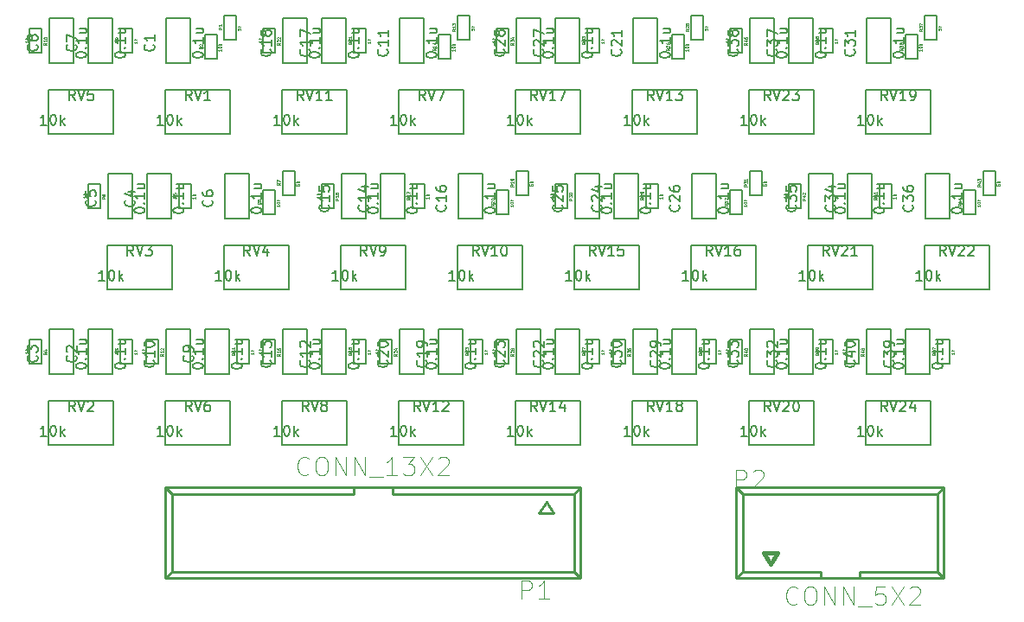
<source format=gto>
G04 (created by PCBNEW (2013-may-18)-stable) date 2014年03月12日 星期三 15时06分13秒*
%MOIN*%
G04 Gerber Fmt 3.4, Leading zero omitted, Abs format*
%FSLAX34Y34*%
G01*
G70*
G90*
G04 APERTURE LIST*
%ADD10C,0.00590551*%
%ADD11C,0.01*%
%ADD12C,0.016*%
%ADD13C,0.0035*%
%ADD14C,0.0019685*%
G04 APERTURE END LIST*
G54D10*
G54D11*
X94625Y-71125D02*
X94375Y-70875D01*
X94625Y-74125D02*
X94375Y-74375D01*
X102125Y-74125D02*
X102375Y-74375D01*
X102125Y-71125D02*
X102375Y-70875D01*
X99125Y-74375D02*
X99125Y-74125D01*
X99125Y-74125D02*
X102125Y-74125D01*
X102125Y-74125D02*
X102125Y-71125D01*
X102125Y-71125D02*
X94625Y-71125D01*
X94625Y-71125D02*
X94625Y-74125D01*
X94625Y-74125D02*
X97625Y-74125D01*
X97625Y-74125D02*
X97625Y-74375D01*
X94375Y-74375D02*
X102375Y-74375D01*
X102375Y-70875D02*
X94375Y-70875D01*
X94375Y-70875D02*
X94375Y-74375D01*
X102375Y-70875D02*
X102375Y-74375D01*
G54D12*
X95423Y-73400D02*
X95698Y-73821D01*
X95698Y-73821D02*
X95974Y-73400D01*
X95974Y-73400D02*
X95423Y-73400D01*
G54D11*
X72625Y-71125D02*
X79625Y-71125D01*
X88375Y-70875D02*
X72375Y-70875D01*
X88125Y-71125D02*
X81125Y-71125D01*
X72625Y-74125D02*
X88125Y-74125D01*
X88375Y-74375D02*
X72375Y-74375D01*
X72625Y-71125D02*
X72375Y-70875D01*
X72625Y-74125D02*
X72375Y-74375D01*
X88125Y-71125D02*
X88375Y-70875D01*
X88375Y-74375D02*
X88125Y-74125D01*
X88125Y-74125D02*
X88125Y-71125D01*
X81125Y-71125D02*
X81125Y-70875D01*
X72625Y-74125D02*
X72625Y-71125D01*
X79625Y-71125D02*
X79625Y-70875D01*
X88375Y-74375D02*
X88375Y-70875D01*
X72375Y-74375D02*
X72375Y-70875D01*
X87327Y-71850D02*
X87052Y-71429D01*
X87052Y-71429D02*
X86776Y-71850D01*
X86776Y-71850D02*
X87327Y-71850D01*
G54D10*
X83638Y-52652D02*
X84111Y-52652D01*
X84111Y-52652D02*
X84111Y-53597D01*
X84111Y-53597D02*
X83638Y-53597D01*
X83638Y-53597D02*
X83638Y-52652D01*
X87861Y-60097D02*
X87388Y-60097D01*
X87388Y-60097D02*
X87388Y-59152D01*
X87388Y-59152D02*
X87861Y-59152D01*
X87861Y-59152D02*
X87861Y-60097D01*
X82888Y-53402D02*
X83361Y-53402D01*
X83361Y-53402D02*
X83361Y-54347D01*
X83361Y-54347D02*
X82888Y-54347D01*
X82888Y-54347D02*
X82888Y-53402D01*
X97638Y-65152D02*
X98111Y-65152D01*
X98111Y-65152D02*
X98111Y-66097D01*
X98111Y-66097D02*
X97638Y-66097D01*
X97638Y-66097D02*
X97638Y-65152D01*
X76611Y-66097D02*
X76138Y-66097D01*
X76138Y-66097D02*
X76138Y-65152D01*
X76138Y-65152D02*
X76611Y-65152D01*
X76611Y-65152D02*
X76611Y-66097D01*
X79638Y-65152D02*
X80111Y-65152D01*
X80111Y-65152D02*
X80111Y-66097D01*
X80111Y-66097D02*
X79638Y-66097D01*
X79638Y-66097D02*
X79638Y-65152D01*
X94611Y-66097D02*
X94138Y-66097D01*
X94138Y-66097D02*
X94138Y-65152D01*
X94138Y-65152D02*
X94611Y-65152D01*
X94611Y-65152D02*
X94611Y-66097D01*
X100888Y-53402D02*
X101361Y-53402D01*
X101361Y-53402D02*
X101361Y-54347D01*
X101361Y-54347D02*
X100888Y-54347D01*
X100888Y-54347D02*
X100888Y-53402D01*
X78861Y-60097D02*
X78388Y-60097D01*
X78388Y-60097D02*
X78388Y-59152D01*
X78388Y-59152D02*
X78861Y-59152D01*
X78861Y-59152D02*
X78861Y-60097D01*
X81888Y-59152D02*
X82361Y-59152D01*
X82361Y-59152D02*
X82361Y-60097D01*
X82361Y-60097D02*
X81888Y-60097D01*
X81888Y-60097D02*
X81888Y-59152D01*
X101638Y-52652D02*
X102111Y-52652D01*
X102111Y-52652D02*
X102111Y-53597D01*
X102111Y-53597D02*
X101638Y-53597D01*
X101638Y-53597D02*
X101638Y-52652D01*
X85888Y-58652D02*
X86361Y-58652D01*
X86361Y-58652D02*
X86361Y-59597D01*
X86361Y-59597D02*
X85888Y-59597D01*
X85888Y-59597D02*
X85888Y-58652D01*
X85138Y-59402D02*
X85611Y-59402D01*
X85611Y-59402D02*
X85611Y-60347D01*
X85611Y-60347D02*
X85138Y-60347D01*
X85138Y-60347D02*
X85138Y-59402D01*
X93138Y-65152D02*
X93611Y-65152D01*
X93611Y-65152D02*
X93611Y-66097D01*
X93611Y-66097D02*
X93138Y-66097D01*
X93138Y-66097D02*
X93138Y-65152D01*
X90111Y-66097D02*
X89638Y-66097D01*
X89638Y-66097D02*
X89638Y-65152D01*
X89638Y-65152D02*
X90111Y-65152D01*
X90111Y-65152D02*
X90111Y-66097D01*
X76611Y-54097D02*
X76138Y-54097D01*
X76138Y-54097D02*
X76138Y-53152D01*
X76138Y-53152D02*
X76611Y-53152D01*
X76611Y-53152D02*
X76611Y-54097D01*
X79638Y-53152D02*
X80111Y-53152D01*
X80111Y-53152D02*
X80111Y-54097D01*
X80111Y-54097D02*
X79638Y-54097D01*
X79638Y-54097D02*
X79638Y-53152D01*
X88638Y-53152D02*
X89111Y-53152D01*
X89111Y-53152D02*
X89111Y-54097D01*
X89111Y-54097D02*
X88638Y-54097D01*
X88638Y-54097D02*
X88638Y-53152D01*
X81111Y-66097D02*
X80638Y-66097D01*
X80638Y-66097D02*
X80638Y-65152D01*
X80638Y-65152D02*
X81111Y-65152D01*
X81111Y-65152D02*
X81111Y-66097D01*
X84138Y-65152D02*
X84611Y-65152D01*
X84611Y-65152D02*
X84611Y-66097D01*
X84611Y-66097D02*
X84138Y-66097D01*
X84138Y-66097D02*
X84138Y-65152D01*
X85611Y-54097D02*
X85138Y-54097D01*
X85138Y-54097D02*
X85138Y-53152D01*
X85138Y-53152D02*
X85611Y-53152D01*
X85611Y-53152D02*
X85611Y-54097D01*
X94138Y-59402D02*
X94611Y-59402D01*
X94611Y-59402D02*
X94611Y-60347D01*
X94611Y-60347D02*
X94138Y-60347D01*
X94138Y-60347D02*
X94138Y-59402D01*
X92638Y-52652D02*
X93111Y-52652D01*
X93111Y-52652D02*
X93111Y-53597D01*
X93111Y-53597D02*
X92638Y-53597D01*
X92638Y-53597D02*
X92638Y-52652D01*
X91888Y-53402D02*
X92361Y-53402D01*
X92361Y-53402D02*
X92361Y-54347D01*
X92361Y-54347D02*
X91888Y-54347D01*
X91888Y-54347D02*
X91888Y-53402D01*
X94888Y-58652D02*
X95361Y-58652D01*
X95361Y-58652D02*
X95361Y-59597D01*
X95361Y-59597D02*
X94888Y-59597D01*
X94888Y-59597D02*
X94888Y-58652D01*
X85611Y-66097D02*
X85138Y-66097D01*
X85138Y-66097D02*
X85138Y-65152D01*
X85138Y-65152D02*
X85611Y-65152D01*
X85611Y-65152D02*
X85611Y-66097D01*
X88638Y-65152D02*
X89111Y-65152D01*
X89111Y-65152D02*
X89111Y-66097D01*
X89111Y-66097D02*
X88638Y-66097D01*
X88638Y-66097D02*
X88638Y-65152D01*
X90888Y-59152D02*
X91361Y-59152D01*
X91361Y-59152D02*
X91361Y-60097D01*
X91361Y-60097D02*
X90888Y-60097D01*
X90888Y-60097D02*
X90888Y-59152D01*
X96861Y-60097D02*
X96388Y-60097D01*
X96388Y-60097D02*
X96388Y-59152D01*
X96388Y-59152D02*
X96861Y-59152D01*
X96861Y-59152D02*
X96861Y-60097D01*
X74638Y-52652D02*
X75111Y-52652D01*
X75111Y-52652D02*
X75111Y-53597D01*
X75111Y-53597D02*
X74638Y-53597D01*
X74638Y-53597D02*
X74638Y-52652D01*
X73888Y-53402D02*
X74361Y-53402D01*
X74361Y-53402D02*
X74361Y-54347D01*
X74361Y-54347D02*
X73888Y-54347D01*
X73888Y-54347D02*
X73888Y-53402D01*
X67611Y-66097D02*
X67138Y-66097D01*
X67138Y-66097D02*
X67138Y-65152D01*
X67138Y-65152D02*
X67611Y-65152D01*
X67611Y-65152D02*
X67611Y-66097D01*
X70638Y-65152D02*
X71111Y-65152D01*
X71111Y-65152D02*
X71111Y-66097D01*
X71111Y-66097D02*
X70638Y-66097D01*
X70638Y-66097D02*
X70638Y-65152D01*
X102138Y-65152D02*
X102611Y-65152D01*
X102611Y-65152D02*
X102611Y-66097D01*
X102611Y-66097D02*
X102138Y-66097D01*
X102138Y-66097D02*
X102138Y-65152D01*
X99111Y-66097D02*
X98638Y-66097D01*
X98638Y-66097D02*
X98638Y-65152D01*
X98638Y-65152D02*
X99111Y-65152D01*
X99111Y-65152D02*
X99111Y-66097D01*
X69861Y-60097D02*
X69388Y-60097D01*
X69388Y-60097D02*
X69388Y-59152D01*
X69388Y-59152D02*
X69861Y-59152D01*
X69861Y-59152D02*
X69861Y-60097D01*
X72888Y-59152D02*
X73361Y-59152D01*
X73361Y-59152D02*
X73361Y-60097D01*
X73361Y-60097D02*
X72888Y-60097D01*
X72888Y-60097D02*
X72888Y-59152D01*
X97638Y-53152D02*
X98111Y-53152D01*
X98111Y-53152D02*
X98111Y-54097D01*
X98111Y-54097D02*
X97638Y-54097D01*
X97638Y-54097D02*
X97638Y-53152D01*
X94611Y-54097D02*
X94138Y-54097D01*
X94138Y-54097D02*
X94138Y-53152D01*
X94138Y-53152D02*
X94611Y-53152D01*
X94611Y-53152D02*
X94611Y-54097D01*
X76888Y-58652D02*
X77361Y-58652D01*
X77361Y-58652D02*
X77361Y-59597D01*
X77361Y-59597D02*
X76888Y-59597D01*
X76888Y-59597D02*
X76888Y-58652D01*
X76138Y-59402D02*
X76611Y-59402D01*
X76611Y-59402D02*
X76611Y-60347D01*
X76611Y-60347D02*
X76138Y-60347D01*
X76138Y-60347D02*
X76138Y-59402D01*
X103138Y-59402D02*
X103611Y-59402D01*
X103611Y-59402D02*
X103611Y-60347D01*
X103611Y-60347D02*
X103138Y-60347D01*
X103138Y-60347D02*
X103138Y-59402D01*
X67611Y-54097D02*
X67138Y-54097D01*
X67138Y-54097D02*
X67138Y-53152D01*
X67138Y-53152D02*
X67611Y-53152D01*
X67611Y-53152D02*
X67611Y-54097D01*
X70638Y-53152D02*
X71111Y-53152D01*
X71111Y-53152D02*
X71111Y-54097D01*
X71111Y-54097D02*
X70638Y-54097D01*
X70638Y-54097D02*
X70638Y-53152D01*
X103888Y-58652D02*
X104361Y-58652D01*
X104361Y-58652D02*
X104361Y-59597D01*
X104361Y-59597D02*
X103888Y-59597D01*
X103888Y-59597D02*
X103888Y-58652D01*
X99888Y-59152D02*
X100361Y-59152D01*
X100361Y-59152D02*
X100361Y-60097D01*
X100361Y-60097D02*
X99888Y-60097D01*
X99888Y-60097D02*
X99888Y-59152D01*
X75138Y-65152D02*
X75611Y-65152D01*
X75611Y-65152D02*
X75611Y-66097D01*
X75611Y-66097D02*
X75138Y-66097D01*
X75138Y-66097D02*
X75138Y-65152D01*
X72111Y-66097D02*
X71638Y-66097D01*
X71638Y-66097D02*
X71638Y-65152D01*
X71638Y-65152D02*
X72111Y-65152D01*
X72111Y-65152D02*
X72111Y-66097D01*
X95847Y-52758D02*
X95847Y-54491D01*
X95847Y-54491D02*
X94902Y-54491D01*
X94902Y-54491D02*
X94902Y-52758D01*
X94902Y-52758D02*
X95847Y-52758D01*
X100347Y-64758D02*
X100347Y-66491D01*
X100347Y-66491D02*
X99402Y-66491D01*
X99402Y-66491D02*
X99402Y-64758D01*
X99402Y-64758D02*
X100347Y-64758D01*
X95847Y-64758D02*
X95847Y-66491D01*
X95847Y-66491D02*
X94902Y-66491D01*
X94902Y-66491D02*
X94902Y-64758D01*
X94902Y-64758D02*
X95847Y-64758D01*
X90597Y-58758D02*
X90597Y-60491D01*
X90597Y-60491D02*
X89652Y-60491D01*
X89652Y-60491D02*
X89652Y-58758D01*
X89652Y-58758D02*
X90597Y-58758D01*
X97347Y-64758D02*
X97347Y-66491D01*
X97347Y-66491D02*
X96402Y-66491D01*
X96402Y-66491D02*
X96402Y-64758D01*
X96402Y-64758D02*
X97347Y-64758D01*
X101847Y-64758D02*
X101847Y-66491D01*
X101847Y-66491D02*
X100902Y-66491D01*
X100902Y-66491D02*
X100902Y-64758D01*
X100902Y-64758D02*
X101847Y-64758D01*
X89097Y-58758D02*
X89097Y-60491D01*
X89097Y-60491D02*
X88152Y-60491D01*
X88152Y-60491D02*
X88152Y-58758D01*
X88152Y-58758D02*
X89097Y-58758D01*
X99597Y-58758D02*
X99597Y-60491D01*
X99597Y-60491D02*
X98652Y-60491D01*
X98652Y-60491D02*
X98652Y-58758D01*
X98652Y-58758D02*
X99597Y-58758D01*
X93597Y-58758D02*
X93597Y-60491D01*
X93597Y-60491D02*
X92652Y-60491D01*
X92652Y-60491D02*
X92652Y-58758D01*
X92652Y-58758D02*
X93597Y-58758D01*
X92847Y-64758D02*
X92847Y-66491D01*
X92847Y-66491D02*
X91902Y-66491D01*
X91902Y-66491D02*
X91902Y-64758D01*
X91902Y-64758D02*
X92847Y-64758D01*
X100347Y-52758D02*
X100347Y-54491D01*
X100347Y-54491D02*
X99402Y-54491D01*
X99402Y-54491D02*
X99402Y-52758D01*
X99402Y-52758D02*
X100347Y-52758D01*
X98097Y-58758D02*
X98097Y-60491D01*
X98097Y-60491D02*
X97152Y-60491D01*
X97152Y-60491D02*
X97152Y-58758D01*
X97152Y-58758D02*
X98097Y-58758D01*
X97347Y-52758D02*
X97347Y-54491D01*
X97347Y-54491D02*
X96402Y-54491D01*
X96402Y-54491D02*
X96402Y-52758D01*
X96402Y-52758D02*
X97347Y-52758D01*
X88347Y-52758D02*
X88347Y-54491D01*
X88347Y-54491D02*
X87402Y-54491D01*
X87402Y-54491D02*
X87402Y-52758D01*
X87402Y-52758D02*
X88347Y-52758D01*
X86847Y-52758D02*
X86847Y-54491D01*
X86847Y-54491D02*
X85902Y-54491D01*
X85902Y-54491D02*
X85902Y-52758D01*
X85902Y-52758D02*
X86847Y-52758D01*
X91347Y-64758D02*
X91347Y-66491D01*
X91347Y-66491D02*
X90402Y-66491D01*
X90402Y-66491D02*
X90402Y-64758D01*
X90402Y-64758D02*
X91347Y-64758D01*
X102597Y-58758D02*
X102597Y-60491D01*
X102597Y-60491D02*
X101652Y-60491D01*
X101652Y-60491D02*
X101652Y-58758D01*
X101652Y-58758D02*
X102597Y-58758D01*
X88347Y-64758D02*
X88347Y-66491D01*
X88347Y-66491D02*
X87402Y-66491D01*
X87402Y-66491D02*
X87402Y-64758D01*
X87402Y-64758D02*
X88347Y-64758D01*
X68847Y-52758D02*
X68847Y-54491D01*
X68847Y-54491D02*
X67902Y-54491D01*
X67902Y-54491D02*
X67902Y-52758D01*
X67902Y-52758D02*
X68847Y-52758D01*
X70347Y-52758D02*
X70347Y-54491D01*
X70347Y-54491D02*
X69402Y-54491D01*
X69402Y-54491D02*
X69402Y-52758D01*
X69402Y-52758D02*
X70347Y-52758D01*
X74847Y-64758D02*
X74847Y-66491D01*
X74847Y-66491D02*
X73902Y-66491D01*
X73902Y-66491D02*
X73902Y-64758D01*
X73902Y-64758D02*
X74847Y-64758D01*
X73347Y-64758D02*
X73347Y-66491D01*
X73347Y-66491D02*
X72402Y-66491D01*
X72402Y-66491D02*
X72402Y-64758D01*
X72402Y-64758D02*
X73347Y-64758D01*
X75597Y-58758D02*
X75597Y-60491D01*
X75597Y-60491D02*
X74652Y-60491D01*
X74652Y-60491D02*
X74652Y-58758D01*
X74652Y-58758D02*
X75597Y-58758D01*
X82347Y-52758D02*
X82347Y-54491D01*
X82347Y-54491D02*
X81402Y-54491D01*
X81402Y-54491D02*
X81402Y-52758D01*
X81402Y-52758D02*
X82347Y-52758D01*
X79347Y-64758D02*
X79347Y-66491D01*
X79347Y-66491D02*
X78402Y-66491D01*
X78402Y-66491D02*
X78402Y-64758D01*
X78402Y-64758D02*
X79347Y-64758D01*
X77847Y-64758D02*
X77847Y-66491D01*
X77847Y-66491D02*
X76902Y-66491D01*
X76902Y-66491D02*
X76902Y-64758D01*
X76902Y-64758D02*
X77847Y-64758D01*
X71097Y-58758D02*
X71097Y-60491D01*
X71097Y-60491D02*
X70152Y-60491D01*
X70152Y-60491D02*
X70152Y-58758D01*
X70152Y-58758D02*
X71097Y-58758D01*
X81597Y-58758D02*
X81597Y-60491D01*
X81597Y-60491D02*
X80652Y-60491D01*
X80652Y-60491D02*
X80652Y-58758D01*
X80652Y-58758D02*
X81597Y-58758D01*
X80097Y-58758D02*
X80097Y-60491D01*
X80097Y-60491D02*
X79152Y-60491D01*
X79152Y-60491D02*
X79152Y-58758D01*
X79152Y-58758D02*
X80097Y-58758D01*
X72597Y-58758D02*
X72597Y-60491D01*
X72597Y-60491D02*
X71652Y-60491D01*
X71652Y-60491D02*
X71652Y-58758D01*
X71652Y-58758D02*
X72597Y-58758D01*
X84597Y-58758D02*
X84597Y-60491D01*
X84597Y-60491D02*
X83652Y-60491D01*
X83652Y-60491D02*
X83652Y-58758D01*
X83652Y-58758D02*
X84597Y-58758D01*
X79347Y-52758D02*
X79347Y-54491D01*
X79347Y-54491D02*
X78402Y-54491D01*
X78402Y-54491D02*
X78402Y-52758D01*
X78402Y-52758D02*
X79347Y-52758D01*
X68847Y-64758D02*
X68847Y-66491D01*
X68847Y-66491D02*
X67902Y-66491D01*
X67902Y-66491D02*
X67902Y-64758D01*
X67902Y-64758D02*
X68847Y-64758D01*
X77847Y-52758D02*
X77847Y-54491D01*
X77847Y-54491D02*
X76902Y-54491D01*
X76902Y-54491D02*
X76902Y-52758D01*
X76902Y-52758D02*
X77847Y-52758D01*
X70347Y-64758D02*
X70347Y-66491D01*
X70347Y-66491D02*
X69402Y-66491D01*
X69402Y-66491D02*
X69402Y-64758D01*
X69402Y-64758D02*
X70347Y-64758D01*
X83847Y-64758D02*
X83847Y-66491D01*
X83847Y-66491D02*
X82902Y-66491D01*
X82902Y-66491D02*
X82902Y-64758D01*
X82902Y-64758D02*
X83847Y-64758D01*
X86847Y-64758D02*
X86847Y-66491D01*
X86847Y-66491D02*
X85902Y-66491D01*
X85902Y-66491D02*
X85902Y-64758D01*
X85902Y-64758D02*
X86847Y-64758D01*
X73347Y-52758D02*
X73347Y-54491D01*
X73347Y-54491D02*
X72402Y-54491D01*
X72402Y-54491D02*
X72402Y-52758D01*
X72402Y-52758D02*
X73347Y-52758D01*
X91347Y-52758D02*
X91347Y-54491D01*
X91347Y-54491D02*
X90402Y-54491D01*
X90402Y-54491D02*
X90402Y-52758D01*
X90402Y-52758D02*
X91347Y-52758D01*
X82347Y-64758D02*
X82347Y-66491D01*
X82347Y-66491D02*
X81402Y-66491D01*
X81402Y-66491D02*
X81402Y-64758D01*
X81402Y-64758D02*
X82347Y-64758D01*
X70375Y-69225D02*
X67875Y-69225D01*
X67875Y-69225D02*
X67875Y-67525D01*
X67875Y-67525D02*
X70375Y-67525D01*
X70375Y-67525D02*
X70375Y-69225D01*
X74875Y-57225D02*
X72375Y-57225D01*
X72375Y-57225D02*
X72375Y-55525D01*
X72375Y-55525D02*
X74875Y-55525D01*
X74875Y-55525D02*
X74875Y-57225D01*
X70375Y-57225D02*
X67875Y-57225D01*
X67875Y-57225D02*
X67875Y-55525D01*
X67875Y-55525D02*
X70375Y-55525D01*
X70375Y-55525D02*
X70375Y-57225D01*
X101875Y-69225D02*
X99375Y-69225D01*
X99375Y-69225D02*
X99375Y-67525D01*
X99375Y-67525D02*
X101875Y-67525D01*
X101875Y-67525D02*
X101875Y-69225D01*
X104125Y-63225D02*
X101625Y-63225D01*
X101625Y-63225D02*
X101625Y-61525D01*
X101625Y-61525D02*
X104125Y-61525D01*
X104125Y-61525D02*
X104125Y-63225D01*
X72625Y-63225D02*
X70125Y-63225D01*
X70125Y-63225D02*
X70125Y-61525D01*
X70125Y-61525D02*
X72625Y-61525D01*
X72625Y-61525D02*
X72625Y-63225D01*
X77125Y-63225D02*
X74625Y-63225D01*
X74625Y-63225D02*
X74625Y-61525D01*
X74625Y-61525D02*
X77125Y-61525D01*
X77125Y-61525D02*
X77125Y-63225D01*
X97375Y-57225D02*
X94875Y-57225D01*
X94875Y-57225D02*
X94875Y-55525D01*
X94875Y-55525D02*
X97375Y-55525D01*
X97375Y-55525D02*
X97375Y-57225D01*
X99625Y-63225D02*
X97125Y-63225D01*
X97125Y-63225D02*
X97125Y-61525D01*
X97125Y-61525D02*
X99625Y-61525D01*
X99625Y-61525D02*
X99625Y-63225D01*
X74875Y-69225D02*
X72375Y-69225D01*
X72375Y-69225D02*
X72375Y-67525D01*
X72375Y-67525D02*
X74875Y-67525D01*
X74875Y-67525D02*
X74875Y-69225D01*
X83875Y-57225D02*
X81375Y-57225D01*
X81375Y-57225D02*
X81375Y-55525D01*
X81375Y-55525D02*
X83875Y-55525D01*
X83875Y-55525D02*
X83875Y-57225D01*
X97375Y-69225D02*
X94875Y-69225D01*
X94875Y-69225D02*
X94875Y-67525D01*
X94875Y-67525D02*
X97375Y-67525D01*
X97375Y-67525D02*
X97375Y-69225D01*
X79375Y-69225D02*
X76875Y-69225D01*
X76875Y-69225D02*
X76875Y-67525D01*
X76875Y-67525D02*
X79375Y-67525D01*
X79375Y-67525D02*
X79375Y-69225D01*
X101875Y-57225D02*
X99375Y-57225D01*
X99375Y-57225D02*
X99375Y-55525D01*
X99375Y-55525D02*
X101875Y-55525D01*
X101875Y-55525D02*
X101875Y-57225D01*
X81625Y-63225D02*
X79125Y-63225D01*
X79125Y-63225D02*
X79125Y-61525D01*
X79125Y-61525D02*
X81625Y-61525D01*
X81625Y-61525D02*
X81625Y-63225D01*
X92875Y-69225D02*
X90375Y-69225D01*
X90375Y-69225D02*
X90375Y-67525D01*
X90375Y-67525D02*
X92875Y-67525D01*
X92875Y-67525D02*
X92875Y-69225D01*
X86125Y-63225D02*
X83625Y-63225D01*
X83625Y-63225D02*
X83625Y-61525D01*
X83625Y-61525D02*
X86125Y-61525D01*
X86125Y-61525D02*
X86125Y-63225D01*
X79375Y-57225D02*
X76875Y-57225D01*
X76875Y-57225D02*
X76875Y-55525D01*
X76875Y-55525D02*
X79375Y-55525D01*
X79375Y-55525D02*
X79375Y-57225D01*
X88375Y-57225D02*
X85875Y-57225D01*
X85875Y-57225D02*
X85875Y-55525D01*
X85875Y-55525D02*
X88375Y-55525D01*
X88375Y-55525D02*
X88375Y-57225D01*
X83875Y-69225D02*
X81375Y-69225D01*
X81375Y-69225D02*
X81375Y-67525D01*
X81375Y-67525D02*
X83875Y-67525D01*
X83875Y-67525D02*
X83875Y-69225D01*
X95125Y-63225D02*
X92625Y-63225D01*
X92625Y-63225D02*
X92625Y-61525D01*
X92625Y-61525D02*
X95125Y-61525D01*
X95125Y-61525D02*
X95125Y-63225D01*
X92875Y-57225D02*
X90375Y-57225D01*
X90375Y-57225D02*
X90375Y-55525D01*
X90375Y-55525D02*
X92875Y-55525D01*
X92875Y-55525D02*
X92875Y-57225D01*
X88375Y-69225D02*
X85875Y-69225D01*
X85875Y-69225D02*
X85875Y-67525D01*
X85875Y-67525D02*
X88375Y-67525D01*
X88375Y-67525D02*
X88375Y-69225D01*
X90625Y-63225D02*
X88125Y-63225D01*
X88125Y-63225D02*
X88125Y-61525D01*
X88125Y-61525D02*
X90625Y-61525D01*
X90625Y-61525D02*
X90625Y-63225D01*
G54D13*
X94358Y-70908D02*
X94358Y-70208D01*
X94625Y-70208D01*
X94691Y-70241D01*
X94725Y-70275D01*
X94758Y-70341D01*
X94758Y-70441D01*
X94725Y-70508D01*
X94691Y-70541D01*
X94625Y-70575D01*
X94358Y-70575D01*
X95025Y-70275D02*
X95058Y-70241D01*
X95125Y-70208D01*
X95291Y-70208D01*
X95358Y-70241D01*
X95391Y-70275D01*
X95425Y-70341D01*
X95425Y-70408D01*
X95391Y-70508D01*
X94991Y-70908D01*
X95425Y-70908D01*
X96725Y-75341D02*
X96691Y-75375D01*
X96591Y-75408D01*
X96525Y-75408D01*
X96425Y-75375D01*
X96358Y-75308D01*
X96325Y-75241D01*
X96291Y-75108D01*
X96291Y-75008D01*
X96325Y-74875D01*
X96358Y-74808D01*
X96425Y-74741D01*
X96525Y-74708D01*
X96591Y-74708D01*
X96691Y-74741D01*
X96725Y-74775D01*
X97158Y-74708D02*
X97291Y-74708D01*
X97358Y-74741D01*
X97425Y-74808D01*
X97458Y-74941D01*
X97458Y-75175D01*
X97425Y-75308D01*
X97358Y-75375D01*
X97291Y-75408D01*
X97158Y-75408D01*
X97091Y-75375D01*
X97025Y-75308D01*
X96991Y-75175D01*
X96991Y-74941D01*
X97025Y-74808D01*
X97091Y-74741D01*
X97158Y-74708D01*
X97758Y-75408D02*
X97758Y-74708D01*
X98158Y-75408D01*
X98158Y-74708D01*
X98491Y-75408D02*
X98491Y-74708D01*
X98891Y-75408D01*
X98891Y-74708D01*
X99058Y-75475D02*
X99591Y-75475D01*
X100091Y-74708D02*
X99758Y-74708D01*
X99725Y-75041D01*
X99758Y-75008D01*
X99825Y-74975D01*
X99991Y-74975D01*
X100058Y-75008D01*
X100091Y-75041D01*
X100125Y-75108D01*
X100125Y-75275D01*
X100091Y-75341D01*
X100058Y-75375D01*
X99991Y-75408D01*
X99825Y-75408D01*
X99758Y-75375D01*
X99725Y-75341D01*
X100358Y-74708D02*
X100825Y-75408D01*
X100825Y-74708D02*
X100358Y-75408D01*
X101058Y-74775D02*
X101091Y-74741D01*
X101158Y-74708D01*
X101325Y-74708D01*
X101391Y-74741D01*
X101425Y-74775D01*
X101458Y-74841D01*
X101458Y-74908D01*
X101425Y-75008D01*
X101025Y-75408D01*
X101458Y-75408D01*
X86108Y-75158D02*
X86108Y-74458D01*
X86375Y-74458D01*
X86441Y-74491D01*
X86475Y-74525D01*
X86508Y-74591D01*
X86508Y-74691D01*
X86475Y-74758D01*
X86441Y-74791D01*
X86375Y-74825D01*
X86108Y-74825D01*
X87175Y-75158D02*
X86775Y-75158D01*
X86975Y-75158D02*
X86975Y-74458D01*
X86908Y-74558D01*
X86841Y-74625D01*
X86775Y-74658D01*
X77891Y-70341D02*
X77858Y-70375D01*
X77758Y-70408D01*
X77691Y-70408D01*
X77591Y-70375D01*
X77525Y-70308D01*
X77491Y-70241D01*
X77458Y-70108D01*
X77458Y-70008D01*
X77491Y-69875D01*
X77525Y-69808D01*
X77591Y-69741D01*
X77691Y-69708D01*
X77758Y-69708D01*
X77858Y-69741D01*
X77891Y-69775D01*
X78325Y-69708D02*
X78458Y-69708D01*
X78525Y-69741D01*
X78591Y-69808D01*
X78625Y-69941D01*
X78625Y-70175D01*
X78591Y-70308D01*
X78525Y-70375D01*
X78458Y-70408D01*
X78325Y-70408D01*
X78258Y-70375D01*
X78191Y-70308D01*
X78158Y-70175D01*
X78158Y-69941D01*
X78191Y-69808D01*
X78258Y-69741D01*
X78325Y-69708D01*
X78925Y-70408D02*
X78925Y-69708D01*
X79325Y-70408D01*
X79325Y-69708D01*
X79658Y-70408D02*
X79658Y-69708D01*
X80058Y-70408D01*
X80058Y-69708D01*
X80225Y-70475D02*
X80758Y-70475D01*
X81291Y-70408D02*
X80891Y-70408D01*
X81091Y-70408D02*
X81091Y-69708D01*
X81025Y-69808D01*
X80958Y-69875D01*
X80891Y-69908D01*
X81525Y-69708D02*
X81958Y-69708D01*
X81725Y-69975D01*
X81825Y-69975D01*
X81891Y-70008D01*
X81925Y-70041D01*
X81958Y-70108D01*
X81958Y-70275D01*
X81925Y-70341D01*
X81891Y-70375D01*
X81825Y-70408D01*
X81625Y-70408D01*
X81558Y-70375D01*
X81525Y-70341D01*
X82191Y-69708D02*
X82658Y-70408D01*
X82658Y-69708D02*
X82191Y-70408D01*
X82891Y-69775D02*
X82925Y-69741D01*
X82991Y-69708D01*
X83158Y-69708D01*
X83225Y-69741D01*
X83258Y-69775D01*
X83291Y-69841D01*
X83291Y-69908D01*
X83258Y-70008D01*
X82858Y-70408D01*
X83291Y-70408D01*
G54D14*
X83548Y-53181D02*
X83492Y-53220D01*
X83548Y-53248D02*
X83430Y-53248D01*
X83430Y-53203D01*
X83436Y-53192D01*
X83441Y-53186D01*
X83453Y-53181D01*
X83470Y-53181D01*
X83481Y-53186D01*
X83486Y-53192D01*
X83492Y-53203D01*
X83492Y-53248D01*
X83548Y-53068D02*
X83548Y-53136D01*
X83548Y-53102D02*
X83430Y-53102D01*
X83447Y-53113D01*
X83458Y-53125D01*
X83464Y-53136D01*
X83430Y-53029D02*
X83430Y-52956D01*
X83475Y-52995D01*
X83475Y-52978D01*
X83481Y-52967D01*
X83486Y-52961D01*
X83498Y-52956D01*
X83526Y-52956D01*
X83537Y-52961D01*
X83543Y-52967D01*
X83548Y-52978D01*
X83548Y-53012D01*
X83543Y-53023D01*
X83537Y-53029D01*
X84159Y-53164D02*
X84159Y-53220D01*
X84215Y-53226D01*
X84209Y-53220D01*
X84204Y-53209D01*
X84204Y-53181D01*
X84209Y-53169D01*
X84215Y-53164D01*
X84226Y-53158D01*
X84254Y-53158D01*
X84265Y-53164D01*
X84271Y-53169D01*
X84277Y-53181D01*
X84277Y-53209D01*
X84271Y-53220D01*
X84265Y-53226D01*
X84277Y-53108D02*
X84159Y-53108D01*
X84232Y-53096D02*
X84277Y-53063D01*
X84198Y-53063D02*
X84243Y-53108D01*
X88046Y-59720D02*
X87990Y-59759D01*
X88046Y-59788D02*
X87928Y-59788D01*
X87928Y-59743D01*
X87934Y-59731D01*
X87939Y-59726D01*
X87951Y-59720D01*
X87968Y-59720D01*
X87979Y-59726D01*
X87984Y-59731D01*
X87990Y-59743D01*
X87990Y-59788D01*
X87928Y-59681D02*
X87928Y-59608D01*
X87973Y-59647D01*
X87973Y-59630D01*
X87979Y-59619D01*
X87984Y-59613D01*
X87996Y-59608D01*
X88024Y-59608D01*
X88035Y-59613D01*
X88041Y-59619D01*
X88046Y-59630D01*
X88046Y-59664D01*
X88041Y-59675D01*
X88035Y-59681D01*
X87928Y-59535D02*
X87928Y-59523D01*
X87934Y-59512D01*
X87939Y-59506D01*
X87951Y-59501D01*
X87973Y-59495D01*
X88001Y-59495D01*
X88024Y-59501D01*
X88035Y-59506D01*
X88041Y-59512D01*
X88046Y-59523D01*
X88046Y-59535D01*
X88041Y-59546D01*
X88035Y-59551D01*
X88024Y-59557D01*
X88001Y-59563D01*
X87973Y-59563D01*
X87951Y-59557D01*
X87939Y-59551D01*
X87934Y-59546D01*
X87928Y-59535D01*
X87318Y-59619D02*
X87318Y-59686D01*
X87318Y-59653D02*
X87200Y-59653D01*
X87217Y-59664D01*
X87228Y-59675D01*
X87234Y-59686D01*
X87318Y-59568D02*
X87200Y-59568D01*
X87273Y-59557D02*
X87318Y-59523D01*
X87239Y-59523D02*
X87284Y-59568D01*
X82798Y-53931D02*
X82742Y-53970D01*
X82798Y-53998D02*
X82680Y-53998D01*
X82680Y-53953D01*
X82686Y-53942D01*
X82691Y-53936D01*
X82703Y-53931D01*
X82720Y-53931D01*
X82731Y-53936D01*
X82736Y-53942D01*
X82742Y-53953D01*
X82742Y-53998D01*
X82798Y-53818D02*
X82798Y-53886D01*
X82798Y-53852D02*
X82680Y-53852D01*
X82697Y-53863D01*
X82708Y-53875D01*
X82714Y-53886D01*
X82720Y-53717D02*
X82798Y-53717D01*
X82675Y-53745D02*
X82759Y-53773D01*
X82759Y-53700D01*
X83527Y-53964D02*
X83527Y-54032D01*
X83527Y-53998D02*
X83409Y-53998D01*
X83425Y-54009D01*
X83437Y-54021D01*
X83442Y-54032D01*
X83409Y-53891D02*
X83409Y-53880D01*
X83414Y-53869D01*
X83420Y-53863D01*
X83431Y-53858D01*
X83454Y-53852D01*
X83482Y-53852D01*
X83504Y-53858D01*
X83515Y-53863D01*
X83521Y-53869D01*
X83527Y-53880D01*
X83527Y-53891D01*
X83521Y-53903D01*
X83515Y-53908D01*
X83504Y-53914D01*
X83482Y-53919D01*
X83454Y-53919D01*
X83431Y-53914D01*
X83420Y-53908D01*
X83414Y-53903D01*
X83409Y-53891D01*
X83527Y-53801D02*
X83409Y-53801D01*
X83482Y-53790D02*
X83527Y-53756D01*
X83448Y-53756D02*
X83493Y-53801D01*
X97548Y-65681D02*
X97492Y-65720D01*
X97548Y-65748D02*
X97430Y-65748D01*
X97430Y-65703D01*
X97436Y-65692D01*
X97441Y-65686D01*
X97453Y-65681D01*
X97470Y-65681D01*
X97481Y-65686D01*
X97486Y-65692D01*
X97492Y-65703D01*
X97492Y-65748D01*
X97430Y-65641D02*
X97430Y-65568D01*
X97475Y-65608D01*
X97475Y-65591D01*
X97481Y-65580D01*
X97486Y-65574D01*
X97498Y-65568D01*
X97526Y-65568D01*
X97537Y-65574D01*
X97543Y-65580D01*
X97548Y-65591D01*
X97548Y-65625D01*
X97543Y-65636D01*
X97537Y-65641D01*
X97548Y-65512D02*
X97548Y-65490D01*
X97543Y-65478D01*
X97537Y-65473D01*
X97520Y-65461D01*
X97498Y-65456D01*
X97453Y-65456D01*
X97441Y-65461D01*
X97436Y-65467D01*
X97430Y-65478D01*
X97430Y-65501D01*
X97436Y-65512D01*
X97441Y-65518D01*
X97453Y-65523D01*
X97481Y-65523D01*
X97492Y-65518D01*
X97498Y-65512D01*
X97503Y-65501D01*
X97503Y-65478D01*
X97498Y-65467D01*
X97492Y-65461D01*
X97481Y-65456D01*
X98277Y-65658D02*
X98277Y-65726D01*
X98277Y-65692D02*
X98159Y-65692D01*
X98175Y-65703D01*
X98187Y-65714D01*
X98192Y-65726D01*
X98277Y-65608D02*
X98159Y-65608D01*
X98232Y-65596D02*
X98277Y-65563D01*
X98198Y-65563D02*
X98243Y-65608D01*
X76796Y-65720D02*
X76740Y-65759D01*
X76796Y-65788D02*
X76678Y-65788D01*
X76678Y-65743D01*
X76684Y-65731D01*
X76689Y-65726D01*
X76701Y-65720D01*
X76718Y-65720D01*
X76729Y-65726D01*
X76734Y-65731D01*
X76740Y-65743D01*
X76740Y-65788D01*
X76796Y-65608D02*
X76796Y-65675D01*
X76796Y-65641D02*
X76678Y-65641D01*
X76695Y-65653D01*
X76706Y-65664D01*
X76712Y-65675D01*
X76678Y-65506D02*
X76678Y-65529D01*
X76684Y-65540D01*
X76689Y-65546D01*
X76706Y-65557D01*
X76729Y-65563D01*
X76774Y-65563D01*
X76785Y-65557D01*
X76791Y-65551D01*
X76796Y-65540D01*
X76796Y-65518D01*
X76791Y-65506D01*
X76785Y-65501D01*
X76774Y-65495D01*
X76746Y-65495D01*
X76734Y-65501D01*
X76729Y-65506D01*
X76723Y-65518D01*
X76723Y-65540D01*
X76729Y-65551D01*
X76734Y-65557D01*
X76746Y-65563D01*
X76068Y-65619D02*
X76068Y-65686D01*
X76068Y-65653D02*
X75950Y-65653D01*
X75967Y-65664D01*
X75978Y-65675D01*
X75984Y-65686D01*
X76068Y-65568D02*
X75950Y-65568D01*
X76023Y-65557D02*
X76068Y-65523D01*
X75989Y-65523D02*
X76034Y-65568D01*
X79548Y-65681D02*
X79492Y-65720D01*
X79548Y-65748D02*
X79430Y-65748D01*
X79430Y-65703D01*
X79436Y-65692D01*
X79441Y-65686D01*
X79453Y-65681D01*
X79470Y-65681D01*
X79481Y-65686D01*
X79486Y-65692D01*
X79492Y-65703D01*
X79492Y-65748D01*
X79548Y-65568D02*
X79548Y-65636D01*
X79548Y-65602D02*
X79430Y-65602D01*
X79447Y-65613D01*
X79458Y-65625D01*
X79464Y-65636D01*
X79430Y-65461D02*
X79430Y-65518D01*
X79486Y-65523D01*
X79481Y-65518D01*
X79475Y-65506D01*
X79475Y-65478D01*
X79481Y-65467D01*
X79486Y-65461D01*
X79498Y-65456D01*
X79526Y-65456D01*
X79537Y-65461D01*
X79543Y-65467D01*
X79548Y-65478D01*
X79548Y-65506D01*
X79543Y-65518D01*
X79537Y-65523D01*
X80277Y-65658D02*
X80277Y-65726D01*
X80277Y-65692D02*
X80159Y-65692D01*
X80175Y-65703D01*
X80187Y-65714D01*
X80192Y-65726D01*
X80277Y-65608D02*
X80159Y-65608D01*
X80232Y-65596D02*
X80277Y-65563D01*
X80198Y-65563D02*
X80243Y-65608D01*
X94796Y-65720D02*
X94740Y-65759D01*
X94796Y-65788D02*
X94678Y-65788D01*
X94678Y-65743D01*
X94684Y-65731D01*
X94689Y-65726D01*
X94701Y-65720D01*
X94718Y-65720D01*
X94729Y-65726D01*
X94734Y-65731D01*
X94740Y-65743D01*
X94740Y-65788D01*
X94718Y-65619D02*
X94796Y-65619D01*
X94673Y-65647D02*
X94757Y-65675D01*
X94757Y-65602D01*
X94678Y-65535D02*
X94678Y-65523D01*
X94684Y-65512D01*
X94689Y-65506D01*
X94701Y-65501D01*
X94723Y-65495D01*
X94751Y-65495D01*
X94774Y-65501D01*
X94785Y-65506D01*
X94791Y-65512D01*
X94796Y-65523D01*
X94796Y-65535D01*
X94791Y-65546D01*
X94785Y-65551D01*
X94774Y-65557D01*
X94751Y-65563D01*
X94723Y-65563D01*
X94701Y-65557D01*
X94689Y-65551D01*
X94684Y-65546D01*
X94678Y-65535D01*
X94068Y-65619D02*
X94068Y-65686D01*
X94068Y-65653D02*
X93950Y-65653D01*
X93967Y-65664D01*
X93978Y-65675D01*
X93984Y-65686D01*
X94068Y-65568D02*
X93950Y-65568D01*
X94023Y-65557D02*
X94068Y-65523D01*
X93989Y-65523D02*
X94034Y-65568D01*
X100798Y-53931D02*
X100742Y-53970D01*
X100798Y-53998D02*
X100680Y-53998D01*
X100680Y-53953D01*
X100686Y-53942D01*
X100691Y-53936D01*
X100703Y-53931D01*
X100720Y-53931D01*
X100731Y-53936D01*
X100736Y-53942D01*
X100742Y-53953D01*
X100742Y-53998D01*
X100680Y-53891D02*
X100680Y-53818D01*
X100725Y-53858D01*
X100725Y-53841D01*
X100731Y-53830D01*
X100736Y-53824D01*
X100748Y-53818D01*
X100776Y-53818D01*
X100787Y-53824D01*
X100793Y-53830D01*
X100798Y-53841D01*
X100798Y-53875D01*
X100793Y-53886D01*
X100787Y-53891D01*
X100731Y-53751D02*
X100725Y-53762D01*
X100720Y-53768D01*
X100708Y-53773D01*
X100703Y-53773D01*
X100691Y-53768D01*
X100686Y-53762D01*
X100680Y-53751D01*
X100680Y-53728D01*
X100686Y-53717D01*
X100691Y-53711D01*
X100703Y-53706D01*
X100708Y-53706D01*
X100720Y-53711D01*
X100725Y-53717D01*
X100731Y-53728D01*
X100731Y-53751D01*
X100736Y-53762D01*
X100742Y-53768D01*
X100753Y-53773D01*
X100776Y-53773D01*
X100787Y-53768D01*
X100793Y-53762D01*
X100798Y-53751D01*
X100798Y-53728D01*
X100793Y-53717D01*
X100787Y-53711D01*
X100776Y-53706D01*
X100753Y-53706D01*
X100742Y-53711D01*
X100736Y-53717D01*
X100731Y-53728D01*
X101527Y-53964D02*
X101527Y-54032D01*
X101527Y-53998D02*
X101409Y-53998D01*
X101425Y-54009D01*
X101437Y-54021D01*
X101442Y-54032D01*
X101409Y-53891D02*
X101409Y-53880D01*
X101414Y-53869D01*
X101420Y-53863D01*
X101431Y-53858D01*
X101454Y-53852D01*
X101482Y-53852D01*
X101504Y-53858D01*
X101515Y-53863D01*
X101521Y-53869D01*
X101527Y-53880D01*
X101527Y-53891D01*
X101521Y-53903D01*
X101515Y-53908D01*
X101504Y-53914D01*
X101482Y-53919D01*
X101454Y-53919D01*
X101431Y-53914D01*
X101420Y-53908D01*
X101414Y-53903D01*
X101409Y-53891D01*
X101527Y-53801D02*
X101409Y-53801D01*
X101482Y-53790D02*
X101527Y-53756D01*
X101448Y-53756D02*
X101493Y-53801D01*
X79046Y-59720D02*
X78990Y-59759D01*
X79046Y-59788D02*
X78928Y-59788D01*
X78928Y-59743D01*
X78934Y-59731D01*
X78939Y-59726D01*
X78951Y-59720D01*
X78968Y-59720D01*
X78979Y-59726D01*
X78984Y-59731D01*
X78990Y-59743D01*
X78990Y-59788D01*
X79046Y-59608D02*
X79046Y-59675D01*
X79046Y-59641D02*
X78928Y-59641D01*
X78945Y-59653D01*
X78956Y-59664D01*
X78962Y-59675D01*
X78979Y-59540D02*
X78973Y-59551D01*
X78968Y-59557D01*
X78956Y-59563D01*
X78951Y-59563D01*
X78939Y-59557D01*
X78934Y-59551D01*
X78928Y-59540D01*
X78928Y-59518D01*
X78934Y-59506D01*
X78939Y-59501D01*
X78951Y-59495D01*
X78956Y-59495D01*
X78968Y-59501D01*
X78973Y-59506D01*
X78979Y-59518D01*
X78979Y-59540D01*
X78984Y-59551D01*
X78990Y-59557D01*
X79001Y-59563D01*
X79024Y-59563D01*
X79035Y-59557D01*
X79041Y-59551D01*
X79046Y-59540D01*
X79046Y-59518D01*
X79041Y-59506D01*
X79035Y-59501D01*
X79024Y-59495D01*
X79001Y-59495D01*
X78990Y-59501D01*
X78984Y-59506D01*
X78979Y-59518D01*
X78318Y-59619D02*
X78318Y-59686D01*
X78318Y-59653D02*
X78200Y-59653D01*
X78217Y-59664D01*
X78228Y-59675D01*
X78234Y-59686D01*
X78318Y-59568D02*
X78200Y-59568D01*
X78273Y-59557D02*
X78318Y-59523D01*
X78239Y-59523D02*
X78284Y-59568D01*
X81798Y-59681D02*
X81742Y-59720D01*
X81798Y-59748D02*
X81680Y-59748D01*
X81680Y-59703D01*
X81686Y-59692D01*
X81691Y-59686D01*
X81703Y-59681D01*
X81720Y-59681D01*
X81731Y-59686D01*
X81736Y-59692D01*
X81742Y-59703D01*
X81742Y-59748D01*
X81798Y-59568D02*
X81798Y-59636D01*
X81798Y-59602D02*
X81680Y-59602D01*
X81697Y-59613D01*
X81708Y-59625D01*
X81714Y-59636D01*
X81680Y-59529D02*
X81680Y-59450D01*
X81798Y-59501D01*
X82527Y-59658D02*
X82527Y-59726D01*
X82527Y-59692D02*
X82409Y-59692D01*
X82425Y-59703D01*
X82437Y-59714D01*
X82442Y-59726D01*
X82527Y-59608D02*
X82409Y-59608D01*
X82482Y-59596D02*
X82527Y-59563D01*
X82448Y-59563D02*
X82493Y-59608D01*
X101548Y-53181D02*
X101492Y-53220D01*
X101548Y-53248D02*
X101430Y-53248D01*
X101430Y-53203D01*
X101436Y-53192D01*
X101441Y-53186D01*
X101453Y-53181D01*
X101470Y-53181D01*
X101481Y-53186D01*
X101486Y-53192D01*
X101492Y-53203D01*
X101492Y-53248D01*
X101430Y-53141D02*
X101430Y-53068D01*
X101475Y-53108D01*
X101475Y-53091D01*
X101481Y-53080D01*
X101486Y-53074D01*
X101498Y-53068D01*
X101526Y-53068D01*
X101537Y-53074D01*
X101543Y-53080D01*
X101548Y-53091D01*
X101548Y-53125D01*
X101543Y-53136D01*
X101537Y-53141D01*
X101430Y-53029D02*
X101430Y-52950D01*
X101548Y-53001D01*
X102159Y-53164D02*
X102159Y-53220D01*
X102215Y-53226D01*
X102209Y-53220D01*
X102204Y-53209D01*
X102204Y-53181D01*
X102209Y-53169D01*
X102215Y-53164D01*
X102226Y-53158D01*
X102254Y-53158D01*
X102265Y-53164D01*
X102271Y-53169D01*
X102277Y-53181D01*
X102277Y-53209D01*
X102271Y-53220D01*
X102265Y-53226D01*
X102277Y-53108D02*
X102159Y-53108D01*
X102232Y-53096D02*
X102277Y-53063D01*
X102198Y-53063D02*
X102243Y-53108D01*
X85798Y-59181D02*
X85742Y-59220D01*
X85798Y-59248D02*
X85680Y-59248D01*
X85680Y-59203D01*
X85686Y-59192D01*
X85691Y-59186D01*
X85703Y-59181D01*
X85720Y-59181D01*
X85731Y-59186D01*
X85736Y-59192D01*
X85742Y-59203D01*
X85742Y-59248D01*
X85798Y-59068D02*
X85798Y-59136D01*
X85798Y-59102D02*
X85680Y-59102D01*
X85697Y-59113D01*
X85708Y-59125D01*
X85714Y-59136D01*
X85798Y-59012D02*
X85798Y-58990D01*
X85793Y-58978D01*
X85787Y-58973D01*
X85770Y-58961D01*
X85748Y-58956D01*
X85703Y-58956D01*
X85691Y-58961D01*
X85686Y-58967D01*
X85680Y-58978D01*
X85680Y-59001D01*
X85686Y-59012D01*
X85691Y-59018D01*
X85703Y-59023D01*
X85731Y-59023D01*
X85742Y-59018D01*
X85748Y-59012D01*
X85753Y-59001D01*
X85753Y-58978D01*
X85748Y-58967D01*
X85742Y-58961D01*
X85731Y-58956D01*
X86409Y-59164D02*
X86409Y-59220D01*
X86465Y-59226D01*
X86459Y-59220D01*
X86454Y-59209D01*
X86454Y-59181D01*
X86459Y-59169D01*
X86465Y-59164D01*
X86476Y-59158D01*
X86504Y-59158D01*
X86515Y-59164D01*
X86521Y-59169D01*
X86527Y-59181D01*
X86527Y-59209D01*
X86521Y-59220D01*
X86515Y-59226D01*
X86527Y-59108D02*
X86409Y-59108D01*
X86482Y-59096D02*
X86527Y-59063D01*
X86448Y-59063D02*
X86493Y-59108D01*
X85048Y-59931D02*
X84992Y-59970D01*
X85048Y-59998D02*
X84930Y-59998D01*
X84930Y-59953D01*
X84936Y-59942D01*
X84941Y-59936D01*
X84953Y-59931D01*
X84970Y-59931D01*
X84981Y-59936D01*
X84986Y-59942D01*
X84992Y-59953D01*
X84992Y-59998D01*
X84941Y-59886D02*
X84936Y-59880D01*
X84930Y-59869D01*
X84930Y-59841D01*
X84936Y-59830D01*
X84941Y-59824D01*
X84953Y-59818D01*
X84964Y-59818D01*
X84981Y-59824D01*
X85048Y-59891D01*
X85048Y-59818D01*
X84930Y-59745D02*
X84930Y-59734D01*
X84936Y-59723D01*
X84941Y-59717D01*
X84953Y-59711D01*
X84975Y-59706D01*
X85003Y-59706D01*
X85026Y-59711D01*
X85037Y-59717D01*
X85043Y-59723D01*
X85048Y-59734D01*
X85048Y-59745D01*
X85043Y-59756D01*
X85037Y-59762D01*
X85026Y-59768D01*
X85003Y-59773D01*
X84975Y-59773D01*
X84953Y-59768D01*
X84941Y-59762D01*
X84936Y-59756D01*
X84930Y-59745D01*
X85777Y-59964D02*
X85777Y-60032D01*
X85777Y-59998D02*
X85659Y-59998D01*
X85675Y-60009D01*
X85687Y-60021D01*
X85692Y-60032D01*
X85659Y-59891D02*
X85659Y-59880D01*
X85664Y-59869D01*
X85670Y-59863D01*
X85681Y-59858D01*
X85704Y-59852D01*
X85732Y-59852D01*
X85754Y-59858D01*
X85765Y-59863D01*
X85771Y-59869D01*
X85777Y-59880D01*
X85777Y-59891D01*
X85771Y-59903D01*
X85765Y-59908D01*
X85754Y-59914D01*
X85732Y-59919D01*
X85704Y-59919D01*
X85681Y-59914D01*
X85670Y-59908D01*
X85664Y-59903D01*
X85659Y-59891D01*
X85777Y-59801D02*
X85659Y-59801D01*
X85732Y-59790D02*
X85777Y-59756D01*
X85698Y-59756D02*
X85743Y-59801D01*
X93048Y-65681D02*
X92992Y-65720D01*
X93048Y-65748D02*
X92930Y-65748D01*
X92930Y-65703D01*
X92936Y-65692D01*
X92941Y-65686D01*
X92953Y-65681D01*
X92970Y-65681D01*
X92981Y-65686D01*
X92986Y-65692D01*
X92992Y-65703D01*
X92992Y-65748D01*
X92930Y-65641D02*
X92930Y-65568D01*
X92975Y-65608D01*
X92975Y-65591D01*
X92981Y-65580D01*
X92986Y-65574D01*
X92998Y-65568D01*
X93026Y-65568D01*
X93037Y-65574D01*
X93043Y-65580D01*
X93048Y-65591D01*
X93048Y-65625D01*
X93043Y-65636D01*
X93037Y-65641D01*
X92930Y-65461D02*
X92930Y-65518D01*
X92986Y-65523D01*
X92981Y-65518D01*
X92975Y-65506D01*
X92975Y-65478D01*
X92981Y-65467D01*
X92986Y-65461D01*
X92998Y-65456D01*
X93026Y-65456D01*
X93037Y-65461D01*
X93043Y-65467D01*
X93048Y-65478D01*
X93048Y-65506D01*
X93043Y-65518D01*
X93037Y-65523D01*
X93777Y-65658D02*
X93777Y-65726D01*
X93777Y-65692D02*
X93659Y-65692D01*
X93675Y-65703D01*
X93687Y-65714D01*
X93692Y-65726D01*
X93777Y-65608D02*
X93659Y-65608D01*
X93732Y-65596D02*
X93777Y-65563D01*
X93698Y-65563D02*
X93743Y-65608D01*
X90296Y-65720D02*
X90240Y-65759D01*
X90296Y-65788D02*
X90178Y-65788D01*
X90178Y-65743D01*
X90184Y-65731D01*
X90189Y-65726D01*
X90201Y-65720D01*
X90218Y-65720D01*
X90229Y-65726D01*
X90234Y-65731D01*
X90240Y-65743D01*
X90240Y-65788D01*
X90178Y-65681D02*
X90178Y-65608D01*
X90223Y-65647D01*
X90223Y-65630D01*
X90229Y-65619D01*
X90234Y-65613D01*
X90246Y-65608D01*
X90274Y-65608D01*
X90285Y-65613D01*
X90291Y-65619D01*
X90296Y-65630D01*
X90296Y-65664D01*
X90291Y-65675D01*
X90285Y-65681D01*
X90178Y-65506D02*
X90178Y-65529D01*
X90184Y-65540D01*
X90189Y-65546D01*
X90206Y-65557D01*
X90229Y-65563D01*
X90274Y-65563D01*
X90285Y-65557D01*
X90291Y-65551D01*
X90296Y-65540D01*
X90296Y-65518D01*
X90291Y-65506D01*
X90285Y-65501D01*
X90274Y-65495D01*
X90246Y-65495D01*
X90234Y-65501D01*
X90229Y-65506D01*
X90223Y-65518D01*
X90223Y-65540D01*
X90229Y-65551D01*
X90234Y-65557D01*
X90246Y-65563D01*
X89568Y-65619D02*
X89568Y-65686D01*
X89568Y-65653D02*
X89450Y-65653D01*
X89467Y-65664D01*
X89478Y-65675D01*
X89484Y-65686D01*
X89568Y-65568D02*
X89450Y-65568D01*
X89523Y-65557D02*
X89568Y-65523D01*
X89489Y-65523D02*
X89534Y-65568D01*
X76796Y-53720D02*
X76740Y-53759D01*
X76796Y-53788D02*
X76678Y-53788D01*
X76678Y-53743D01*
X76684Y-53731D01*
X76689Y-53726D01*
X76701Y-53720D01*
X76718Y-53720D01*
X76729Y-53726D01*
X76734Y-53731D01*
X76740Y-53743D01*
X76740Y-53788D01*
X76689Y-53675D02*
X76684Y-53669D01*
X76678Y-53658D01*
X76678Y-53630D01*
X76684Y-53619D01*
X76689Y-53613D01*
X76701Y-53608D01*
X76712Y-53608D01*
X76729Y-53613D01*
X76796Y-53681D01*
X76796Y-53608D01*
X76689Y-53563D02*
X76684Y-53557D01*
X76678Y-53546D01*
X76678Y-53518D01*
X76684Y-53506D01*
X76689Y-53501D01*
X76701Y-53495D01*
X76712Y-53495D01*
X76729Y-53501D01*
X76796Y-53568D01*
X76796Y-53495D01*
X76068Y-53619D02*
X76068Y-53686D01*
X76068Y-53653D02*
X75950Y-53653D01*
X75967Y-53664D01*
X75978Y-53675D01*
X75984Y-53686D01*
X76068Y-53568D02*
X75950Y-53568D01*
X76023Y-53557D02*
X76068Y-53523D01*
X75989Y-53523D02*
X76034Y-53568D01*
X79548Y-53681D02*
X79492Y-53720D01*
X79548Y-53748D02*
X79430Y-53748D01*
X79430Y-53703D01*
X79436Y-53692D01*
X79441Y-53686D01*
X79453Y-53681D01*
X79470Y-53681D01*
X79481Y-53686D01*
X79486Y-53692D01*
X79492Y-53703D01*
X79492Y-53748D01*
X79441Y-53636D02*
X79436Y-53630D01*
X79430Y-53619D01*
X79430Y-53591D01*
X79436Y-53580D01*
X79441Y-53574D01*
X79453Y-53568D01*
X79464Y-53568D01*
X79481Y-53574D01*
X79548Y-53641D01*
X79548Y-53568D01*
X79548Y-53456D02*
X79548Y-53523D01*
X79548Y-53490D02*
X79430Y-53490D01*
X79447Y-53501D01*
X79458Y-53512D01*
X79464Y-53523D01*
X80277Y-53658D02*
X80277Y-53726D01*
X80277Y-53692D02*
X80159Y-53692D01*
X80175Y-53703D01*
X80187Y-53714D01*
X80192Y-53726D01*
X80277Y-53608D02*
X80159Y-53608D01*
X80232Y-53596D02*
X80277Y-53563D01*
X80198Y-53563D02*
X80243Y-53608D01*
X88548Y-53681D02*
X88492Y-53720D01*
X88548Y-53748D02*
X88430Y-53748D01*
X88430Y-53703D01*
X88436Y-53692D01*
X88441Y-53686D01*
X88453Y-53681D01*
X88470Y-53681D01*
X88481Y-53686D01*
X88486Y-53692D01*
X88492Y-53703D01*
X88492Y-53748D01*
X88430Y-53641D02*
X88430Y-53568D01*
X88475Y-53608D01*
X88475Y-53591D01*
X88481Y-53580D01*
X88486Y-53574D01*
X88498Y-53568D01*
X88526Y-53568D01*
X88537Y-53574D01*
X88543Y-53580D01*
X88548Y-53591D01*
X88548Y-53625D01*
X88543Y-53636D01*
X88537Y-53641D01*
X88430Y-53529D02*
X88430Y-53456D01*
X88475Y-53495D01*
X88475Y-53478D01*
X88481Y-53467D01*
X88486Y-53461D01*
X88498Y-53456D01*
X88526Y-53456D01*
X88537Y-53461D01*
X88543Y-53467D01*
X88548Y-53478D01*
X88548Y-53512D01*
X88543Y-53523D01*
X88537Y-53529D01*
X89277Y-53658D02*
X89277Y-53726D01*
X89277Y-53692D02*
X89159Y-53692D01*
X89175Y-53703D01*
X89187Y-53714D01*
X89192Y-53726D01*
X89277Y-53608D02*
X89159Y-53608D01*
X89232Y-53596D02*
X89277Y-53563D01*
X89198Y-53563D02*
X89243Y-53608D01*
X81296Y-65720D02*
X81240Y-65759D01*
X81296Y-65788D02*
X81178Y-65788D01*
X81178Y-65743D01*
X81184Y-65731D01*
X81189Y-65726D01*
X81201Y-65720D01*
X81218Y-65720D01*
X81229Y-65726D01*
X81234Y-65731D01*
X81240Y-65743D01*
X81240Y-65788D01*
X81189Y-65675D02*
X81184Y-65669D01*
X81178Y-65658D01*
X81178Y-65630D01*
X81184Y-65619D01*
X81189Y-65613D01*
X81201Y-65608D01*
X81212Y-65608D01*
X81229Y-65613D01*
X81296Y-65681D01*
X81296Y-65608D01*
X81218Y-65506D02*
X81296Y-65506D01*
X81173Y-65535D02*
X81257Y-65563D01*
X81257Y-65490D01*
X80568Y-65619D02*
X80568Y-65686D01*
X80568Y-65653D02*
X80450Y-65653D01*
X80467Y-65664D01*
X80478Y-65675D01*
X80484Y-65686D01*
X80568Y-65568D02*
X80450Y-65568D01*
X80523Y-65557D02*
X80568Y-65523D01*
X80489Y-65523D02*
X80534Y-65568D01*
X84048Y-65681D02*
X83992Y-65720D01*
X84048Y-65748D02*
X83930Y-65748D01*
X83930Y-65703D01*
X83936Y-65692D01*
X83941Y-65686D01*
X83953Y-65681D01*
X83970Y-65681D01*
X83981Y-65686D01*
X83986Y-65692D01*
X83992Y-65703D01*
X83992Y-65748D01*
X83941Y-65636D02*
X83936Y-65630D01*
X83930Y-65619D01*
X83930Y-65591D01*
X83936Y-65580D01*
X83941Y-65574D01*
X83953Y-65568D01*
X83964Y-65568D01*
X83981Y-65574D01*
X84048Y-65641D01*
X84048Y-65568D01*
X83930Y-65529D02*
X83930Y-65456D01*
X83975Y-65495D01*
X83975Y-65478D01*
X83981Y-65467D01*
X83986Y-65461D01*
X83998Y-65456D01*
X84026Y-65456D01*
X84037Y-65461D01*
X84043Y-65467D01*
X84048Y-65478D01*
X84048Y-65512D01*
X84043Y-65523D01*
X84037Y-65529D01*
X84777Y-65658D02*
X84777Y-65726D01*
X84777Y-65692D02*
X84659Y-65692D01*
X84675Y-65703D01*
X84687Y-65714D01*
X84692Y-65726D01*
X84777Y-65608D02*
X84659Y-65608D01*
X84732Y-65596D02*
X84777Y-65563D01*
X84698Y-65563D02*
X84743Y-65608D01*
X85796Y-53720D02*
X85740Y-53759D01*
X85796Y-53788D02*
X85678Y-53788D01*
X85678Y-53743D01*
X85684Y-53731D01*
X85689Y-53726D01*
X85701Y-53720D01*
X85718Y-53720D01*
X85729Y-53726D01*
X85734Y-53731D01*
X85740Y-53743D01*
X85740Y-53788D01*
X85678Y-53681D02*
X85678Y-53608D01*
X85723Y-53647D01*
X85723Y-53630D01*
X85729Y-53619D01*
X85734Y-53613D01*
X85746Y-53608D01*
X85774Y-53608D01*
X85785Y-53613D01*
X85791Y-53619D01*
X85796Y-53630D01*
X85796Y-53664D01*
X85791Y-53675D01*
X85785Y-53681D01*
X85718Y-53506D02*
X85796Y-53506D01*
X85673Y-53535D02*
X85757Y-53563D01*
X85757Y-53490D01*
X85068Y-53619D02*
X85068Y-53686D01*
X85068Y-53653D02*
X84950Y-53653D01*
X84967Y-53664D01*
X84978Y-53675D01*
X84984Y-53686D01*
X85068Y-53568D02*
X84950Y-53568D01*
X85023Y-53557D02*
X85068Y-53523D01*
X84989Y-53523D02*
X85034Y-53568D01*
X94048Y-59931D02*
X93992Y-59970D01*
X94048Y-59998D02*
X93930Y-59998D01*
X93930Y-59953D01*
X93936Y-59942D01*
X93941Y-59936D01*
X93953Y-59931D01*
X93970Y-59931D01*
X93981Y-59936D01*
X93986Y-59942D01*
X93992Y-59953D01*
X93992Y-59998D01*
X93930Y-59891D02*
X93930Y-59818D01*
X93975Y-59858D01*
X93975Y-59841D01*
X93981Y-59830D01*
X93986Y-59824D01*
X93998Y-59818D01*
X94026Y-59818D01*
X94037Y-59824D01*
X94043Y-59830D01*
X94048Y-59841D01*
X94048Y-59875D01*
X94043Y-59886D01*
X94037Y-59891D01*
X93941Y-59773D02*
X93936Y-59768D01*
X93930Y-59756D01*
X93930Y-59728D01*
X93936Y-59717D01*
X93941Y-59711D01*
X93953Y-59706D01*
X93964Y-59706D01*
X93981Y-59711D01*
X94048Y-59779D01*
X94048Y-59706D01*
X94777Y-59964D02*
X94777Y-60032D01*
X94777Y-59998D02*
X94659Y-59998D01*
X94675Y-60009D01*
X94687Y-60021D01*
X94692Y-60032D01*
X94659Y-59891D02*
X94659Y-59880D01*
X94664Y-59869D01*
X94670Y-59863D01*
X94681Y-59858D01*
X94704Y-59852D01*
X94732Y-59852D01*
X94754Y-59858D01*
X94765Y-59863D01*
X94771Y-59869D01*
X94777Y-59880D01*
X94777Y-59891D01*
X94771Y-59903D01*
X94765Y-59908D01*
X94754Y-59914D01*
X94732Y-59919D01*
X94704Y-59919D01*
X94681Y-59914D01*
X94670Y-59908D01*
X94664Y-59903D01*
X94659Y-59891D01*
X94777Y-59801D02*
X94659Y-59801D01*
X94732Y-59790D02*
X94777Y-59756D01*
X94698Y-59756D02*
X94743Y-59801D01*
X92548Y-53181D02*
X92492Y-53220D01*
X92548Y-53248D02*
X92430Y-53248D01*
X92430Y-53203D01*
X92436Y-53192D01*
X92441Y-53186D01*
X92453Y-53181D01*
X92470Y-53181D01*
X92481Y-53186D01*
X92486Y-53192D01*
X92492Y-53203D01*
X92492Y-53248D01*
X92441Y-53136D02*
X92436Y-53130D01*
X92430Y-53119D01*
X92430Y-53091D01*
X92436Y-53080D01*
X92441Y-53074D01*
X92453Y-53068D01*
X92464Y-53068D01*
X92481Y-53074D01*
X92548Y-53141D01*
X92548Y-53068D01*
X92430Y-52961D02*
X92430Y-53018D01*
X92486Y-53023D01*
X92481Y-53018D01*
X92475Y-53006D01*
X92475Y-52978D01*
X92481Y-52967D01*
X92486Y-52961D01*
X92498Y-52956D01*
X92526Y-52956D01*
X92537Y-52961D01*
X92543Y-52967D01*
X92548Y-52978D01*
X92548Y-53006D01*
X92543Y-53018D01*
X92537Y-53023D01*
X93159Y-53164D02*
X93159Y-53220D01*
X93215Y-53226D01*
X93209Y-53220D01*
X93204Y-53209D01*
X93204Y-53181D01*
X93209Y-53169D01*
X93215Y-53164D01*
X93226Y-53158D01*
X93254Y-53158D01*
X93265Y-53164D01*
X93271Y-53169D01*
X93277Y-53181D01*
X93277Y-53209D01*
X93271Y-53220D01*
X93265Y-53226D01*
X93277Y-53108D02*
X93159Y-53108D01*
X93232Y-53096D02*
X93277Y-53063D01*
X93198Y-53063D02*
X93243Y-53108D01*
X91798Y-53931D02*
X91742Y-53970D01*
X91798Y-53998D02*
X91680Y-53998D01*
X91680Y-53953D01*
X91686Y-53942D01*
X91691Y-53936D01*
X91703Y-53931D01*
X91720Y-53931D01*
X91731Y-53936D01*
X91736Y-53942D01*
X91742Y-53953D01*
X91742Y-53998D01*
X91691Y-53886D02*
X91686Y-53880D01*
X91680Y-53869D01*
X91680Y-53841D01*
X91686Y-53830D01*
X91691Y-53824D01*
X91703Y-53818D01*
X91714Y-53818D01*
X91731Y-53824D01*
X91798Y-53891D01*
X91798Y-53818D01*
X91680Y-53717D02*
X91680Y-53740D01*
X91686Y-53751D01*
X91691Y-53756D01*
X91708Y-53768D01*
X91731Y-53773D01*
X91776Y-53773D01*
X91787Y-53768D01*
X91793Y-53762D01*
X91798Y-53751D01*
X91798Y-53728D01*
X91793Y-53717D01*
X91787Y-53711D01*
X91776Y-53706D01*
X91748Y-53706D01*
X91736Y-53711D01*
X91731Y-53717D01*
X91725Y-53728D01*
X91725Y-53751D01*
X91731Y-53762D01*
X91736Y-53768D01*
X91748Y-53773D01*
X92527Y-53964D02*
X92527Y-54032D01*
X92527Y-53998D02*
X92409Y-53998D01*
X92425Y-54009D01*
X92437Y-54021D01*
X92442Y-54032D01*
X92409Y-53891D02*
X92409Y-53880D01*
X92414Y-53869D01*
X92420Y-53863D01*
X92431Y-53858D01*
X92454Y-53852D01*
X92482Y-53852D01*
X92504Y-53858D01*
X92515Y-53863D01*
X92521Y-53869D01*
X92527Y-53880D01*
X92527Y-53891D01*
X92521Y-53903D01*
X92515Y-53908D01*
X92504Y-53914D01*
X92482Y-53919D01*
X92454Y-53919D01*
X92431Y-53914D01*
X92420Y-53908D01*
X92414Y-53903D01*
X92409Y-53891D01*
X92527Y-53801D02*
X92409Y-53801D01*
X92482Y-53790D02*
X92527Y-53756D01*
X92448Y-53756D02*
X92493Y-53801D01*
X94798Y-59181D02*
X94742Y-59220D01*
X94798Y-59248D02*
X94680Y-59248D01*
X94680Y-59203D01*
X94686Y-59192D01*
X94691Y-59186D01*
X94703Y-59181D01*
X94720Y-59181D01*
X94731Y-59186D01*
X94736Y-59192D01*
X94742Y-59203D01*
X94742Y-59248D01*
X94680Y-59141D02*
X94680Y-59068D01*
X94725Y-59108D01*
X94725Y-59091D01*
X94731Y-59080D01*
X94736Y-59074D01*
X94748Y-59068D01*
X94776Y-59068D01*
X94787Y-59074D01*
X94793Y-59080D01*
X94798Y-59091D01*
X94798Y-59125D01*
X94793Y-59136D01*
X94787Y-59141D01*
X94798Y-58956D02*
X94798Y-59023D01*
X94798Y-58990D02*
X94680Y-58990D01*
X94697Y-59001D01*
X94708Y-59012D01*
X94714Y-59023D01*
X95409Y-59164D02*
X95409Y-59220D01*
X95465Y-59226D01*
X95459Y-59220D01*
X95454Y-59209D01*
X95454Y-59181D01*
X95459Y-59169D01*
X95465Y-59164D01*
X95476Y-59158D01*
X95504Y-59158D01*
X95515Y-59164D01*
X95521Y-59169D01*
X95527Y-59181D01*
X95527Y-59209D01*
X95521Y-59220D01*
X95515Y-59226D01*
X95527Y-59108D02*
X95409Y-59108D01*
X95482Y-59096D02*
X95527Y-59063D01*
X95448Y-59063D02*
X95493Y-59108D01*
X85796Y-65720D02*
X85740Y-65759D01*
X85796Y-65788D02*
X85678Y-65788D01*
X85678Y-65743D01*
X85684Y-65731D01*
X85689Y-65726D01*
X85701Y-65720D01*
X85718Y-65720D01*
X85729Y-65726D01*
X85734Y-65731D01*
X85740Y-65743D01*
X85740Y-65788D01*
X85689Y-65675D02*
X85684Y-65669D01*
X85678Y-65658D01*
X85678Y-65630D01*
X85684Y-65619D01*
X85689Y-65613D01*
X85701Y-65608D01*
X85712Y-65608D01*
X85729Y-65613D01*
X85796Y-65681D01*
X85796Y-65608D01*
X85729Y-65540D02*
X85723Y-65551D01*
X85718Y-65557D01*
X85706Y-65563D01*
X85701Y-65563D01*
X85689Y-65557D01*
X85684Y-65551D01*
X85678Y-65540D01*
X85678Y-65518D01*
X85684Y-65506D01*
X85689Y-65501D01*
X85701Y-65495D01*
X85706Y-65495D01*
X85718Y-65501D01*
X85723Y-65506D01*
X85729Y-65518D01*
X85729Y-65540D01*
X85734Y-65551D01*
X85740Y-65557D01*
X85751Y-65563D01*
X85774Y-65563D01*
X85785Y-65557D01*
X85791Y-65551D01*
X85796Y-65540D01*
X85796Y-65518D01*
X85791Y-65506D01*
X85785Y-65501D01*
X85774Y-65495D01*
X85751Y-65495D01*
X85740Y-65501D01*
X85734Y-65506D01*
X85729Y-65518D01*
X85068Y-65619D02*
X85068Y-65686D01*
X85068Y-65653D02*
X84950Y-65653D01*
X84967Y-65664D01*
X84978Y-65675D01*
X84984Y-65686D01*
X85068Y-65568D02*
X84950Y-65568D01*
X85023Y-65557D02*
X85068Y-65523D01*
X84989Y-65523D02*
X85034Y-65568D01*
X88548Y-65681D02*
X88492Y-65720D01*
X88548Y-65748D02*
X88430Y-65748D01*
X88430Y-65703D01*
X88436Y-65692D01*
X88441Y-65686D01*
X88453Y-65681D01*
X88470Y-65681D01*
X88481Y-65686D01*
X88486Y-65692D01*
X88492Y-65703D01*
X88492Y-65748D01*
X88441Y-65636D02*
X88436Y-65630D01*
X88430Y-65619D01*
X88430Y-65591D01*
X88436Y-65580D01*
X88441Y-65574D01*
X88453Y-65568D01*
X88464Y-65568D01*
X88481Y-65574D01*
X88548Y-65641D01*
X88548Y-65568D01*
X88430Y-65529D02*
X88430Y-65450D01*
X88548Y-65501D01*
X89277Y-65658D02*
X89277Y-65726D01*
X89277Y-65692D02*
X89159Y-65692D01*
X89175Y-65703D01*
X89187Y-65714D01*
X89192Y-65726D01*
X89277Y-65608D02*
X89159Y-65608D01*
X89232Y-65596D02*
X89277Y-65563D01*
X89198Y-65563D02*
X89243Y-65608D01*
X90798Y-59681D02*
X90742Y-59720D01*
X90798Y-59748D02*
X90680Y-59748D01*
X90680Y-59703D01*
X90686Y-59692D01*
X90691Y-59686D01*
X90703Y-59681D01*
X90720Y-59681D01*
X90731Y-59686D01*
X90736Y-59692D01*
X90742Y-59703D01*
X90742Y-59748D01*
X90691Y-59636D02*
X90686Y-59630D01*
X90680Y-59619D01*
X90680Y-59591D01*
X90686Y-59580D01*
X90691Y-59574D01*
X90703Y-59568D01*
X90714Y-59568D01*
X90731Y-59574D01*
X90798Y-59641D01*
X90798Y-59568D01*
X90798Y-59512D02*
X90798Y-59490D01*
X90793Y-59478D01*
X90787Y-59473D01*
X90770Y-59461D01*
X90748Y-59456D01*
X90703Y-59456D01*
X90691Y-59461D01*
X90686Y-59467D01*
X90680Y-59478D01*
X90680Y-59501D01*
X90686Y-59512D01*
X90691Y-59518D01*
X90703Y-59523D01*
X90731Y-59523D01*
X90742Y-59518D01*
X90748Y-59512D01*
X90753Y-59501D01*
X90753Y-59478D01*
X90748Y-59467D01*
X90742Y-59461D01*
X90731Y-59456D01*
X91527Y-59658D02*
X91527Y-59726D01*
X91527Y-59692D02*
X91409Y-59692D01*
X91425Y-59703D01*
X91437Y-59714D01*
X91442Y-59726D01*
X91527Y-59608D02*
X91409Y-59608D01*
X91482Y-59596D02*
X91527Y-59563D01*
X91448Y-59563D02*
X91493Y-59608D01*
X97046Y-59720D02*
X96990Y-59759D01*
X97046Y-59788D02*
X96928Y-59788D01*
X96928Y-59743D01*
X96934Y-59731D01*
X96939Y-59726D01*
X96951Y-59720D01*
X96968Y-59720D01*
X96979Y-59726D01*
X96984Y-59731D01*
X96990Y-59743D01*
X96990Y-59788D01*
X96968Y-59619D02*
X97046Y-59619D01*
X96923Y-59647D02*
X97007Y-59675D01*
X97007Y-59602D01*
X96939Y-59563D02*
X96934Y-59557D01*
X96928Y-59546D01*
X96928Y-59518D01*
X96934Y-59506D01*
X96939Y-59501D01*
X96951Y-59495D01*
X96962Y-59495D01*
X96979Y-59501D01*
X97046Y-59568D01*
X97046Y-59495D01*
X96318Y-59619D02*
X96318Y-59686D01*
X96318Y-59653D02*
X96200Y-59653D01*
X96217Y-59664D01*
X96228Y-59675D01*
X96234Y-59686D01*
X96318Y-59568D02*
X96200Y-59568D01*
X96273Y-59557D02*
X96318Y-59523D01*
X96239Y-59523D02*
X96284Y-59568D01*
X74548Y-53125D02*
X74492Y-53164D01*
X74548Y-53192D02*
X74430Y-53192D01*
X74430Y-53147D01*
X74436Y-53136D01*
X74441Y-53130D01*
X74453Y-53125D01*
X74470Y-53125D01*
X74481Y-53130D01*
X74486Y-53136D01*
X74492Y-53147D01*
X74492Y-53192D01*
X74548Y-53012D02*
X74548Y-53080D01*
X74548Y-53046D02*
X74430Y-53046D01*
X74447Y-53057D01*
X74458Y-53068D01*
X74464Y-53080D01*
X75159Y-53164D02*
X75159Y-53220D01*
X75215Y-53226D01*
X75209Y-53220D01*
X75204Y-53209D01*
X75204Y-53181D01*
X75209Y-53169D01*
X75215Y-53164D01*
X75226Y-53158D01*
X75254Y-53158D01*
X75265Y-53164D01*
X75271Y-53169D01*
X75277Y-53181D01*
X75277Y-53209D01*
X75271Y-53220D01*
X75265Y-53226D01*
X75277Y-53108D02*
X75159Y-53108D01*
X75232Y-53096D02*
X75277Y-53063D01*
X75198Y-53063D02*
X75243Y-53108D01*
X73798Y-53875D02*
X73742Y-53914D01*
X73798Y-53942D02*
X73680Y-53942D01*
X73680Y-53897D01*
X73686Y-53886D01*
X73691Y-53880D01*
X73703Y-53875D01*
X73720Y-53875D01*
X73731Y-53880D01*
X73736Y-53886D01*
X73742Y-53897D01*
X73742Y-53942D01*
X73691Y-53830D02*
X73686Y-53824D01*
X73680Y-53813D01*
X73680Y-53785D01*
X73686Y-53773D01*
X73691Y-53768D01*
X73703Y-53762D01*
X73714Y-53762D01*
X73731Y-53768D01*
X73798Y-53835D01*
X73798Y-53762D01*
X74527Y-53964D02*
X74527Y-54032D01*
X74527Y-53998D02*
X74409Y-53998D01*
X74425Y-54009D01*
X74437Y-54021D01*
X74442Y-54032D01*
X74409Y-53891D02*
X74409Y-53880D01*
X74414Y-53869D01*
X74420Y-53863D01*
X74431Y-53858D01*
X74454Y-53852D01*
X74482Y-53852D01*
X74504Y-53858D01*
X74515Y-53863D01*
X74521Y-53869D01*
X74527Y-53880D01*
X74527Y-53891D01*
X74521Y-53903D01*
X74515Y-53908D01*
X74504Y-53914D01*
X74482Y-53919D01*
X74454Y-53919D01*
X74431Y-53914D01*
X74420Y-53908D01*
X74414Y-53903D01*
X74409Y-53891D01*
X74527Y-53801D02*
X74409Y-53801D01*
X74482Y-53790D02*
X74527Y-53756D01*
X74448Y-53756D02*
X74493Y-53801D01*
X67796Y-65664D02*
X67740Y-65703D01*
X67796Y-65731D02*
X67678Y-65731D01*
X67678Y-65686D01*
X67684Y-65675D01*
X67689Y-65669D01*
X67701Y-65664D01*
X67718Y-65664D01*
X67729Y-65669D01*
X67734Y-65675D01*
X67740Y-65686D01*
X67740Y-65731D01*
X67718Y-65563D02*
X67796Y-65563D01*
X67673Y-65591D02*
X67757Y-65619D01*
X67757Y-65546D01*
X67068Y-65619D02*
X67068Y-65686D01*
X67068Y-65653D02*
X66950Y-65653D01*
X66967Y-65664D01*
X66978Y-65675D01*
X66984Y-65686D01*
X67068Y-65568D02*
X66950Y-65568D01*
X67023Y-65557D02*
X67068Y-65523D01*
X66989Y-65523D02*
X67034Y-65568D01*
X70548Y-65625D02*
X70492Y-65664D01*
X70548Y-65692D02*
X70430Y-65692D01*
X70430Y-65647D01*
X70436Y-65636D01*
X70441Y-65630D01*
X70453Y-65625D01*
X70470Y-65625D01*
X70481Y-65630D01*
X70486Y-65636D01*
X70492Y-65647D01*
X70492Y-65692D01*
X70430Y-65585D02*
X70430Y-65512D01*
X70475Y-65551D01*
X70475Y-65535D01*
X70481Y-65523D01*
X70486Y-65518D01*
X70498Y-65512D01*
X70526Y-65512D01*
X70537Y-65518D01*
X70543Y-65523D01*
X70548Y-65535D01*
X70548Y-65568D01*
X70543Y-65580D01*
X70537Y-65585D01*
X71277Y-65658D02*
X71277Y-65726D01*
X71277Y-65692D02*
X71159Y-65692D01*
X71175Y-65703D01*
X71187Y-65714D01*
X71192Y-65726D01*
X71277Y-65608D02*
X71159Y-65608D01*
X71232Y-65596D02*
X71277Y-65563D01*
X71198Y-65563D02*
X71243Y-65608D01*
X102048Y-65681D02*
X101992Y-65720D01*
X102048Y-65748D02*
X101930Y-65748D01*
X101930Y-65703D01*
X101936Y-65692D01*
X101941Y-65686D01*
X101953Y-65681D01*
X101970Y-65681D01*
X101981Y-65686D01*
X101986Y-65692D01*
X101992Y-65703D01*
X101992Y-65748D01*
X101970Y-65580D02*
X102048Y-65580D01*
X101925Y-65608D02*
X102009Y-65636D01*
X102009Y-65563D01*
X101930Y-65529D02*
X101930Y-65450D01*
X102048Y-65501D01*
X102777Y-65658D02*
X102777Y-65726D01*
X102777Y-65692D02*
X102659Y-65692D01*
X102675Y-65703D01*
X102687Y-65714D01*
X102692Y-65726D01*
X102777Y-65608D02*
X102659Y-65608D01*
X102732Y-65596D02*
X102777Y-65563D01*
X102698Y-65563D02*
X102743Y-65608D01*
X99296Y-65720D02*
X99240Y-65759D01*
X99296Y-65788D02*
X99178Y-65788D01*
X99178Y-65743D01*
X99184Y-65731D01*
X99189Y-65726D01*
X99201Y-65720D01*
X99218Y-65720D01*
X99229Y-65726D01*
X99234Y-65731D01*
X99240Y-65743D01*
X99240Y-65788D01*
X99218Y-65619D02*
X99296Y-65619D01*
X99173Y-65647D02*
X99257Y-65675D01*
X99257Y-65602D01*
X99229Y-65540D02*
X99223Y-65551D01*
X99218Y-65557D01*
X99206Y-65563D01*
X99201Y-65563D01*
X99189Y-65557D01*
X99184Y-65551D01*
X99178Y-65540D01*
X99178Y-65518D01*
X99184Y-65506D01*
X99189Y-65501D01*
X99201Y-65495D01*
X99206Y-65495D01*
X99218Y-65501D01*
X99223Y-65506D01*
X99229Y-65518D01*
X99229Y-65540D01*
X99234Y-65551D01*
X99240Y-65557D01*
X99251Y-65563D01*
X99274Y-65563D01*
X99285Y-65557D01*
X99291Y-65551D01*
X99296Y-65540D01*
X99296Y-65518D01*
X99291Y-65506D01*
X99285Y-65501D01*
X99274Y-65495D01*
X99251Y-65495D01*
X99240Y-65501D01*
X99234Y-65506D01*
X99229Y-65518D01*
X98568Y-65619D02*
X98568Y-65686D01*
X98568Y-65653D02*
X98450Y-65653D01*
X98467Y-65664D01*
X98478Y-65675D01*
X98484Y-65686D01*
X98568Y-65568D02*
X98450Y-65568D01*
X98523Y-65557D02*
X98568Y-65523D01*
X98489Y-65523D02*
X98534Y-65568D01*
X70046Y-59664D02*
X69990Y-59703D01*
X70046Y-59731D02*
X69928Y-59731D01*
X69928Y-59686D01*
X69934Y-59675D01*
X69939Y-59669D01*
X69951Y-59664D01*
X69968Y-59664D01*
X69979Y-59669D01*
X69984Y-59675D01*
X69990Y-59686D01*
X69990Y-59731D01*
X69928Y-59563D02*
X69928Y-59585D01*
X69934Y-59596D01*
X69939Y-59602D01*
X69956Y-59613D01*
X69979Y-59619D01*
X70024Y-59619D01*
X70035Y-59613D01*
X70041Y-59608D01*
X70046Y-59596D01*
X70046Y-59574D01*
X70041Y-59563D01*
X70035Y-59557D01*
X70024Y-59551D01*
X69996Y-59551D01*
X69984Y-59557D01*
X69979Y-59563D01*
X69973Y-59574D01*
X69973Y-59596D01*
X69979Y-59608D01*
X69984Y-59613D01*
X69996Y-59619D01*
X69318Y-59619D02*
X69318Y-59686D01*
X69318Y-59653D02*
X69200Y-59653D01*
X69217Y-59664D01*
X69228Y-59675D01*
X69234Y-59686D01*
X69318Y-59568D02*
X69200Y-59568D01*
X69273Y-59557D02*
X69318Y-59523D01*
X69239Y-59523D02*
X69284Y-59568D01*
X72798Y-59625D02*
X72742Y-59664D01*
X72798Y-59692D02*
X72680Y-59692D01*
X72680Y-59647D01*
X72686Y-59636D01*
X72691Y-59630D01*
X72703Y-59625D01*
X72720Y-59625D01*
X72731Y-59630D01*
X72736Y-59636D01*
X72742Y-59647D01*
X72742Y-59692D01*
X72680Y-59518D02*
X72680Y-59574D01*
X72736Y-59580D01*
X72731Y-59574D01*
X72725Y-59563D01*
X72725Y-59535D01*
X72731Y-59523D01*
X72736Y-59518D01*
X72748Y-59512D01*
X72776Y-59512D01*
X72787Y-59518D01*
X72793Y-59523D01*
X72798Y-59535D01*
X72798Y-59563D01*
X72793Y-59574D01*
X72787Y-59580D01*
X73527Y-59658D02*
X73527Y-59726D01*
X73527Y-59692D02*
X73409Y-59692D01*
X73425Y-59703D01*
X73437Y-59714D01*
X73442Y-59726D01*
X73527Y-59608D02*
X73409Y-59608D01*
X73482Y-59596D02*
X73527Y-59563D01*
X73448Y-59563D02*
X73493Y-59608D01*
X97548Y-53681D02*
X97492Y-53720D01*
X97548Y-53748D02*
X97430Y-53748D01*
X97430Y-53703D01*
X97436Y-53692D01*
X97441Y-53686D01*
X97453Y-53681D01*
X97470Y-53681D01*
X97481Y-53686D01*
X97486Y-53692D01*
X97492Y-53703D01*
X97492Y-53748D01*
X97470Y-53580D02*
X97548Y-53580D01*
X97425Y-53608D02*
X97509Y-53636D01*
X97509Y-53563D01*
X97430Y-53461D02*
X97430Y-53518D01*
X97486Y-53523D01*
X97481Y-53518D01*
X97475Y-53506D01*
X97475Y-53478D01*
X97481Y-53467D01*
X97486Y-53461D01*
X97498Y-53456D01*
X97526Y-53456D01*
X97537Y-53461D01*
X97543Y-53467D01*
X97548Y-53478D01*
X97548Y-53506D01*
X97543Y-53518D01*
X97537Y-53523D01*
X98277Y-53658D02*
X98277Y-53726D01*
X98277Y-53692D02*
X98159Y-53692D01*
X98175Y-53703D01*
X98187Y-53714D01*
X98192Y-53726D01*
X98277Y-53608D02*
X98159Y-53608D01*
X98232Y-53596D02*
X98277Y-53563D01*
X98198Y-53563D02*
X98243Y-53608D01*
X94796Y-53720D02*
X94740Y-53759D01*
X94796Y-53788D02*
X94678Y-53788D01*
X94678Y-53743D01*
X94684Y-53731D01*
X94689Y-53726D01*
X94701Y-53720D01*
X94718Y-53720D01*
X94729Y-53726D01*
X94734Y-53731D01*
X94740Y-53743D01*
X94740Y-53788D01*
X94718Y-53619D02*
X94796Y-53619D01*
X94673Y-53647D02*
X94757Y-53675D01*
X94757Y-53602D01*
X94678Y-53506D02*
X94678Y-53529D01*
X94684Y-53540D01*
X94689Y-53546D01*
X94706Y-53557D01*
X94729Y-53563D01*
X94774Y-53563D01*
X94785Y-53557D01*
X94791Y-53551D01*
X94796Y-53540D01*
X94796Y-53518D01*
X94791Y-53506D01*
X94785Y-53501D01*
X94774Y-53495D01*
X94746Y-53495D01*
X94734Y-53501D01*
X94729Y-53506D01*
X94723Y-53518D01*
X94723Y-53540D01*
X94729Y-53551D01*
X94734Y-53557D01*
X94746Y-53563D01*
X94068Y-53619D02*
X94068Y-53686D01*
X94068Y-53653D02*
X93950Y-53653D01*
X93967Y-53664D01*
X93978Y-53675D01*
X93984Y-53686D01*
X94068Y-53568D02*
X93950Y-53568D01*
X94023Y-53557D02*
X94068Y-53523D01*
X93989Y-53523D02*
X94034Y-53568D01*
X76798Y-59125D02*
X76742Y-59164D01*
X76798Y-59192D02*
X76680Y-59192D01*
X76680Y-59147D01*
X76686Y-59136D01*
X76691Y-59130D01*
X76703Y-59125D01*
X76720Y-59125D01*
X76731Y-59130D01*
X76736Y-59136D01*
X76742Y-59147D01*
X76742Y-59192D01*
X76680Y-59085D02*
X76680Y-59006D01*
X76798Y-59057D01*
X77409Y-59164D02*
X77409Y-59220D01*
X77465Y-59226D01*
X77459Y-59220D01*
X77454Y-59209D01*
X77454Y-59181D01*
X77459Y-59169D01*
X77465Y-59164D01*
X77476Y-59158D01*
X77504Y-59158D01*
X77515Y-59164D01*
X77521Y-59169D01*
X77527Y-59181D01*
X77527Y-59209D01*
X77521Y-59220D01*
X77515Y-59226D01*
X77527Y-59108D02*
X77409Y-59108D01*
X77482Y-59096D02*
X77527Y-59063D01*
X77448Y-59063D02*
X77493Y-59108D01*
X76048Y-59875D02*
X75992Y-59914D01*
X76048Y-59942D02*
X75930Y-59942D01*
X75930Y-59897D01*
X75936Y-59886D01*
X75941Y-59880D01*
X75953Y-59875D01*
X75970Y-59875D01*
X75981Y-59880D01*
X75986Y-59886D01*
X75992Y-59897D01*
X75992Y-59942D01*
X75981Y-59807D02*
X75975Y-59818D01*
X75970Y-59824D01*
X75958Y-59830D01*
X75953Y-59830D01*
X75941Y-59824D01*
X75936Y-59818D01*
X75930Y-59807D01*
X75930Y-59785D01*
X75936Y-59773D01*
X75941Y-59768D01*
X75953Y-59762D01*
X75958Y-59762D01*
X75970Y-59768D01*
X75975Y-59773D01*
X75981Y-59785D01*
X75981Y-59807D01*
X75986Y-59818D01*
X75992Y-59824D01*
X76003Y-59830D01*
X76026Y-59830D01*
X76037Y-59824D01*
X76043Y-59818D01*
X76048Y-59807D01*
X76048Y-59785D01*
X76043Y-59773D01*
X76037Y-59768D01*
X76026Y-59762D01*
X76003Y-59762D01*
X75992Y-59768D01*
X75986Y-59773D01*
X75981Y-59785D01*
X76777Y-59964D02*
X76777Y-60032D01*
X76777Y-59998D02*
X76659Y-59998D01*
X76675Y-60009D01*
X76687Y-60021D01*
X76692Y-60032D01*
X76659Y-59891D02*
X76659Y-59880D01*
X76664Y-59869D01*
X76670Y-59863D01*
X76681Y-59858D01*
X76704Y-59852D01*
X76732Y-59852D01*
X76754Y-59858D01*
X76765Y-59863D01*
X76771Y-59869D01*
X76777Y-59880D01*
X76777Y-59891D01*
X76771Y-59903D01*
X76765Y-59908D01*
X76754Y-59914D01*
X76732Y-59919D01*
X76704Y-59919D01*
X76681Y-59914D01*
X76670Y-59908D01*
X76664Y-59903D01*
X76659Y-59891D01*
X76777Y-59801D02*
X76659Y-59801D01*
X76732Y-59790D02*
X76777Y-59756D01*
X76698Y-59756D02*
X76743Y-59801D01*
X103048Y-59931D02*
X102992Y-59970D01*
X103048Y-59998D02*
X102930Y-59998D01*
X102930Y-59953D01*
X102936Y-59942D01*
X102941Y-59936D01*
X102953Y-59931D01*
X102970Y-59931D01*
X102981Y-59936D01*
X102986Y-59942D01*
X102992Y-59953D01*
X102992Y-59998D01*
X102970Y-59830D02*
X103048Y-59830D01*
X102925Y-59858D02*
X103009Y-59886D01*
X103009Y-59813D01*
X102970Y-59717D02*
X103048Y-59717D01*
X102925Y-59745D02*
X103009Y-59773D01*
X103009Y-59700D01*
X103777Y-59964D02*
X103777Y-60032D01*
X103777Y-59998D02*
X103659Y-59998D01*
X103675Y-60009D01*
X103687Y-60021D01*
X103692Y-60032D01*
X103659Y-59891D02*
X103659Y-59880D01*
X103664Y-59869D01*
X103670Y-59863D01*
X103681Y-59858D01*
X103704Y-59852D01*
X103732Y-59852D01*
X103754Y-59858D01*
X103765Y-59863D01*
X103771Y-59869D01*
X103777Y-59880D01*
X103777Y-59891D01*
X103771Y-59903D01*
X103765Y-59908D01*
X103754Y-59914D01*
X103732Y-59919D01*
X103704Y-59919D01*
X103681Y-59914D01*
X103670Y-59908D01*
X103664Y-59903D01*
X103659Y-59891D01*
X103777Y-59801D02*
X103659Y-59801D01*
X103732Y-59790D02*
X103777Y-59756D01*
X103698Y-59756D02*
X103743Y-59801D01*
X67796Y-53720D02*
X67740Y-53759D01*
X67796Y-53788D02*
X67678Y-53788D01*
X67678Y-53743D01*
X67684Y-53731D01*
X67689Y-53726D01*
X67701Y-53720D01*
X67718Y-53720D01*
X67729Y-53726D01*
X67734Y-53731D01*
X67740Y-53743D01*
X67740Y-53788D01*
X67796Y-53608D02*
X67796Y-53675D01*
X67796Y-53641D02*
X67678Y-53641D01*
X67695Y-53653D01*
X67706Y-53664D01*
X67712Y-53675D01*
X67678Y-53535D02*
X67678Y-53523D01*
X67684Y-53512D01*
X67689Y-53506D01*
X67701Y-53501D01*
X67723Y-53495D01*
X67751Y-53495D01*
X67774Y-53501D01*
X67785Y-53506D01*
X67791Y-53512D01*
X67796Y-53523D01*
X67796Y-53535D01*
X67791Y-53546D01*
X67785Y-53551D01*
X67774Y-53557D01*
X67751Y-53563D01*
X67723Y-53563D01*
X67701Y-53557D01*
X67689Y-53551D01*
X67684Y-53546D01*
X67678Y-53535D01*
X67068Y-53619D02*
X67068Y-53686D01*
X67068Y-53653D02*
X66950Y-53653D01*
X66967Y-53664D01*
X66978Y-53675D01*
X66984Y-53686D01*
X67068Y-53568D02*
X66950Y-53568D01*
X67023Y-53557D02*
X67068Y-53523D01*
X66989Y-53523D02*
X67034Y-53568D01*
X70548Y-53625D02*
X70492Y-53664D01*
X70548Y-53692D02*
X70430Y-53692D01*
X70430Y-53647D01*
X70436Y-53636D01*
X70441Y-53630D01*
X70453Y-53625D01*
X70470Y-53625D01*
X70481Y-53630D01*
X70486Y-53636D01*
X70492Y-53647D01*
X70492Y-53692D01*
X70548Y-53568D02*
X70548Y-53546D01*
X70543Y-53535D01*
X70537Y-53529D01*
X70520Y-53518D01*
X70498Y-53512D01*
X70453Y-53512D01*
X70441Y-53518D01*
X70436Y-53523D01*
X70430Y-53535D01*
X70430Y-53557D01*
X70436Y-53568D01*
X70441Y-53574D01*
X70453Y-53580D01*
X70481Y-53580D01*
X70492Y-53574D01*
X70498Y-53568D01*
X70503Y-53557D01*
X70503Y-53535D01*
X70498Y-53523D01*
X70492Y-53518D01*
X70481Y-53512D01*
X71277Y-53658D02*
X71277Y-53726D01*
X71277Y-53692D02*
X71159Y-53692D01*
X71175Y-53703D01*
X71187Y-53714D01*
X71192Y-53726D01*
X71277Y-53608D02*
X71159Y-53608D01*
X71232Y-53596D02*
X71277Y-53563D01*
X71198Y-53563D02*
X71243Y-53608D01*
X103798Y-59181D02*
X103742Y-59220D01*
X103798Y-59248D02*
X103680Y-59248D01*
X103680Y-59203D01*
X103686Y-59192D01*
X103691Y-59186D01*
X103703Y-59181D01*
X103720Y-59181D01*
X103731Y-59186D01*
X103736Y-59192D01*
X103742Y-59203D01*
X103742Y-59248D01*
X103720Y-59080D02*
X103798Y-59080D01*
X103675Y-59108D02*
X103759Y-59136D01*
X103759Y-59063D01*
X103680Y-59029D02*
X103680Y-58956D01*
X103725Y-58995D01*
X103725Y-58978D01*
X103731Y-58967D01*
X103736Y-58961D01*
X103748Y-58956D01*
X103776Y-58956D01*
X103787Y-58961D01*
X103793Y-58967D01*
X103798Y-58978D01*
X103798Y-59012D01*
X103793Y-59023D01*
X103787Y-59029D01*
X104409Y-59164D02*
X104409Y-59220D01*
X104465Y-59226D01*
X104459Y-59220D01*
X104454Y-59209D01*
X104454Y-59181D01*
X104459Y-59169D01*
X104465Y-59164D01*
X104476Y-59158D01*
X104504Y-59158D01*
X104515Y-59164D01*
X104521Y-59169D01*
X104527Y-59181D01*
X104527Y-59209D01*
X104521Y-59220D01*
X104515Y-59226D01*
X104527Y-59108D02*
X104409Y-59108D01*
X104482Y-59096D02*
X104527Y-59063D01*
X104448Y-59063D02*
X104493Y-59108D01*
X99798Y-59681D02*
X99742Y-59720D01*
X99798Y-59748D02*
X99680Y-59748D01*
X99680Y-59703D01*
X99686Y-59692D01*
X99691Y-59686D01*
X99703Y-59681D01*
X99720Y-59681D01*
X99731Y-59686D01*
X99736Y-59692D01*
X99742Y-59703D01*
X99742Y-59748D01*
X99720Y-59580D02*
X99798Y-59580D01*
X99675Y-59608D02*
X99759Y-59636D01*
X99759Y-59563D01*
X99798Y-59456D02*
X99798Y-59523D01*
X99798Y-59490D02*
X99680Y-59490D01*
X99697Y-59501D01*
X99708Y-59512D01*
X99714Y-59523D01*
X100527Y-59658D02*
X100527Y-59726D01*
X100527Y-59692D02*
X100409Y-59692D01*
X100425Y-59703D01*
X100437Y-59714D01*
X100442Y-59726D01*
X100527Y-59608D02*
X100409Y-59608D01*
X100482Y-59596D02*
X100527Y-59563D01*
X100448Y-59563D02*
X100493Y-59608D01*
X75048Y-65681D02*
X74992Y-65720D01*
X75048Y-65748D02*
X74930Y-65748D01*
X74930Y-65703D01*
X74936Y-65692D01*
X74941Y-65686D01*
X74953Y-65681D01*
X74970Y-65681D01*
X74981Y-65686D01*
X74986Y-65692D01*
X74992Y-65703D01*
X74992Y-65748D01*
X75048Y-65568D02*
X75048Y-65636D01*
X75048Y-65602D02*
X74930Y-65602D01*
X74947Y-65613D01*
X74958Y-65625D01*
X74964Y-65636D01*
X75048Y-65456D02*
X75048Y-65523D01*
X75048Y-65490D02*
X74930Y-65490D01*
X74947Y-65501D01*
X74958Y-65512D01*
X74964Y-65523D01*
X75777Y-65658D02*
X75777Y-65726D01*
X75777Y-65692D02*
X75659Y-65692D01*
X75675Y-65703D01*
X75687Y-65714D01*
X75692Y-65726D01*
X75777Y-65608D02*
X75659Y-65608D01*
X75732Y-65596D02*
X75777Y-65563D01*
X75698Y-65563D02*
X75743Y-65608D01*
X72296Y-65720D02*
X72240Y-65759D01*
X72296Y-65788D02*
X72178Y-65788D01*
X72178Y-65743D01*
X72184Y-65731D01*
X72189Y-65726D01*
X72201Y-65720D01*
X72218Y-65720D01*
X72229Y-65726D01*
X72234Y-65731D01*
X72240Y-65743D01*
X72240Y-65788D01*
X72296Y-65608D02*
X72296Y-65675D01*
X72296Y-65641D02*
X72178Y-65641D01*
X72195Y-65653D01*
X72206Y-65664D01*
X72212Y-65675D01*
X72189Y-65563D02*
X72184Y-65557D01*
X72178Y-65546D01*
X72178Y-65518D01*
X72184Y-65506D01*
X72189Y-65501D01*
X72201Y-65495D01*
X72212Y-65495D01*
X72229Y-65501D01*
X72296Y-65568D01*
X72296Y-65495D01*
X71568Y-65619D02*
X71568Y-65686D01*
X71568Y-65653D02*
X71450Y-65653D01*
X71467Y-65664D01*
X71478Y-65675D01*
X71484Y-65686D01*
X71568Y-65568D02*
X71450Y-65568D01*
X71523Y-65557D02*
X71568Y-65523D01*
X71489Y-65523D02*
X71534Y-65568D01*
G54D10*
X94414Y-53976D02*
X94432Y-53995D01*
X94451Y-54051D01*
X94451Y-54089D01*
X94432Y-54145D01*
X94395Y-54182D01*
X94357Y-54201D01*
X94282Y-54220D01*
X94226Y-54220D01*
X94151Y-54201D01*
X94114Y-54182D01*
X94076Y-54145D01*
X94057Y-54089D01*
X94057Y-54051D01*
X94076Y-53995D01*
X94095Y-53976D01*
X94057Y-53845D02*
X94057Y-53601D01*
X94207Y-53732D01*
X94207Y-53676D01*
X94226Y-53639D01*
X94245Y-53620D01*
X94282Y-53601D01*
X94376Y-53601D01*
X94414Y-53620D01*
X94432Y-53639D01*
X94451Y-53676D01*
X94451Y-53789D01*
X94432Y-53826D01*
X94414Y-53845D01*
X94226Y-53376D02*
X94207Y-53414D01*
X94189Y-53432D01*
X94151Y-53451D01*
X94132Y-53451D01*
X94095Y-53432D01*
X94076Y-53414D01*
X94057Y-53376D01*
X94057Y-53301D01*
X94076Y-53264D01*
X94095Y-53245D01*
X94132Y-53226D01*
X94151Y-53226D01*
X94189Y-53245D01*
X94207Y-53264D01*
X94226Y-53301D01*
X94226Y-53376D01*
X94245Y-53414D01*
X94264Y-53432D01*
X94301Y-53451D01*
X94376Y-53451D01*
X94414Y-53432D01*
X94432Y-53414D01*
X94451Y-53376D01*
X94451Y-53301D01*
X94432Y-53264D01*
X94414Y-53245D01*
X94376Y-53226D01*
X94301Y-53226D01*
X94264Y-53245D01*
X94245Y-53264D01*
X94226Y-53301D01*
X95928Y-54201D02*
X95928Y-54163D01*
X95946Y-54126D01*
X95965Y-54107D01*
X96003Y-54089D01*
X96078Y-54070D01*
X96171Y-54070D01*
X96246Y-54089D01*
X96284Y-54107D01*
X96303Y-54126D01*
X96321Y-54163D01*
X96321Y-54201D01*
X96303Y-54238D01*
X96284Y-54257D01*
X96246Y-54276D01*
X96171Y-54295D01*
X96078Y-54295D01*
X96003Y-54276D01*
X95965Y-54257D01*
X95946Y-54238D01*
X95928Y-54201D01*
X96284Y-53901D02*
X96303Y-53882D01*
X96321Y-53901D01*
X96303Y-53920D01*
X96284Y-53901D01*
X96321Y-53901D01*
X96321Y-53507D02*
X96321Y-53732D01*
X96321Y-53620D02*
X95928Y-53620D01*
X95984Y-53657D01*
X96021Y-53695D01*
X96040Y-53732D01*
X96059Y-53170D02*
X96321Y-53170D01*
X96059Y-53339D02*
X96265Y-53339D01*
X96303Y-53320D01*
X96321Y-53282D01*
X96321Y-53226D01*
X96303Y-53189D01*
X96284Y-53170D01*
X98914Y-65976D02*
X98932Y-65995D01*
X98951Y-66051D01*
X98951Y-66089D01*
X98932Y-66145D01*
X98895Y-66182D01*
X98857Y-66201D01*
X98782Y-66220D01*
X98726Y-66220D01*
X98651Y-66201D01*
X98614Y-66182D01*
X98576Y-66145D01*
X98557Y-66089D01*
X98557Y-66051D01*
X98576Y-65995D01*
X98595Y-65976D01*
X98689Y-65639D02*
X98951Y-65639D01*
X98539Y-65732D02*
X98820Y-65826D01*
X98820Y-65582D01*
X98557Y-65357D02*
X98557Y-65320D01*
X98576Y-65282D01*
X98595Y-65264D01*
X98632Y-65245D01*
X98707Y-65226D01*
X98801Y-65226D01*
X98876Y-65245D01*
X98914Y-65264D01*
X98932Y-65282D01*
X98951Y-65320D01*
X98951Y-65357D01*
X98932Y-65395D01*
X98914Y-65414D01*
X98876Y-65432D01*
X98801Y-65451D01*
X98707Y-65451D01*
X98632Y-65432D01*
X98595Y-65414D01*
X98576Y-65395D01*
X98557Y-65357D01*
X100428Y-66201D02*
X100428Y-66163D01*
X100446Y-66126D01*
X100465Y-66107D01*
X100503Y-66089D01*
X100578Y-66070D01*
X100671Y-66070D01*
X100746Y-66089D01*
X100784Y-66107D01*
X100803Y-66126D01*
X100821Y-66163D01*
X100821Y-66201D01*
X100803Y-66238D01*
X100784Y-66257D01*
X100746Y-66276D01*
X100671Y-66295D01*
X100578Y-66295D01*
X100503Y-66276D01*
X100465Y-66257D01*
X100446Y-66238D01*
X100428Y-66201D01*
X100784Y-65901D02*
X100803Y-65882D01*
X100821Y-65901D01*
X100803Y-65920D01*
X100784Y-65901D01*
X100821Y-65901D01*
X100821Y-65507D02*
X100821Y-65732D01*
X100821Y-65620D02*
X100428Y-65620D01*
X100484Y-65657D01*
X100521Y-65695D01*
X100540Y-65732D01*
X100559Y-65170D02*
X100821Y-65170D01*
X100559Y-65339D02*
X100765Y-65339D01*
X100803Y-65320D01*
X100821Y-65282D01*
X100821Y-65226D01*
X100803Y-65189D01*
X100784Y-65170D01*
X94414Y-65976D02*
X94432Y-65995D01*
X94451Y-66051D01*
X94451Y-66089D01*
X94432Y-66145D01*
X94395Y-66182D01*
X94357Y-66201D01*
X94282Y-66220D01*
X94226Y-66220D01*
X94151Y-66201D01*
X94114Y-66182D01*
X94076Y-66145D01*
X94057Y-66089D01*
X94057Y-66051D01*
X94076Y-65995D01*
X94095Y-65976D01*
X94057Y-65845D02*
X94057Y-65601D01*
X94207Y-65732D01*
X94207Y-65676D01*
X94226Y-65639D01*
X94245Y-65620D01*
X94282Y-65601D01*
X94376Y-65601D01*
X94414Y-65620D01*
X94432Y-65639D01*
X94451Y-65676D01*
X94451Y-65789D01*
X94432Y-65826D01*
X94414Y-65845D01*
X94057Y-65470D02*
X94057Y-65226D01*
X94207Y-65357D01*
X94207Y-65301D01*
X94226Y-65264D01*
X94245Y-65245D01*
X94282Y-65226D01*
X94376Y-65226D01*
X94414Y-65245D01*
X94432Y-65264D01*
X94451Y-65301D01*
X94451Y-65414D01*
X94432Y-65451D01*
X94414Y-65470D01*
X95928Y-66201D02*
X95928Y-66163D01*
X95946Y-66126D01*
X95965Y-66107D01*
X96003Y-66089D01*
X96078Y-66070D01*
X96171Y-66070D01*
X96246Y-66089D01*
X96284Y-66107D01*
X96303Y-66126D01*
X96321Y-66163D01*
X96321Y-66201D01*
X96303Y-66238D01*
X96284Y-66257D01*
X96246Y-66276D01*
X96171Y-66295D01*
X96078Y-66295D01*
X96003Y-66276D01*
X95965Y-66257D01*
X95946Y-66238D01*
X95928Y-66201D01*
X96284Y-65901D02*
X96303Y-65882D01*
X96321Y-65901D01*
X96303Y-65920D01*
X96284Y-65901D01*
X96321Y-65901D01*
X96321Y-65507D02*
X96321Y-65732D01*
X96321Y-65620D02*
X95928Y-65620D01*
X95984Y-65657D01*
X96021Y-65695D01*
X96040Y-65732D01*
X96059Y-65170D02*
X96321Y-65170D01*
X96059Y-65339D02*
X96265Y-65339D01*
X96303Y-65320D01*
X96321Y-65282D01*
X96321Y-65226D01*
X96303Y-65189D01*
X96284Y-65170D01*
X89164Y-59976D02*
X89182Y-59995D01*
X89201Y-60051D01*
X89201Y-60089D01*
X89182Y-60145D01*
X89145Y-60182D01*
X89107Y-60201D01*
X89032Y-60220D01*
X88976Y-60220D01*
X88901Y-60201D01*
X88864Y-60182D01*
X88826Y-60145D01*
X88807Y-60089D01*
X88807Y-60051D01*
X88826Y-59995D01*
X88845Y-59976D01*
X88845Y-59826D02*
X88826Y-59807D01*
X88807Y-59770D01*
X88807Y-59676D01*
X88826Y-59639D01*
X88845Y-59620D01*
X88882Y-59601D01*
X88920Y-59601D01*
X88976Y-59620D01*
X89201Y-59845D01*
X89201Y-59601D01*
X88939Y-59264D02*
X89201Y-59264D01*
X88789Y-59357D02*
X89070Y-59451D01*
X89070Y-59207D01*
X90678Y-60201D02*
X90678Y-60163D01*
X90696Y-60126D01*
X90715Y-60107D01*
X90753Y-60089D01*
X90828Y-60070D01*
X90921Y-60070D01*
X90996Y-60089D01*
X91034Y-60107D01*
X91053Y-60126D01*
X91071Y-60163D01*
X91071Y-60201D01*
X91053Y-60238D01*
X91034Y-60257D01*
X90996Y-60276D01*
X90921Y-60295D01*
X90828Y-60295D01*
X90753Y-60276D01*
X90715Y-60257D01*
X90696Y-60238D01*
X90678Y-60201D01*
X91034Y-59901D02*
X91053Y-59882D01*
X91071Y-59901D01*
X91053Y-59920D01*
X91034Y-59901D01*
X91071Y-59901D01*
X91071Y-59507D02*
X91071Y-59732D01*
X91071Y-59620D02*
X90678Y-59620D01*
X90734Y-59657D01*
X90771Y-59695D01*
X90790Y-59732D01*
X90809Y-59170D02*
X91071Y-59170D01*
X90809Y-59339D02*
X91015Y-59339D01*
X91053Y-59320D01*
X91071Y-59282D01*
X91071Y-59226D01*
X91053Y-59189D01*
X91034Y-59170D01*
X95914Y-65976D02*
X95932Y-65995D01*
X95951Y-66051D01*
X95951Y-66089D01*
X95932Y-66145D01*
X95895Y-66182D01*
X95857Y-66201D01*
X95782Y-66220D01*
X95726Y-66220D01*
X95651Y-66201D01*
X95614Y-66182D01*
X95576Y-66145D01*
X95557Y-66089D01*
X95557Y-66051D01*
X95576Y-65995D01*
X95595Y-65976D01*
X95557Y-65845D02*
X95557Y-65601D01*
X95707Y-65732D01*
X95707Y-65676D01*
X95726Y-65639D01*
X95745Y-65620D01*
X95782Y-65601D01*
X95876Y-65601D01*
X95914Y-65620D01*
X95932Y-65639D01*
X95951Y-65676D01*
X95951Y-65789D01*
X95932Y-65826D01*
X95914Y-65845D01*
X95595Y-65451D02*
X95576Y-65432D01*
X95557Y-65395D01*
X95557Y-65301D01*
X95576Y-65264D01*
X95595Y-65245D01*
X95632Y-65226D01*
X95670Y-65226D01*
X95726Y-65245D01*
X95951Y-65470D01*
X95951Y-65226D01*
X97428Y-66201D02*
X97428Y-66163D01*
X97446Y-66126D01*
X97465Y-66107D01*
X97503Y-66089D01*
X97578Y-66070D01*
X97671Y-66070D01*
X97746Y-66089D01*
X97784Y-66107D01*
X97803Y-66126D01*
X97821Y-66163D01*
X97821Y-66201D01*
X97803Y-66238D01*
X97784Y-66257D01*
X97746Y-66276D01*
X97671Y-66295D01*
X97578Y-66295D01*
X97503Y-66276D01*
X97465Y-66257D01*
X97446Y-66238D01*
X97428Y-66201D01*
X97784Y-65901D02*
X97803Y-65882D01*
X97821Y-65901D01*
X97803Y-65920D01*
X97784Y-65901D01*
X97821Y-65901D01*
X97821Y-65507D02*
X97821Y-65732D01*
X97821Y-65620D02*
X97428Y-65620D01*
X97484Y-65657D01*
X97521Y-65695D01*
X97540Y-65732D01*
X97559Y-65170D02*
X97821Y-65170D01*
X97559Y-65339D02*
X97765Y-65339D01*
X97803Y-65320D01*
X97821Y-65282D01*
X97821Y-65226D01*
X97803Y-65189D01*
X97784Y-65170D01*
X100414Y-65976D02*
X100432Y-65995D01*
X100451Y-66051D01*
X100451Y-66089D01*
X100432Y-66145D01*
X100395Y-66182D01*
X100357Y-66201D01*
X100282Y-66220D01*
X100226Y-66220D01*
X100151Y-66201D01*
X100114Y-66182D01*
X100076Y-66145D01*
X100057Y-66089D01*
X100057Y-66051D01*
X100076Y-65995D01*
X100095Y-65976D01*
X100057Y-65845D02*
X100057Y-65601D01*
X100207Y-65732D01*
X100207Y-65676D01*
X100226Y-65639D01*
X100245Y-65620D01*
X100282Y-65601D01*
X100376Y-65601D01*
X100414Y-65620D01*
X100432Y-65639D01*
X100451Y-65676D01*
X100451Y-65789D01*
X100432Y-65826D01*
X100414Y-65845D01*
X100451Y-65414D02*
X100451Y-65339D01*
X100432Y-65301D01*
X100414Y-65282D01*
X100357Y-65245D01*
X100282Y-65226D01*
X100132Y-65226D01*
X100095Y-65245D01*
X100076Y-65264D01*
X100057Y-65301D01*
X100057Y-65376D01*
X100076Y-65414D01*
X100095Y-65432D01*
X100132Y-65451D01*
X100226Y-65451D01*
X100264Y-65432D01*
X100282Y-65414D01*
X100301Y-65376D01*
X100301Y-65301D01*
X100282Y-65264D01*
X100264Y-65245D01*
X100226Y-65226D01*
X101928Y-66201D02*
X101928Y-66163D01*
X101946Y-66126D01*
X101965Y-66107D01*
X102003Y-66089D01*
X102078Y-66070D01*
X102171Y-66070D01*
X102246Y-66089D01*
X102284Y-66107D01*
X102303Y-66126D01*
X102321Y-66163D01*
X102321Y-66201D01*
X102303Y-66238D01*
X102284Y-66257D01*
X102246Y-66276D01*
X102171Y-66295D01*
X102078Y-66295D01*
X102003Y-66276D01*
X101965Y-66257D01*
X101946Y-66238D01*
X101928Y-66201D01*
X102284Y-65901D02*
X102303Y-65882D01*
X102321Y-65901D01*
X102303Y-65920D01*
X102284Y-65901D01*
X102321Y-65901D01*
X102321Y-65507D02*
X102321Y-65732D01*
X102321Y-65620D02*
X101928Y-65620D01*
X101984Y-65657D01*
X102021Y-65695D01*
X102040Y-65732D01*
X102059Y-65170D02*
X102321Y-65170D01*
X102059Y-65339D02*
X102265Y-65339D01*
X102303Y-65320D01*
X102321Y-65282D01*
X102321Y-65226D01*
X102303Y-65189D01*
X102284Y-65170D01*
X87664Y-59976D02*
X87682Y-59995D01*
X87701Y-60051D01*
X87701Y-60089D01*
X87682Y-60145D01*
X87645Y-60182D01*
X87607Y-60201D01*
X87532Y-60220D01*
X87476Y-60220D01*
X87401Y-60201D01*
X87364Y-60182D01*
X87326Y-60145D01*
X87307Y-60089D01*
X87307Y-60051D01*
X87326Y-59995D01*
X87345Y-59976D01*
X87345Y-59826D02*
X87326Y-59807D01*
X87307Y-59770D01*
X87307Y-59676D01*
X87326Y-59639D01*
X87345Y-59620D01*
X87382Y-59601D01*
X87420Y-59601D01*
X87476Y-59620D01*
X87701Y-59845D01*
X87701Y-59601D01*
X87307Y-59245D02*
X87307Y-59432D01*
X87495Y-59451D01*
X87476Y-59432D01*
X87457Y-59395D01*
X87457Y-59301D01*
X87476Y-59264D01*
X87495Y-59245D01*
X87532Y-59226D01*
X87626Y-59226D01*
X87664Y-59245D01*
X87682Y-59264D01*
X87701Y-59301D01*
X87701Y-59395D01*
X87682Y-59432D01*
X87664Y-59451D01*
X89178Y-60201D02*
X89178Y-60163D01*
X89196Y-60126D01*
X89215Y-60107D01*
X89253Y-60089D01*
X89328Y-60070D01*
X89421Y-60070D01*
X89496Y-60089D01*
X89534Y-60107D01*
X89553Y-60126D01*
X89571Y-60163D01*
X89571Y-60201D01*
X89553Y-60238D01*
X89534Y-60257D01*
X89496Y-60276D01*
X89421Y-60295D01*
X89328Y-60295D01*
X89253Y-60276D01*
X89215Y-60257D01*
X89196Y-60238D01*
X89178Y-60201D01*
X89534Y-59901D02*
X89553Y-59882D01*
X89571Y-59901D01*
X89553Y-59920D01*
X89534Y-59901D01*
X89571Y-59901D01*
X89571Y-59507D02*
X89571Y-59732D01*
X89571Y-59620D02*
X89178Y-59620D01*
X89234Y-59657D01*
X89271Y-59695D01*
X89290Y-59732D01*
X89309Y-59170D02*
X89571Y-59170D01*
X89309Y-59339D02*
X89515Y-59339D01*
X89553Y-59320D01*
X89571Y-59282D01*
X89571Y-59226D01*
X89553Y-59189D01*
X89534Y-59170D01*
X98164Y-59976D02*
X98182Y-59995D01*
X98201Y-60051D01*
X98201Y-60089D01*
X98182Y-60145D01*
X98145Y-60182D01*
X98107Y-60201D01*
X98032Y-60220D01*
X97976Y-60220D01*
X97901Y-60201D01*
X97864Y-60182D01*
X97826Y-60145D01*
X97807Y-60089D01*
X97807Y-60051D01*
X97826Y-59995D01*
X97845Y-59976D01*
X97807Y-59845D02*
X97807Y-59601D01*
X97957Y-59732D01*
X97957Y-59676D01*
X97976Y-59639D01*
X97995Y-59620D01*
X98032Y-59601D01*
X98126Y-59601D01*
X98164Y-59620D01*
X98182Y-59639D01*
X98201Y-59676D01*
X98201Y-59789D01*
X98182Y-59826D01*
X98164Y-59845D01*
X97939Y-59264D02*
X98201Y-59264D01*
X97789Y-59357D02*
X98070Y-59451D01*
X98070Y-59207D01*
X99678Y-60201D02*
X99678Y-60163D01*
X99696Y-60126D01*
X99715Y-60107D01*
X99753Y-60089D01*
X99828Y-60070D01*
X99921Y-60070D01*
X99996Y-60089D01*
X100034Y-60107D01*
X100053Y-60126D01*
X100071Y-60163D01*
X100071Y-60201D01*
X100053Y-60238D01*
X100034Y-60257D01*
X99996Y-60276D01*
X99921Y-60295D01*
X99828Y-60295D01*
X99753Y-60276D01*
X99715Y-60257D01*
X99696Y-60238D01*
X99678Y-60201D01*
X100034Y-59901D02*
X100053Y-59882D01*
X100071Y-59901D01*
X100053Y-59920D01*
X100034Y-59901D01*
X100071Y-59901D01*
X100071Y-59507D02*
X100071Y-59732D01*
X100071Y-59620D02*
X99678Y-59620D01*
X99734Y-59657D01*
X99771Y-59695D01*
X99790Y-59732D01*
X99809Y-59170D02*
X100071Y-59170D01*
X99809Y-59339D02*
X100015Y-59339D01*
X100053Y-59320D01*
X100071Y-59282D01*
X100071Y-59226D01*
X100053Y-59189D01*
X100034Y-59170D01*
X92164Y-59976D02*
X92182Y-59995D01*
X92201Y-60051D01*
X92201Y-60089D01*
X92182Y-60145D01*
X92145Y-60182D01*
X92107Y-60201D01*
X92032Y-60220D01*
X91976Y-60220D01*
X91901Y-60201D01*
X91864Y-60182D01*
X91826Y-60145D01*
X91807Y-60089D01*
X91807Y-60051D01*
X91826Y-59995D01*
X91845Y-59976D01*
X91845Y-59826D02*
X91826Y-59807D01*
X91807Y-59770D01*
X91807Y-59676D01*
X91826Y-59639D01*
X91845Y-59620D01*
X91882Y-59601D01*
X91920Y-59601D01*
X91976Y-59620D01*
X92201Y-59845D01*
X92201Y-59601D01*
X91807Y-59264D02*
X91807Y-59339D01*
X91826Y-59376D01*
X91845Y-59395D01*
X91901Y-59432D01*
X91976Y-59451D01*
X92126Y-59451D01*
X92164Y-59432D01*
X92182Y-59414D01*
X92201Y-59376D01*
X92201Y-59301D01*
X92182Y-59264D01*
X92164Y-59245D01*
X92126Y-59226D01*
X92032Y-59226D01*
X91995Y-59245D01*
X91976Y-59264D01*
X91957Y-59301D01*
X91957Y-59376D01*
X91976Y-59414D01*
X91995Y-59432D01*
X92032Y-59451D01*
X93678Y-60201D02*
X93678Y-60163D01*
X93696Y-60126D01*
X93715Y-60107D01*
X93753Y-60089D01*
X93828Y-60070D01*
X93921Y-60070D01*
X93996Y-60089D01*
X94034Y-60107D01*
X94053Y-60126D01*
X94071Y-60163D01*
X94071Y-60201D01*
X94053Y-60238D01*
X94034Y-60257D01*
X93996Y-60276D01*
X93921Y-60295D01*
X93828Y-60295D01*
X93753Y-60276D01*
X93715Y-60257D01*
X93696Y-60238D01*
X93678Y-60201D01*
X94034Y-59901D02*
X94053Y-59882D01*
X94071Y-59901D01*
X94053Y-59920D01*
X94034Y-59901D01*
X94071Y-59901D01*
X94071Y-59507D02*
X94071Y-59732D01*
X94071Y-59620D02*
X93678Y-59620D01*
X93734Y-59657D01*
X93771Y-59695D01*
X93790Y-59732D01*
X93809Y-59170D02*
X94071Y-59170D01*
X93809Y-59339D02*
X94015Y-59339D01*
X94053Y-59320D01*
X94071Y-59282D01*
X94071Y-59226D01*
X94053Y-59189D01*
X94034Y-59170D01*
X91414Y-65976D02*
X91432Y-65995D01*
X91451Y-66051D01*
X91451Y-66089D01*
X91432Y-66145D01*
X91395Y-66182D01*
X91357Y-66201D01*
X91282Y-66220D01*
X91226Y-66220D01*
X91151Y-66201D01*
X91114Y-66182D01*
X91076Y-66145D01*
X91057Y-66089D01*
X91057Y-66051D01*
X91076Y-65995D01*
X91095Y-65976D01*
X91095Y-65826D02*
X91076Y-65807D01*
X91057Y-65770D01*
X91057Y-65676D01*
X91076Y-65639D01*
X91095Y-65620D01*
X91132Y-65601D01*
X91170Y-65601D01*
X91226Y-65620D01*
X91451Y-65845D01*
X91451Y-65601D01*
X91451Y-65414D02*
X91451Y-65339D01*
X91432Y-65301D01*
X91414Y-65282D01*
X91357Y-65245D01*
X91282Y-65226D01*
X91132Y-65226D01*
X91095Y-65245D01*
X91076Y-65264D01*
X91057Y-65301D01*
X91057Y-65376D01*
X91076Y-65414D01*
X91095Y-65432D01*
X91132Y-65451D01*
X91226Y-65451D01*
X91264Y-65432D01*
X91282Y-65414D01*
X91301Y-65376D01*
X91301Y-65301D01*
X91282Y-65264D01*
X91264Y-65245D01*
X91226Y-65226D01*
X92928Y-66201D02*
X92928Y-66163D01*
X92946Y-66126D01*
X92965Y-66107D01*
X93003Y-66089D01*
X93078Y-66070D01*
X93171Y-66070D01*
X93246Y-66089D01*
X93284Y-66107D01*
X93303Y-66126D01*
X93321Y-66163D01*
X93321Y-66201D01*
X93303Y-66238D01*
X93284Y-66257D01*
X93246Y-66276D01*
X93171Y-66295D01*
X93078Y-66295D01*
X93003Y-66276D01*
X92965Y-66257D01*
X92946Y-66238D01*
X92928Y-66201D01*
X93284Y-65901D02*
X93303Y-65882D01*
X93321Y-65901D01*
X93303Y-65920D01*
X93284Y-65901D01*
X93321Y-65901D01*
X93321Y-65507D02*
X93321Y-65732D01*
X93321Y-65620D02*
X92928Y-65620D01*
X92984Y-65657D01*
X93021Y-65695D01*
X93040Y-65732D01*
X93059Y-65170D02*
X93321Y-65170D01*
X93059Y-65339D02*
X93265Y-65339D01*
X93303Y-65320D01*
X93321Y-65282D01*
X93321Y-65226D01*
X93303Y-65189D01*
X93284Y-65170D01*
X98914Y-53976D02*
X98932Y-53995D01*
X98951Y-54051D01*
X98951Y-54089D01*
X98932Y-54145D01*
X98895Y-54182D01*
X98857Y-54201D01*
X98782Y-54220D01*
X98726Y-54220D01*
X98651Y-54201D01*
X98614Y-54182D01*
X98576Y-54145D01*
X98557Y-54089D01*
X98557Y-54051D01*
X98576Y-53995D01*
X98595Y-53976D01*
X98557Y-53845D02*
X98557Y-53601D01*
X98707Y-53732D01*
X98707Y-53676D01*
X98726Y-53639D01*
X98745Y-53620D01*
X98782Y-53601D01*
X98876Y-53601D01*
X98914Y-53620D01*
X98932Y-53639D01*
X98951Y-53676D01*
X98951Y-53789D01*
X98932Y-53826D01*
X98914Y-53845D01*
X98951Y-53226D02*
X98951Y-53451D01*
X98951Y-53339D02*
X98557Y-53339D01*
X98614Y-53376D01*
X98651Y-53414D01*
X98670Y-53451D01*
X100428Y-54201D02*
X100428Y-54163D01*
X100446Y-54126D01*
X100465Y-54107D01*
X100503Y-54089D01*
X100578Y-54070D01*
X100671Y-54070D01*
X100746Y-54089D01*
X100784Y-54107D01*
X100803Y-54126D01*
X100821Y-54163D01*
X100821Y-54201D01*
X100803Y-54238D01*
X100784Y-54257D01*
X100746Y-54276D01*
X100671Y-54295D01*
X100578Y-54295D01*
X100503Y-54276D01*
X100465Y-54257D01*
X100446Y-54238D01*
X100428Y-54201D01*
X100784Y-53901D02*
X100803Y-53882D01*
X100821Y-53901D01*
X100803Y-53920D01*
X100784Y-53901D01*
X100821Y-53901D01*
X100821Y-53507D02*
X100821Y-53732D01*
X100821Y-53620D02*
X100428Y-53620D01*
X100484Y-53657D01*
X100521Y-53695D01*
X100540Y-53732D01*
X100559Y-53170D02*
X100821Y-53170D01*
X100559Y-53339D02*
X100765Y-53339D01*
X100803Y-53320D01*
X100821Y-53282D01*
X100821Y-53226D01*
X100803Y-53189D01*
X100784Y-53170D01*
X96664Y-59976D02*
X96682Y-59995D01*
X96701Y-60051D01*
X96701Y-60089D01*
X96682Y-60145D01*
X96645Y-60182D01*
X96607Y-60201D01*
X96532Y-60220D01*
X96476Y-60220D01*
X96401Y-60201D01*
X96364Y-60182D01*
X96326Y-60145D01*
X96307Y-60089D01*
X96307Y-60051D01*
X96326Y-59995D01*
X96345Y-59976D01*
X96307Y-59845D02*
X96307Y-59601D01*
X96457Y-59732D01*
X96457Y-59676D01*
X96476Y-59639D01*
X96495Y-59620D01*
X96532Y-59601D01*
X96626Y-59601D01*
X96664Y-59620D01*
X96682Y-59639D01*
X96701Y-59676D01*
X96701Y-59789D01*
X96682Y-59826D01*
X96664Y-59845D01*
X96307Y-59245D02*
X96307Y-59432D01*
X96495Y-59451D01*
X96476Y-59432D01*
X96457Y-59395D01*
X96457Y-59301D01*
X96476Y-59264D01*
X96495Y-59245D01*
X96532Y-59226D01*
X96626Y-59226D01*
X96664Y-59245D01*
X96682Y-59264D01*
X96701Y-59301D01*
X96701Y-59395D01*
X96682Y-59432D01*
X96664Y-59451D01*
X98178Y-60201D02*
X98178Y-60163D01*
X98196Y-60126D01*
X98215Y-60107D01*
X98253Y-60089D01*
X98328Y-60070D01*
X98421Y-60070D01*
X98496Y-60089D01*
X98534Y-60107D01*
X98553Y-60126D01*
X98571Y-60163D01*
X98571Y-60201D01*
X98553Y-60238D01*
X98534Y-60257D01*
X98496Y-60276D01*
X98421Y-60295D01*
X98328Y-60295D01*
X98253Y-60276D01*
X98215Y-60257D01*
X98196Y-60238D01*
X98178Y-60201D01*
X98534Y-59901D02*
X98553Y-59882D01*
X98571Y-59901D01*
X98553Y-59920D01*
X98534Y-59901D01*
X98571Y-59901D01*
X98571Y-59507D02*
X98571Y-59732D01*
X98571Y-59620D02*
X98178Y-59620D01*
X98234Y-59657D01*
X98271Y-59695D01*
X98290Y-59732D01*
X98309Y-59170D02*
X98571Y-59170D01*
X98309Y-59339D02*
X98515Y-59339D01*
X98553Y-59320D01*
X98571Y-59282D01*
X98571Y-59226D01*
X98553Y-59189D01*
X98534Y-59170D01*
X95914Y-53976D02*
X95932Y-53995D01*
X95951Y-54051D01*
X95951Y-54089D01*
X95932Y-54145D01*
X95895Y-54182D01*
X95857Y-54201D01*
X95782Y-54220D01*
X95726Y-54220D01*
X95651Y-54201D01*
X95614Y-54182D01*
X95576Y-54145D01*
X95557Y-54089D01*
X95557Y-54051D01*
X95576Y-53995D01*
X95595Y-53976D01*
X95557Y-53845D02*
X95557Y-53601D01*
X95707Y-53732D01*
X95707Y-53676D01*
X95726Y-53639D01*
X95745Y-53620D01*
X95782Y-53601D01*
X95876Y-53601D01*
X95914Y-53620D01*
X95932Y-53639D01*
X95951Y-53676D01*
X95951Y-53789D01*
X95932Y-53826D01*
X95914Y-53845D01*
X95557Y-53470D02*
X95557Y-53207D01*
X95951Y-53376D01*
X97428Y-54201D02*
X97428Y-54163D01*
X97446Y-54126D01*
X97465Y-54107D01*
X97503Y-54089D01*
X97578Y-54070D01*
X97671Y-54070D01*
X97746Y-54089D01*
X97784Y-54107D01*
X97803Y-54126D01*
X97821Y-54163D01*
X97821Y-54201D01*
X97803Y-54238D01*
X97784Y-54257D01*
X97746Y-54276D01*
X97671Y-54295D01*
X97578Y-54295D01*
X97503Y-54276D01*
X97465Y-54257D01*
X97446Y-54238D01*
X97428Y-54201D01*
X97784Y-53901D02*
X97803Y-53882D01*
X97821Y-53901D01*
X97803Y-53920D01*
X97784Y-53901D01*
X97821Y-53901D01*
X97821Y-53507D02*
X97821Y-53732D01*
X97821Y-53620D02*
X97428Y-53620D01*
X97484Y-53657D01*
X97521Y-53695D01*
X97540Y-53732D01*
X97559Y-53170D02*
X97821Y-53170D01*
X97559Y-53339D02*
X97765Y-53339D01*
X97803Y-53320D01*
X97821Y-53282D01*
X97821Y-53226D01*
X97803Y-53189D01*
X97784Y-53170D01*
X86914Y-53976D02*
X86932Y-53995D01*
X86951Y-54051D01*
X86951Y-54089D01*
X86932Y-54145D01*
X86895Y-54182D01*
X86857Y-54201D01*
X86782Y-54220D01*
X86726Y-54220D01*
X86651Y-54201D01*
X86614Y-54182D01*
X86576Y-54145D01*
X86557Y-54089D01*
X86557Y-54051D01*
X86576Y-53995D01*
X86595Y-53976D01*
X86595Y-53826D02*
X86576Y-53807D01*
X86557Y-53770D01*
X86557Y-53676D01*
X86576Y-53639D01*
X86595Y-53620D01*
X86632Y-53601D01*
X86670Y-53601D01*
X86726Y-53620D01*
X86951Y-53845D01*
X86951Y-53601D01*
X86557Y-53470D02*
X86557Y-53207D01*
X86951Y-53376D01*
X88428Y-54201D02*
X88428Y-54163D01*
X88446Y-54126D01*
X88465Y-54107D01*
X88503Y-54089D01*
X88578Y-54070D01*
X88671Y-54070D01*
X88746Y-54089D01*
X88784Y-54107D01*
X88803Y-54126D01*
X88821Y-54163D01*
X88821Y-54201D01*
X88803Y-54238D01*
X88784Y-54257D01*
X88746Y-54276D01*
X88671Y-54295D01*
X88578Y-54295D01*
X88503Y-54276D01*
X88465Y-54257D01*
X88446Y-54238D01*
X88428Y-54201D01*
X88784Y-53901D02*
X88803Y-53882D01*
X88821Y-53901D01*
X88803Y-53920D01*
X88784Y-53901D01*
X88821Y-53901D01*
X88821Y-53507D02*
X88821Y-53732D01*
X88821Y-53620D02*
X88428Y-53620D01*
X88484Y-53657D01*
X88521Y-53695D01*
X88540Y-53732D01*
X88559Y-53170D02*
X88821Y-53170D01*
X88559Y-53339D02*
X88765Y-53339D01*
X88803Y-53320D01*
X88821Y-53282D01*
X88821Y-53226D01*
X88803Y-53189D01*
X88784Y-53170D01*
X85414Y-53976D02*
X85432Y-53995D01*
X85451Y-54051D01*
X85451Y-54089D01*
X85432Y-54145D01*
X85395Y-54182D01*
X85357Y-54201D01*
X85282Y-54220D01*
X85226Y-54220D01*
X85151Y-54201D01*
X85114Y-54182D01*
X85076Y-54145D01*
X85057Y-54089D01*
X85057Y-54051D01*
X85076Y-53995D01*
X85095Y-53976D01*
X85095Y-53826D02*
X85076Y-53807D01*
X85057Y-53770D01*
X85057Y-53676D01*
X85076Y-53639D01*
X85095Y-53620D01*
X85132Y-53601D01*
X85170Y-53601D01*
X85226Y-53620D01*
X85451Y-53845D01*
X85451Y-53601D01*
X85226Y-53376D02*
X85207Y-53414D01*
X85189Y-53432D01*
X85151Y-53451D01*
X85132Y-53451D01*
X85095Y-53432D01*
X85076Y-53414D01*
X85057Y-53376D01*
X85057Y-53301D01*
X85076Y-53264D01*
X85095Y-53245D01*
X85132Y-53226D01*
X85151Y-53226D01*
X85189Y-53245D01*
X85207Y-53264D01*
X85226Y-53301D01*
X85226Y-53376D01*
X85245Y-53414D01*
X85264Y-53432D01*
X85301Y-53451D01*
X85376Y-53451D01*
X85414Y-53432D01*
X85432Y-53414D01*
X85451Y-53376D01*
X85451Y-53301D01*
X85432Y-53264D01*
X85414Y-53245D01*
X85376Y-53226D01*
X85301Y-53226D01*
X85264Y-53245D01*
X85245Y-53264D01*
X85226Y-53301D01*
X86928Y-54201D02*
X86928Y-54163D01*
X86946Y-54126D01*
X86965Y-54107D01*
X87003Y-54089D01*
X87078Y-54070D01*
X87171Y-54070D01*
X87246Y-54089D01*
X87284Y-54107D01*
X87303Y-54126D01*
X87321Y-54163D01*
X87321Y-54201D01*
X87303Y-54238D01*
X87284Y-54257D01*
X87246Y-54276D01*
X87171Y-54295D01*
X87078Y-54295D01*
X87003Y-54276D01*
X86965Y-54257D01*
X86946Y-54238D01*
X86928Y-54201D01*
X87284Y-53901D02*
X87303Y-53882D01*
X87321Y-53901D01*
X87303Y-53920D01*
X87284Y-53901D01*
X87321Y-53901D01*
X87321Y-53507D02*
X87321Y-53732D01*
X87321Y-53620D02*
X86928Y-53620D01*
X86984Y-53657D01*
X87021Y-53695D01*
X87040Y-53732D01*
X87059Y-53170D02*
X87321Y-53170D01*
X87059Y-53339D02*
X87265Y-53339D01*
X87303Y-53320D01*
X87321Y-53282D01*
X87321Y-53226D01*
X87303Y-53189D01*
X87284Y-53170D01*
X89914Y-65976D02*
X89932Y-65995D01*
X89951Y-66051D01*
X89951Y-66089D01*
X89932Y-66145D01*
X89895Y-66182D01*
X89857Y-66201D01*
X89782Y-66220D01*
X89726Y-66220D01*
X89651Y-66201D01*
X89614Y-66182D01*
X89576Y-66145D01*
X89557Y-66089D01*
X89557Y-66051D01*
X89576Y-65995D01*
X89595Y-65976D01*
X89557Y-65845D02*
X89557Y-65601D01*
X89707Y-65732D01*
X89707Y-65676D01*
X89726Y-65639D01*
X89745Y-65620D01*
X89782Y-65601D01*
X89876Y-65601D01*
X89914Y-65620D01*
X89932Y-65639D01*
X89951Y-65676D01*
X89951Y-65789D01*
X89932Y-65826D01*
X89914Y-65845D01*
X89557Y-65357D02*
X89557Y-65320D01*
X89576Y-65282D01*
X89595Y-65264D01*
X89632Y-65245D01*
X89707Y-65226D01*
X89801Y-65226D01*
X89876Y-65245D01*
X89914Y-65264D01*
X89932Y-65282D01*
X89951Y-65320D01*
X89951Y-65357D01*
X89932Y-65395D01*
X89914Y-65414D01*
X89876Y-65432D01*
X89801Y-65451D01*
X89707Y-65451D01*
X89632Y-65432D01*
X89595Y-65414D01*
X89576Y-65395D01*
X89557Y-65357D01*
X91428Y-66201D02*
X91428Y-66163D01*
X91446Y-66126D01*
X91465Y-66107D01*
X91503Y-66089D01*
X91578Y-66070D01*
X91671Y-66070D01*
X91746Y-66089D01*
X91784Y-66107D01*
X91803Y-66126D01*
X91821Y-66163D01*
X91821Y-66201D01*
X91803Y-66238D01*
X91784Y-66257D01*
X91746Y-66276D01*
X91671Y-66295D01*
X91578Y-66295D01*
X91503Y-66276D01*
X91465Y-66257D01*
X91446Y-66238D01*
X91428Y-66201D01*
X91784Y-65901D02*
X91803Y-65882D01*
X91821Y-65901D01*
X91803Y-65920D01*
X91784Y-65901D01*
X91821Y-65901D01*
X91821Y-65507D02*
X91821Y-65732D01*
X91821Y-65620D02*
X91428Y-65620D01*
X91484Y-65657D01*
X91521Y-65695D01*
X91540Y-65732D01*
X91559Y-65170D02*
X91821Y-65170D01*
X91559Y-65339D02*
X91765Y-65339D01*
X91803Y-65320D01*
X91821Y-65282D01*
X91821Y-65226D01*
X91803Y-65189D01*
X91784Y-65170D01*
X101164Y-59976D02*
X101182Y-59995D01*
X101201Y-60051D01*
X101201Y-60089D01*
X101182Y-60145D01*
X101145Y-60182D01*
X101107Y-60201D01*
X101032Y-60220D01*
X100976Y-60220D01*
X100901Y-60201D01*
X100864Y-60182D01*
X100826Y-60145D01*
X100807Y-60089D01*
X100807Y-60051D01*
X100826Y-59995D01*
X100845Y-59976D01*
X100807Y-59845D02*
X100807Y-59601D01*
X100957Y-59732D01*
X100957Y-59676D01*
X100976Y-59639D01*
X100995Y-59620D01*
X101032Y-59601D01*
X101126Y-59601D01*
X101164Y-59620D01*
X101182Y-59639D01*
X101201Y-59676D01*
X101201Y-59789D01*
X101182Y-59826D01*
X101164Y-59845D01*
X100807Y-59264D02*
X100807Y-59339D01*
X100826Y-59376D01*
X100845Y-59395D01*
X100901Y-59432D01*
X100976Y-59451D01*
X101126Y-59451D01*
X101164Y-59432D01*
X101182Y-59414D01*
X101201Y-59376D01*
X101201Y-59301D01*
X101182Y-59264D01*
X101164Y-59245D01*
X101126Y-59226D01*
X101032Y-59226D01*
X100995Y-59245D01*
X100976Y-59264D01*
X100957Y-59301D01*
X100957Y-59376D01*
X100976Y-59414D01*
X100995Y-59432D01*
X101032Y-59451D01*
X102678Y-60201D02*
X102678Y-60163D01*
X102696Y-60126D01*
X102715Y-60107D01*
X102753Y-60089D01*
X102828Y-60070D01*
X102921Y-60070D01*
X102996Y-60089D01*
X103034Y-60107D01*
X103053Y-60126D01*
X103071Y-60163D01*
X103071Y-60201D01*
X103053Y-60238D01*
X103034Y-60257D01*
X102996Y-60276D01*
X102921Y-60295D01*
X102828Y-60295D01*
X102753Y-60276D01*
X102715Y-60257D01*
X102696Y-60238D01*
X102678Y-60201D01*
X103034Y-59901D02*
X103053Y-59882D01*
X103071Y-59901D01*
X103053Y-59920D01*
X103034Y-59901D01*
X103071Y-59901D01*
X103071Y-59507D02*
X103071Y-59732D01*
X103071Y-59620D02*
X102678Y-59620D01*
X102734Y-59657D01*
X102771Y-59695D01*
X102790Y-59732D01*
X102809Y-59170D02*
X103071Y-59170D01*
X102809Y-59339D02*
X103015Y-59339D01*
X103053Y-59320D01*
X103071Y-59282D01*
X103071Y-59226D01*
X103053Y-59189D01*
X103034Y-59170D01*
X86914Y-65976D02*
X86932Y-65995D01*
X86951Y-66051D01*
X86951Y-66089D01*
X86932Y-66145D01*
X86895Y-66182D01*
X86857Y-66201D01*
X86782Y-66220D01*
X86726Y-66220D01*
X86651Y-66201D01*
X86614Y-66182D01*
X86576Y-66145D01*
X86557Y-66089D01*
X86557Y-66051D01*
X86576Y-65995D01*
X86595Y-65976D01*
X86595Y-65826D02*
X86576Y-65807D01*
X86557Y-65770D01*
X86557Y-65676D01*
X86576Y-65639D01*
X86595Y-65620D01*
X86632Y-65601D01*
X86670Y-65601D01*
X86726Y-65620D01*
X86951Y-65845D01*
X86951Y-65601D01*
X86595Y-65451D02*
X86576Y-65432D01*
X86557Y-65395D01*
X86557Y-65301D01*
X86576Y-65264D01*
X86595Y-65245D01*
X86632Y-65226D01*
X86670Y-65226D01*
X86726Y-65245D01*
X86951Y-65470D01*
X86951Y-65226D01*
X88428Y-66201D02*
X88428Y-66163D01*
X88446Y-66126D01*
X88465Y-66107D01*
X88503Y-66089D01*
X88578Y-66070D01*
X88671Y-66070D01*
X88746Y-66089D01*
X88784Y-66107D01*
X88803Y-66126D01*
X88821Y-66163D01*
X88821Y-66201D01*
X88803Y-66238D01*
X88784Y-66257D01*
X88746Y-66276D01*
X88671Y-66295D01*
X88578Y-66295D01*
X88503Y-66276D01*
X88465Y-66257D01*
X88446Y-66238D01*
X88428Y-66201D01*
X88784Y-65901D02*
X88803Y-65882D01*
X88821Y-65901D01*
X88803Y-65920D01*
X88784Y-65901D01*
X88821Y-65901D01*
X88821Y-65507D02*
X88821Y-65732D01*
X88821Y-65620D02*
X88428Y-65620D01*
X88484Y-65657D01*
X88521Y-65695D01*
X88540Y-65732D01*
X88559Y-65170D02*
X88821Y-65170D01*
X88559Y-65339D02*
X88765Y-65339D01*
X88803Y-65320D01*
X88821Y-65282D01*
X88821Y-65226D01*
X88803Y-65189D01*
X88784Y-65170D01*
X67414Y-53789D02*
X67432Y-53807D01*
X67451Y-53864D01*
X67451Y-53901D01*
X67432Y-53957D01*
X67395Y-53995D01*
X67357Y-54014D01*
X67282Y-54032D01*
X67226Y-54032D01*
X67151Y-54014D01*
X67114Y-53995D01*
X67076Y-53957D01*
X67057Y-53901D01*
X67057Y-53864D01*
X67076Y-53807D01*
X67095Y-53789D01*
X67226Y-53564D02*
X67207Y-53601D01*
X67189Y-53620D01*
X67151Y-53639D01*
X67132Y-53639D01*
X67095Y-53620D01*
X67076Y-53601D01*
X67057Y-53564D01*
X67057Y-53489D01*
X67076Y-53451D01*
X67095Y-53432D01*
X67132Y-53414D01*
X67151Y-53414D01*
X67189Y-53432D01*
X67207Y-53451D01*
X67226Y-53489D01*
X67226Y-53564D01*
X67245Y-53601D01*
X67264Y-53620D01*
X67301Y-53639D01*
X67376Y-53639D01*
X67414Y-53620D01*
X67432Y-53601D01*
X67451Y-53564D01*
X67451Y-53489D01*
X67432Y-53451D01*
X67414Y-53432D01*
X67376Y-53414D01*
X67301Y-53414D01*
X67264Y-53432D01*
X67245Y-53451D01*
X67226Y-53489D01*
X68928Y-54201D02*
X68928Y-54163D01*
X68946Y-54126D01*
X68965Y-54107D01*
X69003Y-54089D01*
X69078Y-54070D01*
X69171Y-54070D01*
X69246Y-54089D01*
X69284Y-54107D01*
X69303Y-54126D01*
X69321Y-54163D01*
X69321Y-54201D01*
X69303Y-54238D01*
X69284Y-54257D01*
X69246Y-54276D01*
X69171Y-54295D01*
X69078Y-54295D01*
X69003Y-54276D01*
X68965Y-54257D01*
X68946Y-54238D01*
X68928Y-54201D01*
X69284Y-53901D02*
X69303Y-53882D01*
X69321Y-53901D01*
X69303Y-53920D01*
X69284Y-53901D01*
X69321Y-53901D01*
X69321Y-53507D02*
X69321Y-53732D01*
X69321Y-53620D02*
X68928Y-53620D01*
X68984Y-53657D01*
X69021Y-53695D01*
X69040Y-53732D01*
X69059Y-53170D02*
X69321Y-53170D01*
X69059Y-53339D02*
X69265Y-53339D01*
X69303Y-53320D01*
X69321Y-53282D01*
X69321Y-53226D01*
X69303Y-53189D01*
X69284Y-53170D01*
X68914Y-53789D02*
X68932Y-53807D01*
X68951Y-53864D01*
X68951Y-53901D01*
X68932Y-53957D01*
X68895Y-53995D01*
X68857Y-54014D01*
X68782Y-54032D01*
X68726Y-54032D01*
X68651Y-54014D01*
X68614Y-53995D01*
X68576Y-53957D01*
X68557Y-53901D01*
X68557Y-53864D01*
X68576Y-53807D01*
X68595Y-53789D01*
X68557Y-53657D02*
X68557Y-53395D01*
X68951Y-53564D01*
X70428Y-54201D02*
X70428Y-54163D01*
X70446Y-54126D01*
X70465Y-54107D01*
X70503Y-54089D01*
X70578Y-54070D01*
X70671Y-54070D01*
X70746Y-54089D01*
X70784Y-54107D01*
X70803Y-54126D01*
X70821Y-54163D01*
X70821Y-54201D01*
X70803Y-54238D01*
X70784Y-54257D01*
X70746Y-54276D01*
X70671Y-54295D01*
X70578Y-54295D01*
X70503Y-54276D01*
X70465Y-54257D01*
X70446Y-54238D01*
X70428Y-54201D01*
X70784Y-53901D02*
X70803Y-53882D01*
X70821Y-53901D01*
X70803Y-53920D01*
X70784Y-53901D01*
X70821Y-53901D01*
X70821Y-53507D02*
X70821Y-53732D01*
X70821Y-53620D02*
X70428Y-53620D01*
X70484Y-53657D01*
X70521Y-53695D01*
X70540Y-53732D01*
X70559Y-53170D02*
X70821Y-53170D01*
X70559Y-53339D02*
X70765Y-53339D01*
X70803Y-53320D01*
X70821Y-53282D01*
X70821Y-53226D01*
X70803Y-53189D01*
X70784Y-53170D01*
X73414Y-65789D02*
X73432Y-65807D01*
X73451Y-65864D01*
X73451Y-65901D01*
X73432Y-65957D01*
X73395Y-65995D01*
X73357Y-66014D01*
X73282Y-66032D01*
X73226Y-66032D01*
X73151Y-66014D01*
X73114Y-65995D01*
X73076Y-65957D01*
X73057Y-65901D01*
X73057Y-65864D01*
X73076Y-65807D01*
X73095Y-65789D01*
X73451Y-65601D02*
X73451Y-65526D01*
X73432Y-65489D01*
X73414Y-65470D01*
X73357Y-65432D01*
X73282Y-65414D01*
X73132Y-65414D01*
X73095Y-65432D01*
X73076Y-65451D01*
X73057Y-65489D01*
X73057Y-65564D01*
X73076Y-65601D01*
X73095Y-65620D01*
X73132Y-65639D01*
X73226Y-65639D01*
X73264Y-65620D01*
X73282Y-65601D01*
X73301Y-65564D01*
X73301Y-65489D01*
X73282Y-65451D01*
X73264Y-65432D01*
X73226Y-65414D01*
X74928Y-66201D02*
X74928Y-66163D01*
X74946Y-66126D01*
X74965Y-66107D01*
X75003Y-66089D01*
X75078Y-66070D01*
X75171Y-66070D01*
X75246Y-66089D01*
X75284Y-66107D01*
X75303Y-66126D01*
X75321Y-66163D01*
X75321Y-66201D01*
X75303Y-66238D01*
X75284Y-66257D01*
X75246Y-66276D01*
X75171Y-66295D01*
X75078Y-66295D01*
X75003Y-66276D01*
X74965Y-66257D01*
X74946Y-66238D01*
X74928Y-66201D01*
X75284Y-65901D02*
X75303Y-65882D01*
X75321Y-65901D01*
X75303Y-65920D01*
X75284Y-65901D01*
X75321Y-65901D01*
X75321Y-65507D02*
X75321Y-65732D01*
X75321Y-65620D02*
X74928Y-65620D01*
X74984Y-65657D01*
X75021Y-65695D01*
X75040Y-65732D01*
X75059Y-65170D02*
X75321Y-65170D01*
X75059Y-65339D02*
X75265Y-65339D01*
X75303Y-65320D01*
X75321Y-65282D01*
X75321Y-65226D01*
X75303Y-65189D01*
X75284Y-65170D01*
X71914Y-65976D02*
X71932Y-65995D01*
X71951Y-66051D01*
X71951Y-66089D01*
X71932Y-66145D01*
X71895Y-66182D01*
X71857Y-66201D01*
X71782Y-66220D01*
X71726Y-66220D01*
X71651Y-66201D01*
X71614Y-66182D01*
X71576Y-66145D01*
X71557Y-66089D01*
X71557Y-66051D01*
X71576Y-65995D01*
X71595Y-65976D01*
X71951Y-65601D02*
X71951Y-65826D01*
X71951Y-65714D02*
X71557Y-65714D01*
X71614Y-65751D01*
X71651Y-65789D01*
X71670Y-65826D01*
X71557Y-65357D02*
X71557Y-65320D01*
X71576Y-65282D01*
X71595Y-65264D01*
X71632Y-65245D01*
X71707Y-65226D01*
X71801Y-65226D01*
X71876Y-65245D01*
X71914Y-65264D01*
X71932Y-65282D01*
X71951Y-65320D01*
X71951Y-65357D01*
X71932Y-65395D01*
X71914Y-65414D01*
X71876Y-65432D01*
X71801Y-65451D01*
X71707Y-65451D01*
X71632Y-65432D01*
X71595Y-65414D01*
X71576Y-65395D01*
X71557Y-65357D01*
X73428Y-66201D02*
X73428Y-66163D01*
X73446Y-66126D01*
X73465Y-66107D01*
X73503Y-66089D01*
X73578Y-66070D01*
X73671Y-66070D01*
X73746Y-66089D01*
X73784Y-66107D01*
X73803Y-66126D01*
X73821Y-66163D01*
X73821Y-66201D01*
X73803Y-66238D01*
X73784Y-66257D01*
X73746Y-66276D01*
X73671Y-66295D01*
X73578Y-66295D01*
X73503Y-66276D01*
X73465Y-66257D01*
X73446Y-66238D01*
X73428Y-66201D01*
X73784Y-65901D02*
X73803Y-65882D01*
X73821Y-65901D01*
X73803Y-65920D01*
X73784Y-65901D01*
X73821Y-65901D01*
X73821Y-65507D02*
X73821Y-65732D01*
X73821Y-65620D02*
X73428Y-65620D01*
X73484Y-65657D01*
X73521Y-65695D01*
X73540Y-65732D01*
X73559Y-65170D02*
X73821Y-65170D01*
X73559Y-65339D02*
X73765Y-65339D01*
X73803Y-65320D01*
X73821Y-65282D01*
X73821Y-65226D01*
X73803Y-65189D01*
X73784Y-65170D01*
X74164Y-59789D02*
X74182Y-59807D01*
X74201Y-59864D01*
X74201Y-59901D01*
X74182Y-59957D01*
X74145Y-59995D01*
X74107Y-60014D01*
X74032Y-60032D01*
X73976Y-60032D01*
X73901Y-60014D01*
X73864Y-59995D01*
X73826Y-59957D01*
X73807Y-59901D01*
X73807Y-59864D01*
X73826Y-59807D01*
X73845Y-59789D01*
X73807Y-59451D02*
X73807Y-59526D01*
X73826Y-59564D01*
X73845Y-59582D01*
X73901Y-59620D01*
X73976Y-59639D01*
X74126Y-59639D01*
X74164Y-59620D01*
X74182Y-59601D01*
X74201Y-59564D01*
X74201Y-59489D01*
X74182Y-59451D01*
X74164Y-59432D01*
X74126Y-59414D01*
X74032Y-59414D01*
X73995Y-59432D01*
X73976Y-59451D01*
X73957Y-59489D01*
X73957Y-59564D01*
X73976Y-59601D01*
X73995Y-59620D01*
X74032Y-59639D01*
X75678Y-60201D02*
X75678Y-60163D01*
X75696Y-60126D01*
X75715Y-60107D01*
X75753Y-60089D01*
X75828Y-60070D01*
X75921Y-60070D01*
X75996Y-60089D01*
X76034Y-60107D01*
X76053Y-60126D01*
X76071Y-60163D01*
X76071Y-60201D01*
X76053Y-60238D01*
X76034Y-60257D01*
X75996Y-60276D01*
X75921Y-60295D01*
X75828Y-60295D01*
X75753Y-60276D01*
X75715Y-60257D01*
X75696Y-60238D01*
X75678Y-60201D01*
X76034Y-59901D02*
X76053Y-59882D01*
X76071Y-59901D01*
X76053Y-59920D01*
X76034Y-59901D01*
X76071Y-59901D01*
X76071Y-59507D02*
X76071Y-59732D01*
X76071Y-59620D02*
X75678Y-59620D01*
X75734Y-59657D01*
X75771Y-59695D01*
X75790Y-59732D01*
X75809Y-59170D02*
X76071Y-59170D01*
X75809Y-59339D02*
X76015Y-59339D01*
X76053Y-59320D01*
X76071Y-59282D01*
X76071Y-59226D01*
X76053Y-59189D01*
X76034Y-59170D01*
X80914Y-53976D02*
X80932Y-53995D01*
X80951Y-54051D01*
X80951Y-54089D01*
X80932Y-54145D01*
X80895Y-54182D01*
X80857Y-54201D01*
X80782Y-54220D01*
X80726Y-54220D01*
X80651Y-54201D01*
X80614Y-54182D01*
X80576Y-54145D01*
X80557Y-54089D01*
X80557Y-54051D01*
X80576Y-53995D01*
X80595Y-53976D01*
X80951Y-53601D02*
X80951Y-53826D01*
X80951Y-53714D02*
X80557Y-53714D01*
X80614Y-53751D01*
X80651Y-53789D01*
X80670Y-53826D01*
X80951Y-53226D02*
X80951Y-53451D01*
X80951Y-53339D02*
X80557Y-53339D01*
X80614Y-53376D01*
X80651Y-53414D01*
X80670Y-53451D01*
X82428Y-54201D02*
X82428Y-54163D01*
X82446Y-54126D01*
X82465Y-54107D01*
X82503Y-54089D01*
X82578Y-54070D01*
X82671Y-54070D01*
X82746Y-54089D01*
X82784Y-54107D01*
X82803Y-54126D01*
X82821Y-54163D01*
X82821Y-54201D01*
X82803Y-54238D01*
X82784Y-54257D01*
X82746Y-54276D01*
X82671Y-54295D01*
X82578Y-54295D01*
X82503Y-54276D01*
X82465Y-54257D01*
X82446Y-54238D01*
X82428Y-54201D01*
X82784Y-53901D02*
X82803Y-53882D01*
X82821Y-53901D01*
X82803Y-53920D01*
X82784Y-53901D01*
X82821Y-53901D01*
X82821Y-53507D02*
X82821Y-53732D01*
X82821Y-53620D02*
X82428Y-53620D01*
X82484Y-53657D01*
X82521Y-53695D01*
X82540Y-53732D01*
X82559Y-53170D02*
X82821Y-53170D01*
X82559Y-53339D02*
X82765Y-53339D01*
X82803Y-53320D01*
X82821Y-53282D01*
X82821Y-53226D01*
X82803Y-53189D01*
X82784Y-53170D01*
X77914Y-65976D02*
X77932Y-65995D01*
X77951Y-66051D01*
X77951Y-66089D01*
X77932Y-66145D01*
X77895Y-66182D01*
X77857Y-66201D01*
X77782Y-66220D01*
X77726Y-66220D01*
X77651Y-66201D01*
X77614Y-66182D01*
X77576Y-66145D01*
X77557Y-66089D01*
X77557Y-66051D01*
X77576Y-65995D01*
X77595Y-65976D01*
X77951Y-65601D02*
X77951Y-65826D01*
X77951Y-65714D02*
X77557Y-65714D01*
X77614Y-65751D01*
X77651Y-65789D01*
X77670Y-65826D01*
X77595Y-65451D02*
X77576Y-65432D01*
X77557Y-65395D01*
X77557Y-65301D01*
X77576Y-65264D01*
X77595Y-65245D01*
X77632Y-65226D01*
X77670Y-65226D01*
X77726Y-65245D01*
X77951Y-65470D01*
X77951Y-65226D01*
X79428Y-66201D02*
X79428Y-66163D01*
X79446Y-66126D01*
X79465Y-66107D01*
X79503Y-66089D01*
X79578Y-66070D01*
X79671Y-66070D01*
X79746Y-66089D01*
X79784Y-66107D01*
X79803Y-66126D01*
X79821Y-66163D01*
X79821Y-66201D01*
X79803Y-66238D01*
X79784Y-66257D01*
X79746Y-66276D01*
X79671Y-66295D01*
X79578Y-66295D01*
X79503Y-66276D01*
X79465Y-66257D01*
X79446Y-66238D01*
X79428Y-66201D01*
X79784Y-65901D02*
X79803Y-65882D01*
X79821Y-65901D01*
X79803Y-65920D01*
X79784Y-65901D01*
X79821Y-65901D01*
X79821Y-65507D02*
X79821Y-65732D01*
X79821Y-65620D02*
X79428Y-65620D01*
X79484Y-65657D01*
X79521Y-65695D01*
X79540Y-65732D01*
X79559Y-65170D02*
X79821Y-65170D01*
X79559Y-65339D02*
X79765Y-65339D01*
X79803Y-65320D01*
X79821Y-65282D01*
X79821Y-65226D01*
X79803Y-65189D01*
X79784Y-65170D01*
X76414Y-65976D02*
X76432Y-65995D01*
X76451Y-66051D01*
X76451Y-66089D01*
X76432Y-66145D01*
X76395Y-66182D01*
X76357Y-66201D01*
X76282Y-66220D01*
X76226Y-66220D01*
X76151Y-66201D01*
X76114Y-66182D01*
X76076Y-66145D01*
X76057Y-66089D01*
X76057Y-66051D01*
X76076Y-65995D01*
X76095Y-65976D01*
X76451Y-65601D02*
X76451Y-65826D01*
X76451Y-65714D02*
X76057Y-65714D01*
X76114Y-65751D01*
X76151Y-65789D01*
X76170Y-65826D01*
X76057Y-65470D02*
X76057Y-65226D01*
X76207Y-65357D01*
X76207Y-65301D01*
X76226Y-65264D01*
X76245Y-65245D01*
X76282Y-65226D01*
X76376Y-65226D01*
X76414Y-65245D01*
X76432Y-65264D01*
X76451Y-65301D01*
X76451Y-65414D01*
X76432Y-65451D01*
X76414Y-65470D01*
X77928Y-66201D02*
X77928Y-66163D01*
X77946Y-66126D01*
X77965Y-66107D01*
X78003Y-66089D01*
X78078Y-66070D01*
X78171Y-66070D01*
X78246Y-66089D01*
X78284Y-66107D01*
X78303Y-66126D01*
X78321Y-66163D01*
X78321Y-66201D01*
X78303Y-66238D01*
X78284Y-66257D01*
X78246Y-66276D01*
X78171Y-66295D01*
X78078Y-66295D01*
X78003Y-66276D01*
X77965Y-66257D01*
X77946Y-66238D01*
X77928Y-66201D01*
X78284Y-65901D02*
X78303Y-65882D01*
X78321Y-65901D01*
X78303Y-65920D01*
X78284Y-65901D01*
X78321Y-65901D01*
X78321Y-65507D02*
X78321Y-65732D01*
X78321Y-65620D02*
X77928Y-65620D01*
X77984Y-65657D01*
X78021Y-65695D01*
X78040Y-65732D01*
X78059Y-65170D02*
X78321Y-65170D01*
X78059Y-65339D02*
X78265Y-65339D01*
X78303Y-65320D01*
X78321Y-65282D01*
X78321Y-65226D01*
X78303Y-65189D01*
X78284Y-65170D01*
X69664Y-59789D02*
X69682Y-59807D01*
X69701Y-59864D01*
X69701Y-59901D01*
X69682Y-59957D01*
X69645Y-59995D01*
X69607Y-60014D01*
X69532Y-60032D01*
X69476Y-60032D01*
X69401Y-60014D01*
X69364Y-59995D01*
X69326Y-59957D01*
X69307Y-59901D01*
X69307Y-59864D01*
X69326Y-59807D01*
X69345Y-59789D01*
X69307Y-59432D02*
X69307Y-59620D01*
X69495Y-59639D01*
X69476Y-59620D01*
X69457Y-59582D01*
X69457Y-59489D01*
X69476Y-59451D01*
X69495Y-59432D01*
X69532Y-59414D01*
X69626Y-59414D01*
X69664Y-59432D01*
X69682Y-59451D01*
X69701Y-59489D01*
X69701Y-59582D01*
X69682Y-59620D01*
X69664Y-59639D01*
X71178Y-60201D02*
X71178Y-60163D01*
X71196Y-60126D01*
X71215Y-60107D01*
X71253Y-60089D01*
X71328Y-60070D01*
X71421Y-60070D01*
X71496Y-60089D01*
X71534Y-60107D01*
X71553Y-60126D01*
X71571Y-60163D01*
X71571Y-60201D01*
X71553Y-60238D01*
X71534Y-60257D01*
X71496Y-60276D01*
X71421Y-60295D01*
X71328Y-60295D01*
X71253Y-60276D01*
X71215Y-60257D01*
X71196Y-60238D01*
X71178Y-60201D01*
X71534Y-59901D02*
X71553Y-59882D01*
X71571Y-59901D01*
X71553Y-59920D01*
X71534Y-59901D01*
X71571Y-59901D01*
X71571Y-59507D02*
X71571Y-59732D01*
X71571Y-59620D02*
X71178Y-59620D01*
X71234Y-59657D01*
X71271Y-59695D01*
X71290Y-59732D01*
X71309Y-59170D02*
X71571Y-59170D01*
X71309Y-59339D02*
X71515Y-59339D01*
X71553Y-59320D01*
X71571Y-59282D01*
X71571Y-59226D01*
X71553Y-59189D01*
X71534Y-59170D01*
X80164Y-59976D02*
X80182Y-59995D01*
X80201Y-60051D01*
X80201Y-60089D01*
X80182Y-60145D01*
X80145Y-60182D01*
X80107Y-60201D01*
X80032Y-60220D01*
X79976Y-60220D01*
X79901Y-60201D01*
X79864Y-60182D01*
X79826Y-60145D01*
X79807Y-60089D01*
X79807Y-60051D01*
X79826Y-59995D01*
X79845Y-59976D01*
X80201Y-59601D02*
X80201Y-59826D01*
X80201Y-59714D02*
X79807Y-59714D01*
X79864Y-59751D01*
X79901Y-59789D01*
X79920Y-59826D01*
X79939Y-59264D02*
X80201Y-59264D01*
X79789Y-59357D02*
X80070Y-59451D01*
X80070Y-59207D01*
X81678Y-60201D02*
X81678Y-60163D01*
X81696Y-60126D01*
X81715Y-60107D01*
X81753Y-60089D01*
X81828Y-60070D01*
X81921Y-60070D01*
X81996Y-60089D01*
X82034Y-60107D01*
X82053Y-60126D01*
X82071Y-60163D01*
X82071Y-60201D01*
X82053Y-60238D01*
X82034Y-60257D01*
X81996Y-60276D01*
X81921Y-60295D01*
X81828Y-60295D01*
X81753Y-60276D01*
X81715Y-60257D01*
X81696Y-60238D01*
X81678Y-60201D01*
X82034Y-59901D02*
X82053Y-59882D01*
X82071Y-59901D01*
X82053Y-59920D01*
X82034Y-59901D01*
X82071Y-59901D01*
X82071Y-59507D02*
X82071Y-59732D01*
X82071Y-59620D02*
X81678Y-59620D01*
X81734Y-59657D01*
X81771Y-59695D01*
X81790Y-59732D01*
X81809Y-59170D02*
X82071Y-59170D01*
X81809Y-59339D02*
X82015Y-59339D01*
X82053Y-59320D01*
X82071Y-59282D01*
X82071Y-59226D01*
X82053Y-59189D01*
X82034Y-59170D01*
X78664Y-59976D02*
X78682Y-59995D01*
X78701Y-60051D01*
X78701Y-60089D01*
X78682Y-60145D01*
X78645Y-60182D01*
X78607Y-60201D01*
X78532Y-60220D01*
X78476Y-60220D01*
X78401Y-60201D01*
X78364Y-60182D01*
X78326Y-60145D01*
X78307Y-60089D01*
X78307Y-60051D01*
X78326Y-59995D01*
X78345Y-59976D01*
X78701Y-59601D02*
X78701Y-59826D01*
X78701Y-59714D02*
X78307Y-59714D01*
X78364Y-59751D01*
X78401Y-59789D01*
X78420Y-59826D01*
X78307Y-59245D02*
X78307Y-59432D01*
X78495Y-59451D01*
X78476Y-59432D01*
X78457Y-59395D01*
X78457Y-59301D01*
X78476Y-59264D01*
X78495Y-59245D01*
X78532Y-59226D01*
X78626Y-59226D01*
X78664Y-59245D01*
X78682Y-59264D01*
X78701Y-59301D01*
X78701Y-59395D01*
X78682Y-59432D01*
X78664Y-59451D01*
X80178Y-60201D02*
X80178Y-60163D01*
X80196Y-60126D01*
X80215Y-60107D01*
X80253Y-60089D01*
X80328Y-60070D01*
X80421Y-60070D01*
X80496Y-60089D01*
X80534Y-60107D01*
X80553Y-60126D01*
X80571Y-60163D01*
X80571Y-60201D01*
X80553Y-60238D01*
X80534Y-60257D01*
X80496Y-60276D01*
X80421Y-60295D01*
X80328Y-60295D01*
X80253Y-60276D01*
X80215Y-60257D01*
X80196Y-60238D01*
X80178Y-60201D01*
X80534Y-59901D02*
X80553Y-59882D01*
X80571Y-59901D01*
X80553Y-59920D01*
X80534Y-59901D01*
X80571Y-59901D01*
X80571Y-59507D02*
X80571Y-59732D01*
X80571Y-59620D02*
X80178Y-59620D01*
X80234Y-59657D01*
X80271Y-59695D01*
X80290Y-59732D01*
X80309Y-59170D02*
X80571Y-59170D01*
X80309Y-59339D02*
X80515Y-59339D01*
X80553Y-59320D01*
X80571Y-59282D01*
X80571Y-59226D01*
X80553Y-59189D01*
X80534Y-59170D01*
X71164Y-59789D02*
X71182Y-59807D01*
X71201Y-59864D01*
X71201Y-59901D01*
X71182Y-59957D01*
X71145Y-59995D01*
X71107Y-60014D01*
X71032Y-60032D01*
X70976Y-60032D01*
X70901Y-60014D01*
X70864Y-59995D01*
X70826Y-59957D01*
X70807Y-59901D01*
X70807Y-59864D01*
X70826Y-59807D01*
X70845Y-59789D01*
X70939Y-59451D02*
X71201Y-59451D01*
X70789Y-59545D02*
X71070Y-59639D01*
X71070Y-59395D01*
X72678Y-60201D02*
X72678Y-60163D01*
X72696Y-60126D01*
X72715Y-60107D01*
X72753Y-60089D01*
X72828Y-60070D01*
X72921Y-60070D01*
X72996Y-60089D01*
X73034Y-60107D01*
X73053Y-60126D01*
X73071Y-60163D01*
X73071Y-60201D01*
X73053Y-60238D01*
X73034Y-60257D01*
X72996Y-60276D01*
X72921Y-60295D01*
X72828Y-60295D01*
X72753Y-60276D01*
X72715Y-60257D01*
X72696Y-60238D01*
X72678Y-60201D01*
X73034Y-59901D02*
X73053Y-59882D01*
X73071Y-59901D01*
X73053Y-59920D01*
X73034Y-59901D01*
X73071Y-59901D01*
X73071Y-59507D02*
X73071Y-59732D01*
X73071Y-59620D02*
X72678Y-59620D01*
X72734Y-59657D01*
X72771Y-59695D01*
X72790Y-59732D01*
X72809Y-59170D02*
X73071Y-59170D01*
X72809Y-59339D02*
X73015Y-59339D01*
X73053Y-59320D01*
X73071Y-59282D01*
X73071Y-59226D01*
X73053Y-59189D01*
X73034Y-59170D01*
X83164Y-59976D02*
X83182Y-59995D01*
X83201Y-60051D01*
X83201Y-60089D01*
X83182Y-60145D01*
X83145Y-60182D01*
X83107Y-60201D01*
X83032Y-60220D01*
X82976Y-60220D01*
X82901Y-60201D01*
X82864Y-60182D01*
X82826Y-60145D01*
X82807Y-60089D01*
X82807Y-60051D01*
X82826Y-59995D01*
X82845Y-59976D01*
X83201Y-59601D02*
X83201Y-59826D01*
X83201Y-59714D02*
X82807Y-59714D01*
X82864Y-59751D01*
X82901Y-59789D01*
X82920Y-59826D01*
X82807Y-59264D02*
X82807Y-59339D01*
X82826Y-59376D01*
X82845Y-59395D01*
X82901Y-59432D01*
X82976Y-59451D01*
X83126Y-59451D01*
X83164Y-59432D01*
X83182Y-59414D01*
X83201Y-59376D01*
X83201Y-59301D01*
X83182Y-59264D01*
X83164Y-59245D01*
X83126Y-59226D01*
X83032Y-59226D01*
X82995Y-59245D01*
X82976Y-59264D01*
X82957Y-59301D01*
X82957Y-59376D01*
X82976Y-59414D01*
X82995Y-59432D01*
X83032Y-59451D01*
X84678Y-60201D02*
X84678Y-60163D01*
X84696Y-60126D01*
X84715Y-60107D01*
X84753Y-60089D01*
X84828Y-60070D01*
X84921Y-60070D01*
X84996Y-60089D01*
X85034Y-60107D01*
X85053Y-60126D01*
X85071Y-60163D01*
X85071Y-60201D01*
X85053Y-60238D01*
X85034Y-60257D01*
X84996Y-60276D01*
X84921Y-60295D01*
X84828Y-60295D01*
X84753Y-60276D01*
X84715Y-60257D01*
X84696Y-60238D01*
X84678Y-60201D01*
X85034Y-59901D02*
X85053Y-59882D01*
X85071Y-59901D01*
X85053Y-59920D01*
X85034Y-59901D01*
X85071Y-59901D01*
X85071Y-59507D02*
X85071Y-59732D01*
X85071Y-59620D02*
X84678Y-59620D01*
X84734Y-59657D01*
X84771Y-59695D01*
X84790Y-59732D01*
X84809Y-59170D02*
X85071Y-59170D01*
X84809Y-59339D02*
X85015Y-59339D01*
X85053Y-59320D01*
X85071Y-59282D01*
X85071Y-59226D01*
X85053Y-59189D01*
X85034Y-59170D01*
X77914Y-53976D02*
X77932Y-53995D01*
X77951Y-54051D01*
X77951Y-54089D01*
X77932Y-54145D01*
X77895Y-54182D01*
X77857Y-54201D01*
X77782Y-54220D01*
X77726Y-54220D01*
X77651Y-54201D01*
X77614Y-54182D01*
X77576Y-54145D01*
X77557Y-54089D01*
X77557Y-54051D01*
X77576Y-53995D01*
X77595Y-53976D01*
X77951Y-53601D02*
X77951Y-53826D01*
X77951Y-53714D02*
X77557Y-53714D01*
X77614Y-53751D01*
X77651Y-53789D01*
X77670Y-53826D01*
X77557Y-53470D02*
X77557Y-53207D01*
X77951Y-53376D01*
X79428Y-54201D02*
X79428Y-54163D01*
X79446Y-54126D01*
X79465Y-54107D01*
X79503Y-54089D01*
X79578Y-54070D01*
X79671Y-54070D01*
X79746Y-54089D01*
X79784Y-54107D01*
X79803Y-54126D01*
X79821Y-54163D01*
X79821Y-54201D01*
X79803Y-54238D01*
X79784Y-54257D01*
X79746Y-54276D01*
X79671Y-54295D01*
X79578Y-54295D01*
X79503Y-54276D01*
X79465Y-54257D01*
X79446Y-54238D01*
X79428Y-54201D01*
X79784Y-53901D02*
X79803Y-53882D01*
X79821Y-53901D01*
X79803Y-53920D01*
X79784Y-53901D01*
X79821Y-53901D01*
X79821Y-53507D02*
X79821Y-53732D01*
X79821Y-53620D02*
X79428Y-53620D01*
X79484Y-53657D01*
X79521Y-53695D01*
X79540Y-53732D01*
X79559Y-53170D02*
X79821Y-53170D01*
X79559Y-53339D02*
X79765Y-53339D01*
X79803Y-53320D01*
X79821Y-53282D01*
X79821Y-53226D01*
X79803Y-53189D01*
X79784Y-53170D01*
X67414Y-65789D02*
X67432Y-65807D01*
X67451Y-65864D01*
X67451Y-65901D01*
X67432Y-65957D01*
X67395Y-65995D01*
X67357Y-66014D01*
X67282Y-66032D01*
X67226Y-66032D01*
X67151Y-66014D01*
X67114Y-65995D01*
X67076Y-65957D01*
X67057Y-65901D01*
X67057Y-65864D01*
X67076Y-65807D01*
X67095Y-65789D01*
X67057Y-65657D02*
X67057Y-65414D01*
X67207Y-65545D01*
X67207Y-65489D01*
X67226Y-65451D01*
X67245Y-65432D01*
X67282Y-65414D01*
X67376Y-65414D01*
X67414Y-65432D01*
X67432Y-65451D01*
X67451Y-65489D01*
X67451Y-65601D01*
X67432Y-65639D01*
X67414Y-65657D01*
X68928Y-66201D02*
X68928Y-66163D01*
X68946Y-66126D01*
X68965Y-66107D01*
X69003Y-66089D01*
X69078Y-66070D01*
X69171Y-66070D01*
X69246Y-66089D01*
X69284Y-66107D01*
X69303Y-66126D01*
X69321Y-66163D01*
X69321Y-66201D01*
X69303Y-66238D01*
X69284Y-66257D01*
X69246Y-66276D01*
X69171Y-66295D01*
X69078Y-66295D01*
X69003Y-66276D01*
X68965Y-66257D01*
X68946Y-66238D01*
X68928Y-66201D01*
X69284Y-65901D02*
X69303Y-65882D01*
X69321Y-65901D01*
X69303Y-65920D01*
X69284Y-65901D01*
X69321Y-65901D01*
X69321Y-65507D02*
X69321Y-65732D01*
X69321Y-65620D02*
X68928Y-65620D01*
X68984Y-65657D01*
X69021Y-65695D01*
X69040Y-65732D01*
X69059Y-65170D02*
X69321Y-65170D01*
X69059Y-65339D02*
X69265Y-65339D01*
X69303Y-65320D01*
X69321Y-65282D01*
X69321Y-65226D01*
X69303Y-65189D01*
X69284Y-65170D01*
X76414Y-53976D02*
X76432Y-53995D01*
X76451Y-54051D01*
X76451Y-54089D01*
X76432Y-54145D01*
X76395Y-54182D01*
X76357Y-54201D01*
X76282Y-54220D01*
X76226Y-54220D01*
X76151Y-54201D01*
X76114Y-54182D01*
X76076Y-54145D01*
X76057Y-54089D01*
X76057Y-54051D01*
X76076Y-53995D01*
X76095Y-53976D01*
X76451Y-53601D02*
X76451Y-53826D01*
X76451Y-53714D02*
X76057Y-53714D01*
X76114Y-53751D01*
X76151Y-53789D01*
X76170Y-53826D01*
X76226Y-53376D02*
X76207Y-53414D01*
X76189Y-53432D01*
X76151Y-53451D01*
X76132Y-53451D01*
X76095Y-53432D01*
X76076Y-53414D01*
X76057Y-53376D01*
X76057Y-53301D01*
X76076Y-53264D01*
X76095Y-53245D01*
X76132Y-53226D01*
X76151Y-53226D01*
X76189Y-53245D01*
X76207Y-53264D01*
X76226Y-53301D01*
X76226Y-53376D01*
X76245Y-53414D01*
X76264Y-53432D01*
X76301Y-53451D01*
X76376Y-53451D01*
X76414Y-53432D01*
X76432Y-53414D01*
X76451Y-53376D01*
X76451Y-53301D01*
X76432Y-53264D01*
X76414Y-53245D01*
X76376Y-53226D01*
X76301Y-53226D01*
X76264Y-53245D01*
X76245Y-53264D01*
X76226Y-53301D01*
X77928Y-54201D02*
X77928Y-54163D01*
X77946Y-54126D01*
X77965Y-54107D01*
X78003Y-54089D01*
X78078Y-54070D01*
X78171Y-54070D01*
X78246Y-54089D01*
X78284Y-54107D01*
X78303Y-54126D01*
X78321Y-54163D01*
X78321Y-54201D01*
X78303Y-54238D01*
X78284Y-54257D01*
X78246Y-54276D01*
X78171Y-54295D01*
X78078Y-54295D01*
X78003Y-54276D01*
X77965Y-54257D01*
X77946Y-54238D01*
X77928Y-54201D01*
X78284Y-53901D02*
X78303Y-53882D01*
X78321Y-53901D01*
X78303Y-53920D01*
X78284Y-53901D01*
X78321Y-53901D01*
X78321Y-53507D02*
X78321Y-53732D01*
X78321Y-53620D02*
X77928Y-53620D01*
X77984Y-53657D01*
X78021Y-53695D01*
X78040Y-53732D01*
X78059Y-53170D02*
X78321Y-53170D01*
X78059Y-53339D02*
X78265Y-53339D01*
X78303Y-53320D01*
X78321Y-53282D01*
X78321Y-53226D01*
X78303Y-53189D01*
X78284Y-53170D01*
X68914Y-65789D02*
X68932Y-65807D01*
X68951Y-65864D01*
X68951Y-65901D01*
X68932Y-65957D01*
X68895Y-65995D01*
X68857Y-66014D01*
X68782Y-66032D01*
X68726Y-66032D01*
X68651Y-66014D01*
X68614Y-65995D01*
X68576Y-65957D01*
X68557Y-65901D01*
X68557Y-65864D01*
X68576Y-65807D01*
X68595Y-65789D01*
X68595Y-65639D02*
X68576Y-65620D01*
X68557Y-65582D01*
X68557Y-65489D01*
X68576Y-65451D01*
X68595Y-65432D01*
X68632Y-65414D01*
X68670Y-65414D01*
X68726Y-65432D01*
X68951Y-65657D01*
X68951Y-65414D01*
X70428Y-66201D02*
X70428Y-66163D01*
X70446Y-66126D01*
X70465Y-66107D01*
X70503Y-66089D01*
X70578Y-66070D01*
X70671Y-66070D01*
X70746Y-66089D01*
X70784Y-66107D01*
X70803Y-66126D01*
X70821Y-66163D01*
X70821Y-66201D01*
X70803Y-66238D01*
X70784Y-66257D01*
X70746Y-66276D01*
X70671Y-66295D01*
X70578Y-66295D01*
X70503Y-66276D01*
X70465Y-66257D01*
X70446Y-66238D01*
X70428Y-66201D01*
X70784Y-65901D02*
X70803Y-65882D01*
X70821Y-65901D01*
X70803Y-65920D01*
X70784Y-65901D01*
X70821Y-65901D01*
X70821Y-65507D02*
X70821Y-65732D01*
X70821Y-65620D02*
X70428Y-65620D01*
X70484Y-65657D01*
X70521Y-65695D01*
X70540Y-65732D01*
X70559Y-65170D02*
X70821Y-65170D01*
X70559Y-65339D02*
X70765Y-65339D01*
X70803Y-65320D01*
X70821Y-65282D01*
X70821Y-65226D01*
X70803Y-65189D01*
X70784Y-65170D01*
X82414Y-65976D02*
X82432Y-65995D01*
X82451Y-66051D01*
X82451Y-66089D01*
X82432Y-66145D01*
X82395Y-66182D01*
X82357Y-66201D01*
X82282Y-66220D01*
X82226Y-66220D01*
X82151Y-66201D01*
X82114Y-66182D01*
X82076Y-66145D01*
X82057Y-66089D01*
X82057Y-66051D01*
X82076Y-65995D01*
X82095Y-65976D01*
X82451Y-65601D02*
X82451Y-65826D01*
X82451Y-65714D02*
X82057Y-65714D01*
X82114Y-65751D01*
X82151Y-65789D01*
X82170Y-65826D01*
X82451Y-65414D02*
X82451Y-65339D01*
X82432Y-65301D01*
X82414Y-65282D01*
X82357Y-65245D01*
X82282Y-65226D01*
X82132Y-65226D01*
X82095Y-65245D01*
X82076Y-65264D01*
X82057Y-65301D01*
X82057Y-65376D01*
X82076Y-65414D01*
X82095Y-65432D01*
X82132Y-65451D01*
X82226Y-65451D01*
X82264Y-65432D01*
X82282Y-65414D01*
X82301Y-65376D01*
X82301Y-65301D01*
X82282Y-65264D01*
X82264Y-65245D01*
X82226Y-65226D01*
X83928Y-66201D02*
X83928Y-66163D01*
X83946Y-66126D01*
X83965Y-66107D01*
X84003Y-66089D01*
X84078Y-66070D01*
X84171Y-66070D01*
X84246Y-66089D01*
X84284Y-66107D01*
X84303Y-66126D01*
X84321Y-66163D01*
X84321Y-66201D01*
X84303Y-66238D01*
X84284Y-66257D01*
X84246Y-66276D01*
X84171Y-66295D01*
X84078Y-66295D01*
X84003Y-66276D01*
X83965Y-66257D01*
X83946Y-66238D01*
X83928Y-66201D01*
X84284Y-65901D02*
X84303Y-65882D01*
X84321Y-65901D01*
X84303Y-65920D01*
X84284Y-65901D01*
X84321Y-65901D01*
X84321Y-65507D02*
X84321Y-65732D01*
X84321Y-65620D02*
X83928Y-65620D01*
X83984Y-65657D01*
X84021Y-65695D01*
X84040Y-65732D01*
X84059Y-65170D02*
X84321Y-65170D01*
X84059Y-65339D02*
X84265Y-65339D01*
X84303Y-65320D01*
X84321Y-65282D01*
X84321Y-65226D01*
X84303Y-65189D01*
X84284Y-65170D01*
X85414Y-65976D02*
X85432Y-65995D01*
X85451Y-66051D01*
X85451Y-66089D01*
X85432Y-66145D01*
X85395Y-66182D01*
X85357Y-66201D01*
X85282Y-66220D01*
X85226Y-66220D01*
X85151Y-66201D01*
X85114Y-66182D01*
X85076Y-66145D01*
X85057Y-66089D01*
X85057Y-66051D01*
X85076Y-65995D01*
X85095Y-65976D01*
X85095Y-65826D02*
X85076Y-65807D01*
X85057Y-65770D01*
X85057Y-65676D01*
X85076Y-65639D01*
X85095Y-65620D01*
X85132Y-65601D01*
X85170Y-65601D01*
X85226Y-65620D01*
X85451Y-65845D01*
X85451Y-65601D01*
X85057Y-65470D02*
X85057Y-65226D01*
X85207Y-65357D01*
X85207Y-65301D01*
X85226Y-65264D01*
X85245Y-65245D01*
X85282Y-65226D01*
X85376Y-65226D01*
X85414Y-65245D01*
X85432Y-65264D01*
X85451Y-65301D01*
X85451Y-65414D01*
X85432Y-65451D01*
X85414Y-65470D01*
X86928Y-66201D02*
X86928Y-66163D01*
X86946Y-66126D01*
X86965Y-66107D01*
X87003Y-66089D01*
X87078Y-66070D01*
X87171Y-66070D01*
X87246Y-66089D01*
X87284Y-66107D01*
X87303Y-66126D01*
X87321Y-66163D01*
X87321Y-66201D01*
X87303Y-66238D01*
X87284Y-66257D01*
X87246Y-66276D01*
X87171Y-66295D01*
X87078Y-66295D01*
X87003Y-66276D01*
X86965Y-66257D01*
X86946Y-66238D01*
X86928Y-66201D01*
X87284Y-65901D02*
X87303Y-65882D01*
X87321Y-65901D01*
X87303Y-65920D01*
X87284Y-65901D01*
X87321Y-65901D01*
X87321Y-65507D02*
X87321Y-65732D01*
X87321Y-65620D02*
X86928Y-65620D01*
X86984Y-65657D01*
X87021Y-65695D01*
X87040Y-65732D01*
X87059Y-65170D02*
X87321Y-65170D01*
X87059Y-65339D02*
X87265Y-65339D01*
X87303Y-65320D01*
X87321Y-65282D01*
X87321Y-65226D01*
X87303Y-65189D01*
X87284Y-65170D01*
X71914Y-53789D02*
X71932Y-53807D01*
X71951Y-53864D01*
X71951Y-53901D01*
X71932Y-53957D01*
X71895Y-53995D01*
X71857Y-54014D01*
X71782Y-54032D01*
X71726Y-54032D01*
X71651Y-54014D01*
X71614Y-53995D01*
X71576Y-53957D01*
X71557Y-53901D01*
X71557Y-53864D01*
X71576Y-53807D01*
X71595Y-53789D01*
X71951Y-53414D02*
X71951Y-53639D01*
X71951Y-53526D02*
X71557Y-53526D01*
X71614Y-53564D01*
X71651Y-53601D01*
X71670Y-53639D01*
X73428Y-54201D02*
X73428Y-54163D01*
X73446Y-54126D01*
X73465Y-54107D01*
X73503Y-54089D01*
X73578Y-54070D01*
X73671Y-54070D01*
X73746Y-54089D01*
X73784Y-54107D01*
X73803Y-54126D01*
X73821Y-54163D01*
X73821Y-54201D01*
X73803Y-54238D01*
X73784Y-54257D01*
X73746Y-54276D01*
X73671Y-54295D01*
X73578Y-54295D01*
X73503Y-54276D01*
X73465Y-54257D01*
X73446Y-54238D01*
X73428Y-54201D01*
X73784Y-53901D02*
X73803Y-53882D01*
X73821Y-53901D01*
X73803Y-53920D01*
X73784Y-53901D01*
X73821Y-53901D01*
X73821Y-53507D02*
X73821Y-53732D01*
X73821Y-53620D02*
X73428Y-53620D01*
X73484Y-53657D01*
X73521Y-53695D01*
X73540Y-53732D01*
X73559Y-53170D02*
X73821Y-53170D01*
X73559Y-53339D02*
X73765Y-53339D01*
X73803Y-53320D01*
X73821Y-53282D01*
X73821Y-53226D01*
X73803Y-53189D01*
X73784Y-53170D01*
X89914Y-53976D02*
X89932Y-53995D01*
X89951Y-54051D01*
X89951Y-54089D01*
X89932Y-54145D01*
X89895Y-54182D01*
X89857Y-54201D01*
X89782Y-54220D01*
X89726Y-54220D01*
X89651Y-54201D01*
X89614Y-54182D01*
X89576Y-54145D01*
X89557Y-54089D01*
X89557Y-54051D01*
X89576Y-53995D01*
X89595Y-53976D01*
X89595Y-53826D02*
X89576Y-53807D01*
X89557Y-53770D01*
X89557Y-53676D01*
X89576Y-53639D01*
X89595Y-53620D01*
X89632Y-53601D01*
X89670Y-53601D01*
X89726Y-53620D01*
X89951Y-53845D01*
X89951Y-53601D01*
X89951Y-53226D02*
X89951Y-53451D01*
X89951Y-53339D02*
X89557Y-53339D01*
X89614Y-53376D01*
X89651Y-53414D01*
X89670Y-53451D01*
X91428Y-54201D02*
X91428Y-54163D01*
X91446Y-54126D01*
X91465Y-54107D01*
X91503Y-54089D01*
X91578Y-54070D01*
X91671Y-54070D01*
X91746Y-54089D01*
X91784Y-54107D01*
X91803Y-54126D01*
X91821Y-54163D01*
X91821Y-54201D01*
X91803Y-54238D01*
X91784Y-54257D01*
X91746Y-54276D01*
X91671Y-54295D01*
X91578Y-54295D01*
X91503Y-54276D01*
X91465Y-54257D01*
X91446Y-54238D01*
X91428Y-54201D01*
X91784Y-53901D02*
X91803Y-53882D01*
X91821Y-53901D01*
X91803Y-53920D01*
X91784Y-53901D01*
X91821Y-53901D01*
X91821Y-53507D02*
X91821Y-53732D01*
X91821Y-53620D02*
X91428Y-53620D01*
X91484Y-53657D01*
X91521Y-53695D01*
X91540Y-53732D01*
X91559Y-53170D02*
X91821Y-53170D01*
X91559Y-53339D02*
X91765Y-53339D01*
X91803Y-53320D01*
X91821Y-53282D01*
X91821Y-53226D01*
X91803Y-53189D01*
X91784Y-53170D01*
X80914Y-65976D02*
X80932Y-65995D01*
X80951Y-66051D01*
X80951Y-66089D01*
X80932Y-66145D01*
X80895Y-66182D01*
X80857Y-66201D01*
X80782Y-66220D01*
X80726Y-66220D01*
X80651Y-66201D01*
X80614Y-66182D01*
X80576Y-66145D01*
X80557Y-66089D01*
X80557Y-66051D01*
X80576Y-65995D01*
X80595Y-65976D01*
X80595Y-65826D02*
X80576Y-65807D01*
X80557Y-65770D01*
X80557Y-65676D01*
X80576Y-65639D01*
X80595Y-65620D01*
X80632Y-65601D01*
X80670Y-65601D01*
X80726Y-65620D01*
X80951Y-65845D01*
X80951Y-65601D01*
X80557Y-65357D02*
X80557Y-65320D01*
X80576Y-65282D01*
X80595Y-65264D01*
X80632Y-65245D01*
X80707Y-65226D01*
X80801Y-65226D01*
X80876Y-65245D01*
X80914Y-65264D01*
X80932Y-65282D01*
X80951Y-65320D01*
X80951Y-65357D01*
X80932Y-65395D01*
X80914Y-65414D01*
X80876Y-65432D01*
X80801Y-65451D01*
X80707Y-65451D01*
X80632Y-65432D01*
X80595Y-65414D01*
X80576Y-65395D01*
X80557Y-65357D01*
X82428Y-66201D02*
X82428Y-66163D01*
X82446Y-66126D01*
X82465Y-66107D01*
X82503Y-66089D01*
X82578Y-66070D01*
X82671Y-66070D01*
X82746Y-66089D01*
X82784Y-66107D01*
X82803Y-66126D01*
X82821Y-66163D01*
X82821Y-66201D01*
X82803Y-66238D01*
X82784Y-66257D01*
X82746Y-66276D01*
X82671Y-66295D01*
X82578Y-66295D01*
X82503Y-66276D01*
X82465Y-66257D01*
X82446Y-66238D01*
X82428Y-66201D01*
X82784Y-65901D02*
X82803Y-65882D01*
X82821Y-65901D01*
X82803Y-65920D01*
X82784Y-65901D01*
X82821Y-65901D01*
X82821Y-65507D02*
X82821Y-65732D01*
X82821Y-65620D02*
X82428Y-65620D01*
X82484Y-65657D01*
X82521Y-65695D01*
X82540Y-65732D01*
X82559Y-65170D02*
X82821Y-65170D01*
X82559Y-65339D02*
X82765Y-65339D01*
X82803Y-65320D01*
X82821Y-65282D01*
X82821Y-65226D01*
X82803Y-65189D01*
X82784Y-65170D01*
X68890Y-67934D02*
X68759Y-67746D01*
X68665Y-67934D02*
X68665Y-67540D01*
X68815Y-67540D01*
X68853Y-67559D01*
X68871Y-67578D01*
X68890Y-67615D01*
X68890Y-67671D01*
X68871Y-67709D01*
X68853Y-67728D01*
X68815Y-67746D01*
X68665Y-67746D01*
X69003Y-67540D02*
X69134Y-67934D01*
X69265Y-67540D01*
X69378Y-67578D02*
X69396Y-67559D01*
X69434Y-67540D01*
X69528Y-67540D01*
X69565Y-67559D01*
X69584Y-67578D01*
X69603Y-67615D01*
X69603Y-67653D01*
X69584Y-67709D01*
X69359Y-67934D01*
X69603Y-67934D01*
X67790Y-68884D02*
X67565Y-68884D01*
X67678Y-68884D02*
X67678Y-68490D01*
X67640Y-68546D01*
X67603Y-68584D01*
X67565Y-68603D01*
X68034Y-68490D02*
X68071Y-68490D01*
X68109Y-68509D01*
X68128Y-68528D01*
X68146Y-68565D01*
X68165Y-68640D01*
X68165Y-68734D01*
X68146Y-68809D01*
X68128Y-68846D01*
X68109Y-68865D01*
X68071Y-68884D01*
X68034Y-68884D01*
X67996Y-68865D01*
X67978Y-68846D01*
X67959Y-68809D01*
X67940Y-68734D01*
X67940Y-68640D01*
X67959Y-68565D01*
X67978Y-68528D01*
X67996Y-68509D01*
X68034Y-68490D01*
X68334Y-68884D02*
X68334Y-68490D01*
X68371Y-68734D02*
X68484Y-68884D01*
X68484Y-68621D02*
X68334Y-68771D01*
X73390Y-55934D02*
X73259Y-55746D01*
X73165Y-55934D02*
X73165Y-55540D01*
X73315Y-55540D01*
X73353Y-55559D01*
X73371Y-55578D01*
X73390Y-55615D01*
X73390Y-55671D01*
X73371Y-55709D01*
X73353Y-55728D01*
X73315Y-55746D01*
X73165Y-55746D01*
X73503Y-55540D02*
X73634Y-55934D01*
X73765Y-55540D01*
X74103Y-55934D02*
X73878Y-55934D01*
X73990Y-55934D02*
X73990Y-55540D01*
X73953Y-55596D01*
X73915Y-55634D01*
X73878Y-55653D01*
X72290Y-56884D02*
X72065Y-56884D01*
X72178Y-56884D02*
X72178Y-56490D01*
X72140Y-56546D01*
X72103Y-56584D01*
X72065Y-56603D01*
X72534Y-56490D02*
X72571Y-56490D01*
X72609Y-56509D01*
X72628Y-56528D01*
X72646Y-56565D01*
X72665Y-56640D01*
X72665Y-56734D01*
X72646Y-56809D01*
X72628Y-56846D01*
X72609Y-56865D01*
X72571Y-56884D01*
X72534Y-56884D01*
X72496Y-56865D01*
X72478Y-56846D01*
X72459Y-56809D01*
X72440Y-56734D01*
X72440Y-56640D01*
X72459Y-56565D01*
X72478Y-56528D01*
X72496Y-56509D01*
X72534Y-56490D01*
X72834Y-56884D02*
X72834Y-56490D01*
X72871Y-56734D02*
X72984Y-56884D01*
X72984Y-56621D02*
X72834Y-56771D01*
X68890Y-55934D02*
X68759Y-55746D01*
X68665Y-55934D02*
X68665Y-55540D01*
X68815Y-55540D01*
X68853Y-55559D01*
X68871Y-55578D01*
X68890Y-55615D01*
X68890Y-55671D01*
X68871Y-55709D01*
X68853Y-55728D01*
X68815Y-55746D01*
X68665Y-55746D01*
X69003Y-55540D02*
X69134Y-55934D01*
X69265Y-55540D01*
X69584Y-55540D02*
X69396Y-55540D01*
X69378Y-55728D01*
X69396Y-55709D01*
X69434Y-55690D01*
X69528Y-55690D01*
X69565Y-55709D01*
X69584Y-55728D01*
X69603Y-55765D01*
X69603Y-55859D01*
X69584Y-55896D01*
X69565Y-55915D01*
X69528Y-55934D01*
X69434Y-55934D01*
X69396Y-55915D01*
X69378Y-55896D01*
X67790Y-56884D02*
X67565Y-56884D01*
X67678Y-56884D02*
X67678Y-56490D01*
X67640Y-56546D01*
X67603Y-56584D01*
X67565Y-56603D01*
X68034Y-56490D02*
X68071Y-56490D01*
X68109Y-56509D01*
X68128Y-56528D01*
X68146Y-56565D01*
X68165Y-56640D01*
X68165Y-56734D01*
X68146Y-56809D01*
X68128Y-56846D01*
X68109Y-56865D01*
X68071Y-56884D01*
X68034Y-56884D01*
X67996Y-56865D01*
X67978Y-56846D01*
X67959Y-56809D01*
X67940Y-56734D01*
X67940Y-56640D01*
X67959Y-56565D01*
X67978Y-56528D01*
X67996Y-56509D01*
X68034Y-56490D01*
X68334Y-56884D02*
X68334Y-56490D01*
X68371Y-56734D02*
X68484Y-56884D01*
X68484Y-56621D02*
X68334Y-56771D01*
X100203Y-67934D02*
X100071Y-67746D01*
X99978Y-67934D02*
X99978Y-67540D01*
X100128Y-67540D01*
X100165Y-67559D01*
X100184Y-67578D01*
X100203Y-67615D01*
X100203Y-67671D01*
X100184Y-67709D01*
X100165Y-67728D01*
X100128Y-67746D01*
X99978Y-67746D01*
X100315Y-67540D02*
X100446Y-67934D01*
X100578Y-67540D01*
X100690Y-67578D02*
X100709Y-67559D01*
X100746Y-67540D01*
X100840Y-67540D01*
X100878Y-67559D01*
X100896Y-67578D01*
X100915Y-67615D01*
X100915Y-67653D01*
X100896Y-67709D01*
X100671Y-67934D01*
X100915Y-67934D01*
X101253Y-67671D02*
X101253Y-67934D01*
X101159Y-67521D02*
X101065Y-67803D01*
X101309Y-67803D01*
X99290Y-68884D02*
X99065Y-68884D01*
X99178Y-68884D02*
X99178Y-68490D01*
X99140Y-68546D01*
X99103Y-68584D01*
X99065Y-68603D01*
X99534Y-68490D02*
X99571Y-68490D01*
X99609Y-68509D01*
X99628Y-68528D01*
X99646Y-68565D01*
X99665Y-68640D01*
X99665Y-68734D01*
X99646Y-68809D01*
X99628Y-68846D01*
X99609Y-68865D01*
X99571Y-68884D01*
X99534Y-68884D01*
X99496Y-68865D01*
X99478Y-68846D01*
X99459Y-68809D01*
X99440Y-68734D01*
X99440Y-68640D01*
X99459Y-68565D01*
X99478Y-68528D01*
X99496Y-68509D01*
X99534Y-68490D01*
X99834Y-68884D02*
X99834Y-68490D01*
X99871Y-68734D02*
X99984Y-68884D01*
X99984Y-68621D02*
X99834Y-68771D01*
X102453Y-61934D02*
X102321Y-61746D01*
X102228Y-61934D02*
X102228Y-61540D01*
X102378Y-61540D01*
X102415Y-61559D01*
X102434Y-61578D01*
X102453Y-61615D01*
X102453Y-61671D01*
X102434Y-61709D01*
X102415Y-61728D01*
X102378Y-61746D01*
X102228Y-61746D01*
X102565Y-61540D02*
X102696Y-61934D01*
X102828Y-61540D01*
X102940Y-61578D02*
X102959Y-61559D01*
X102996Y-61540D01*
X103090Y-61540D01*
X103128Y-61559D01*
X103146Y-61578D01*
X103165Y-61615D01*
X103165Y-61653D01*
X103146Y-61709D01*
X102921Y-61934D01*
X103165Y-61934D01*
X103315Y-61578D02*
X103334Y-61559D01*
X103371Y-61540D01*
X103465Y-61540D01*
X103503Y-61559D01*
X103521Y-61578D01*
X103540Y-61615D01*
X103540Y-61653D01*
X103521Y-61709D01*
X103296Y-61934D01*
X103540Y-61934D01*
X101540Y-62884D02*
X101315Y-62884D01*
X101428Y-62884D02*
X101428Y-62490D01*
X101390Y-62546D01*
X101353Y-62584D01*
X101315Y-62603D01*
X101784Y-62490D02*
X101821Y-62490D01*
X101859Y-62509D01*
X101878Y-62528D01*
X101896Y-62565D01*
X101915Y-62640D01*
X101915Y-62734D01*
X101896Y-62809D01*
X101878Y-62846D01*
X101859Y-62865D01*
X101821Y-62884D01*
X101784Y-62884D01*
X101746Y-62865D01*
X101728Y-62846D01*
X101709Y-62809D01*
X101690Y-62734D01*
X101690Y-62640D01*
X101709Y-62565D01*
X101728Y-62528D01*
X101746Y-62509D01*
X101784Y-62490D01*
X102084Y-62884D02*
X102084Y-62490D01*
X102121Y-62734D02*
X102234Y-62884D01*
X102234Y-62621D02*
X102084Y-62771D01*
X71140Y-61934D02*
X71009Y-61746D01*
X70915Y-61934D02*
X70915Y-61540D01*
X71065Y-61540D01*
X71103Y-61559D01*
X71121Y-61578D01*
X71140Y-61615D01*
X71140Y-61671D01*
X71121Y-61709D01*
X71103Y-61728D01*
X71065Y-61746D01*
X70915Y-61746D01*
X71253Y-61540D02*
X71384Y-61934D01*
X71515Y-61540D01*
X71609Y-61540D02*
X71853Y-61540D01*
X71721Y-61690D01*
X71778Y-61690D01*
X71815Y-61709D01*
X71834Y-61728D01*
X71853Y-61765D01*
X71853Y-61859D01*
X71834Y-61896D01*
X71815Y-61915D01*
X71778Y-61934D01*
X71665Y-61934D01*
X71628Y-61915D01*
X71609Y-61896D01*
X70040Y-62884D02*
X69815Y-62884D01*
X69928Y-62884D02*
X69928Y-62490D01*
X69890Y-62546D01*
X69853Y-62584D01*
X69815Y-62603D01*
X70284Y-62490D02*
X70321Y-62490D01*
X70359Y-62509D01*
X70378Y-62528D01*
X70396Y-62565D01*
X70415Y-62640D01*
X70415Y-62734D01*
X70396Y-62809D01*
X70378Y-62846D01*
X70359Y-62865D01*
X70321Y-62884D01*
X70284Y-62884D01*
X70246Y-62865D01*
X70228Y-62846D01*
X70209Y-62809D01*
X70190Y-62734D01*
X70190Y-62640D01*
X70209Y-62565D01*
X70228Y-62528D01*
X70246Y-62509D01*
X70284Y-62490D01*
X70584Y-62884D02*
X70584Y-62490D01*
X70621Y-62734D02*
X70734Y-62884D01*
X70734Y-62621D02*
X70584Y-62771D01*
X75640Y-61934D02*
X75509Y-61746D01*
X75415Y-61934D02*
X75415Y-61540D01*
X75565Y-61540D01*
X75603Y-61559D01*
X75621Y-61578D01*
X75640Y-61615D01*
X75640Y-61671D01*
X75621Y-61709D01*
X75603Y-61728D01*
X75565Y-61746D01*
X75415Y-61746D01*
X75753Y-61540D02*
X75884Y-61934D01*
X76015Y-61540D01*
X76315Y-61671D02*
X76315Y-61934D01*
X76221Y-61521D02*
X76128Y-61803D01*
X76371Y-61803D01*
X74540Y-62884D02*
X74315Y-62884D01*
X74428Y-62884D02*
X74428Y-62490D01*
X74390Y-62546D01*
X74353Y-62584D01*
X74315Y-62603D01*
X74784Y-62490D02*
X74821Y-62490D01*
X74859Y-62509D01*
X74878Y-62528D01*
X74896Y-62565D01*
X74915Y-62640D01*
X74915Y-62734D01*
X74896Y-62809D01*
X74878Y-62846D01*
X74859Y-62865D01*
X74821Y-62884D01*
X74784Y-62884D01*
X74746Y-62865D01*
X74728Y-62846D01*
X74709Y-62809D01*
X74690Y-62734D01*
X74690Y-62640D01*
X74709Y-62565D01*
X74728Y-62528D01*
X74746Y-62509D01*
X74784Y-62490D01*
X75084Y-62884D02*
X75084Y-62490D01*
X75121Y-62734D02*
X75234Y-62884D01*
X75234Y-62621D02*
X75084Y-62771D01*
X95703Y-55934D02*
X95571Y-55746D01*
X95478Y-55934D02*
X95478Y-55540D01*
X95628Y-55540D01*
X95665Y-55559D01*
X95684Y-55578D01*
X95703Y-55615D01*
X95703Y-55671D01*
X95684Y-55709D01*
X95665Y-55728D01*
X95628Y-55746D01*
X95478Y-55746D01*
X95815Y-55540D02*
X95946Y-55934D01*
X96078Y-55540D01*
X96190Y-55578D02*
X96209Y-55559D01*
X96246Y-55540D01*
X96340Y-55540D01*
X96378Y-55559D01*
X96396Y-55578D01*
X96415Y-55615D01*
X96415Y-55653D01*
X96396Y-55709D01*
X96171Y-55934D01*
X96415Y-55934D01*
X96546Y-55540D02*
X96790Y-55540D01*
X96659Y-55690D01*
X96715Y-55690D01*
X96753Y-55709D01*
X96771Y-55728D01*
X96790Y-55765D01*
X96790Y-55859D01*
X96771Y-55896D01*
X96753Y-55915D01*
X96715Y-55934D01*
X96603Y-55934D01*
X96565Y-55915D01*
X96546Y-55896D01*
X94790Y-56884D02*
X94565Y-56884D01*
X94678Y-56884D02*
X94678Y-56490D01*
X94640Y-56546D01*
X94603Y-56584D01*
X94565Y-56603D01*
X95034Y-56490D02*
X95071Y-56490D01*
X95109Y-56509D01*
X95128Y-56528D01*
X95146Y-56565D01*
X95165Y-56640D01*
X95165Y-56734D01*
X95146Y-56809D01*
X95128Y-56846D01*
X95109Y-56865D01*
X95071Y-56884D01*
X95034Y-56884D01*
X94996Y-56865D01*
X94978Y-56846D01*
X94959Y-56809D01*
X94940Y-56734D01*
X94940Y-56640D01*
X94959Y-56565D01*
X94978Y-56528D01*
X94996Y-56509D01*
X95034Y-56490D01*
X95334Y-56884D02*
X95334Y-56490D01*
X95371Y-56734D02*
X95484Y-56884D01*
X95484Y-56621D02*
X95334Y-56771D01*
X97953Y-61934D02*
X97821Y-61746D01*
X97728Y-61934D02*
X97728Y-61540D01*
X97878Y-61540D01*
X97915Y-61559D01*
X97934Y-61578D01*
X97953Y-61615D01*
X97953Y-61671D01*
X97934Y-61709D01*
X97915Y-61728D01*
X97878Y-61746D01*
X97728Y-61746D01*
X98065Y-61540D02*
X98196Y-61934D01*
X98328Y-61540D01*
X98440Y-61578D02*
X98459Y-61559D01*
X98496Y-61540D01*
X98590Y-61540D01*
X98628Y-61559D01*
X98646Y-61578D01*
X98665Y-61615D01*
X98665Y-61653D01*
X98646Y-61709D01*
X98421Y-61934D01*
X98665Y-61934D01*
X99040Y-61934D02*
X98815Y-61934D01*
X98928Y-61934D02*
X98928Y-61540D01*
X98890Y-61596D01*
X98853Y-61634D01*
X98815Y-61653D01*
X97040Y-62884D02*
X96815Y-62884D01*
X96928Y-62884D02*
X96928Y-62490D01*
X96890Y-62546D01*
X96853Y-62584D01*
X96815Y-62603D01*
X97284Y-62490D02*
X97321Y-62490D01*
X97359Y-62509D01*
X97378Y-62528D01*
X97396Y-62565D01*
X97415Y-62640D01*
X97415Y-62734D01*
X97396Y-62809D01*
X97378Y-62846D01*
X97359Y-62865D01*
X97321Y-62884D01*
X97284Y-62884D01*
X97246Y-62865D01*
X97228Y-62846D01*
X97209Y-62809D01*
X97190Y-62734D01*
X97190Y-62640D01*
X97209Y-62565D01*
X97228Y-62528D01*
X97246Y-62509D01*
X97284Y-62490D01*
X97584Y-62884D02*
X97584Y-62490D01*
X97621Y-62734D02*
X97734Y-62884D01*
X97734Y-62621D02*
X97584Y-62771D01*
X73390Y-67934D02*
X73259Y-67746D01*
X73165Y-67934D02*
X73165Y-67540D01*
X73315Y-67540D01*
X73353Y-67559D01*
X73371Y-67578D01*
X73390Y-67615D01*
X73390Y-67671D01*
X73371Y-67709D01*
X73353Y-67728D01*
X73315Y-67746D01*
X73165Y-67746D01*
X73503Y-67540D02*
X73634Y-67934D01*
X73765Y-67540D01*
X74065Y-67540D02*
X73990Y-67540D01*
X73953Y-67559D01*
X73934Y-67578D01*
X73896Y-67634D01*
X73878Y-67709D01*
X73878Y-67859D01*
X73896Y-67896D01*
X73915Y-67915D01*
X73953Y-67934D01*
X74028Y-67934D01*
X74065Y-67915D01*
X74084Y-67896D01*
X74103Y-67859D01*
X74103Y-67765D01*
X74084Y-67728D01*
X74065Y-67709D01*
X74028Y-67690D01*
X73953Y-67690D01*
X73915Y-67709D01*
X73896Y-67728D01*
X73878Y-67765D01*
X72290Y-68884D02*
X72065Y-68884D01*
X72178Y-68884D02*
X72178Y-68490D01*
X72140Y-68546D01*
X72103Y-68584D01*
X72065Y-68603D01*
X72534Y-68490D02*
X72571Y-68490D01*
X72609Y-68509D01*
X72628Y-68528D01*
X72646Y-68565D01*
X72665Y-68640D01*
X72665Y-68734D01*
X72646Y-68809D01*
X72628Y-68846D01*
X72609Y-68865D01*
X72571Y-68884D01*
X72534Y-68884D01*
X72496Y-68865D01*
X72478Y-68846D01*
X72459Y-68809D01*
X72440Y-68734D01*
X72440Y-68640D01*
X72459Y-68565D01*
X72478Y-68528D01*
X72496Y-68509D01*
X72534Y-68490D01*
X72834Y-68884D02*
X72834Y-68490D01*
X72871Y-68734D02*
X72984Y-68884D01*
X72984Y-68621D02*
X72834Y-68771D01*
X82390Y-55934D02*
X82259Y-55746D01*
X82165Y-55934D02*
X82165Y-55540D01*
X82315Y-55540D01*
X82353Y-55559D01*
X82371Y-55578D01*
X82390Y-55615D01*
X82390Y-55671D01*
X82371Y-55709D01*
X82353Y-55728D01*
X82315Y-55746D01*
X82165Y-55746D01*
X82503Y-55540D02*
X82634Y-55934D01*
X82765Y-55540D01*
X82859Y-55540D02*
X83121Y-55540D01*
X82953Y-55934D01*
X81290Y-56884D02*
X81065Y-56884D01*
X81178Y-56884D02*
X81178Y-56490D01*
X81140Y-56546D01*
X81103Y-56584D01*
X81065Y-56603D01*
X81534Y-56490D02*
X81571Y-56490D01*
X81609Y-56509D01*
X81628Y-56528D01*
X81646Y-56565D01*
X81665Y-56640D01*
X81665Y-56734D01*
X81646Y-56809D01*
X81628Y-56846D01*
X81609Y-56865D01*
X81571Y-56884D01*
X81534Y-56884D01*
X81496Y-56865D01*
X81478Y-56846D01*
X81459Y-56809D01*
X81440Y-56734D01*
X81440Y-56640D01*
X81459Y-56565D01*
X81478Y-56528D01*
X81496Y-56509D01*
X81534Y-56490D01*
X81834Y-56884D02*
X81834Y-56490D01*
X81871Y-56734D02*
X81984Y-56884D01*
X81984Y-56621D02*
X81834Y-56771D01*
X95703Y-67934D02*
X95571Y-67746D01*
X95478Y-67934D02*
X95478Y-67540D01*
X95628Y-67540D01*
X95665Y-67559D01*
X95684Y-67578D01*
X95703Y-67615D01*
X95703Y-67671D01*
X95684Y-67709D01*
X95665Y-67728D01*
X95628Y-67746D01*
X95478Y-67746D01*
X95815Y-67540D02*
X95946Y-67934D01*
X96078Y-67540D01*
X96190Y-67578D02*
X96209Y-67559D01*
X96246Y-67540D01*
X96340Y-67540D01*
X96378Y-67559D01*
X96396Y-67578D01*
X96415Y-67615D01*
X96415Y-67653D01*
X96396Y-67709D01*
X96171Y-67934D01*
X96415Y-67934D01*
X96659Y-67540D02*
X96696Y-67540D01*
X96734Y-67559D01*
X96753Y-67578D01*
X96771Y-67615D01*
X96790Y-67690D01*
X96790Y-67784D01*
X96771Y-67859D01*
X96753Y-67896D01*
X96734Y-67915D01*
X96696Y-67934D01*
X96659Y-67934D01*
X96621Y-67915D01*
X96603Y-67896D01*
X96584Y-67859D01*
X96565Y-67784D01*
X96565Y-67690D01*
X96584Y-67615D01*
X96603Y-67578D01*
X96621Y-67559D01*
X96659Y-67540D01*
X94790Y-68884D02*
X94565Y-68884D01*
X94678Y-68884D02*
X94678Y-68490D01*
X94640Y-68546D01*
X94603Y-68584D01*
X94565Y-68603D01*
X95034Y-68490D02*
X95071Y-68490D01*
X95109Y-68509D01*
X95128Y-68528D01*
X95146Y-68565D01*
X95165Y-68640D01*
X95165Y-68734D01*
X95146Y-68809D01*
X95128Y-68846D01*
X95109Y-68865D01*
X95071Y-68884D01*
X95034Y-68884D01*
X94996Y-68865D01*
X94978Y-68846D01*
X94959Y-68809D01*
X94940Y-68734D01*
X94940Y-68640D01*
X94959Y-68565D01*
X94978Y-68528D01*
X94996Y-68509D01*
X95034Y-68490D01*
X95334Y-68884D02*
X95334Y-68490D01*
X95371Y-68734D02*
X95484Y-68884D01*
X95484Y-68621D02*
X95334Y-68771D01*
X77890Y-67934D02*
X77759Y-67746D01*
X77665Y-67934D02*
X77665Y-67540D01*
X77815Y-67540D01*
X77853Y-67559D01*
X77871Y-67578D01*
X77890Y-67615D01*
X77890Y-67671D01*
X77871Y-67709D01*
X77853Y-67728D01*
X77815Y-67746D01*
X77665Y-67746D01*
X78003Y-67540D02*
X78134Y-67934D01*
X78265Y-67540D01*
X78453Y-67709D02*
X78415Y-67690D01*
X78396Y-67671D01*
X78378Y-67634D01*
X78378Y-67615D01*
X78396Y-67578D01*
X78415Y-67559D01*
X78453Y-67540D01*
X78528Y-67540D01*
X78565Y-67559D01*
X78584Y-67578D01*
X78603Y-67615D01*
X78603Y-67634D01*
X78584Y-67671D01*
X78565Y-67690D01*
X78528Y-67709D01*
X78453Y-67709D01*
X78415Y-67728D01*
X78396Y-67746D01*
X78378Y-67784D01*
X78378Y-67859D01*
X78396Y-67896D01*
X78415Y-67915D01*
X78453Y-67934D01*
X78528Y-67934D01*
X78565Y-67915D01*
X78584Y-67896D01*
X78603Y-67859D01*
X78603Y-67784D01*
X78584Y-67746D01*
X78565Y-67728D01*
X78528Y-67709D01*
X76790Y-68884D02*
X76565Y-68884D01*
X76678Y-68884D02*
X76678Y-68490D01*
X76640Y-68546D01*
X76603Y-68584D01*
X76565Y-68603D01*
X77034Y-68490D02*
X77071Y-68490D01*
X77109Y-68509D01*
X77128Y-68528D01*
X77146Y-68565D01*
X77165Y-68640D01*
X77165Y-68734D01*
X77146Y-68809D01*
X77128Y-68846D01*
X77109Y-68865D01*
X77071Y-68884D01*
X77034Y-68884D01*
X76996Y-68865D01*
X76978Y-68846D01*
X76959Y-68809D01*
X76940Y-68734D01*
X76940Y-68640D01*
X76959Y-68565D01*
X76978Y-68528D01*
X76996Y-68509D01*
X77034Y-68490D01*
X77334Y-68884D02*
X77334Y-68490D01*
X77371Y-68734D02*
X77484Y-68884D01*
X77484Y-68621D02*
X77334Y-68771D01*
X100203Y-55934D02*
X100071Y-55746D01*
X99978Y-55934D02*
X99978Y-55540D01*
X100128Y-55540D01*
X100165Y-55559D01*
X100184Y-55578D01*
X100203Y-55615D01*
X100203Y-55671D01*
X100184Y-55709D01*
X100165Y-55728D01*
X100128Y-55746D01*
X99978Y-55746D01*
X100315Y-55540D02*
X100446Y-55934D01*
X100578Y-55540D01*
X100915Y-55934D02*
X100690Y-55934D01*
X100803Y-55934D02*
X100803Y-55540D01*
X100765Y-55596D01*
X100728Y-55634D01*
X100690Y-55653D01*
X101103Y-55934D02*
X101178Y-55934D01*
X101215Y-55915D01*
X101234Y-55896D01*
X101271Y-55840D01*
X101290Y-55765D01*
X101290Y-55615D01*
X101271Y-55578D01*
X101253Y-55559D01*
X101215Y-55540D01*
X101140Y-55540D01*
X101103Y-55559D01*
X101084Y-55578D01*
X101065Y-55615D01*
X101065Y-55709D01*
X101084Y-55746D01*
X101103Y-55765D01*
X101140Y-55784D01*
X101215Y-55784D01*
X101253Y-55765D01*
X101271Y-55746D01*
X101290Y-55709D01*
X99290Y-56884D02*
X99065Y-56884D01*
X99178Y-56884D02*
X99178Y-56490D01*
X99140Y-56546D01*
X99103Y-56584D01*
X99065Y-56603D01*
X99534Y-56490D02*
X99571Y-56490D01*
X99609Y-56509D01*
X99628Y-56528D01*
X99646Y-56565D01*
X99665Y-56640D01*
X99665Y-56734D01*
X99646Y-56809D01*
X99628Y-56846D01*
X99609Y-56865D01*
X99571Y-56884D01*
X99534Y-56884D01*
X99496Y-56865D01*
X99478Y-56846D01*
X99459Y-56809D01*
X99440Y-56734D01*
X99440Y-56640D01*
X99459Y-56565D01*
X99478Y-56528D01*
X99496Y-56509D01*
X99534Y-56490D01*
X99834Y-56884D02*
X99834Y-56490D01*
X99871Y-56734D02*
X99984Y-56884D01*
X99984Y-56621D02*
X99834Y-56771D01*
X80140Y-61934D02*
X80009Y-61746D01*
X79915Y-61934D02*
X79915Y-61540D01*
X80065Y-61540D01*
X80103Y-61559D01*
X80121Y-61578D01*
X80140Y-61615D01*
X80140Y-61671D01*
X80121Y-61709D01*
X80103Y-61728D01*
X80065Y-61746D01*
X79915Y-61746D01*
X80253Y-61540D02*
X80384Y-61934D01*
X80515Y-61540D01*
X80665Y-61934D02*
X80740Y-61934D01*
X80778Y-61915D01*
X80796Y-61896D01*
X80834Y-61840D01*
X80853Y-61765D01*
X80853Y-61615D01*
X80834Y-61578D01*
X80815Y-61559D01*
X80778Y-61540D01*
X80703Y-61540D01*
X80665Y-61559D01*
X80646Y-61578D01*
X80628Y-61615D01*
X80628Y-61709D01*
X80646Y-61746D01*
X80665Y-61765D01*
X80703Y-61784D01*
X80778Y-61784D01*
X80815Y-61765D01*
X80834Y-61746D01*
X80853Y-61709D01*
X79040Y-62884D02*
X78815Y-62884D01*
X78928Y-62884D02*
X78928Y-62490D01*
X78890Y-62546D01*
X78853Y-62584D01*
X78815Y-62603D01*
X79284Y-62490D02*
X79321Y-62490D01*
X79359Y-62509D01*
X79378Y-62528D01*
X79396Y-62565D01*
X79415Y-62640D01*
X79415Y-62734D01*
X79396Y-62809D01*
X79378Y-62846D01*
X79359Y-62865D01*
X79321Y-62884D01*
X79284Y-62884D01*
X79246Y-62865D01*
X79228Y-62846D01*
X79209Y-62809D01*
X79190Y-62734D01*
X79190Y-62640D01*
X79209Y-62565D01*
X79228Y-62528D01*
X79246Y-62509D01*
X79284Y-62490D01*
X79584Y-62884D02*
X79584Y-62490D01*
X79621Y-62734D02*
X79734Y-62884D01*
X79734Y-62621D02*
X79584Y-62771D01*
X91203Y-67934D02*
X91071Y-67746D01*
X90978Y-67934D02*
X90978Y-67540D01*
X91128Y-67540D01*
X91165Y-67559D01*
X91184Y-67578D01*
X91203Y-67615D01*
X91203Y-67671D01*
X91184Y-67709D01*
X91165Y-67728D01*
X91128Y-67746D01*
X90978Y-67746D01*
X91315Y-67540D02*
X91446Y-67934D01*
X91578Y-67540D01*
X91915Y-67934D02*
X91690Y-67934D01*
X91803Y-67934D02*
X91803Y-67540D01*
X91765Y-67596D01*
X91728Y-67634D01*
X91690Y-67653D01*
X92140Y-67709D02*
X92103Y-67690D01*
X92084Y-67671D01*
X92065Y-67634D01*
X92065Y-67615D01*
X92084Y-67578D01*
X92103Y-67559D01*
X92140Y-67540D01*
X92215Y-67540D01*
X92253Y-67559D01*
X92271Y-67578D01*
X92290Y-67615D01*
X92290Y-67634D01*
X92271Y-67671D01*
X92253Y-67690D01*
X92215Y-67709D01*
X92140Y-67709D01*
X92103Y-67728D01*
X92084Y-67746D01*
X92065Y-67784D01*
X92065Y-67859D01*
X92084Y-67896D01*
X92103Y-67915D01*
X92140Y-67934D01*
X92215Y-67934D01*
X92253Y-67915D01*
X92271Y-67896D01*
X92290Y-67859D01*
X92290Y-67784D01*
X92271Y-67746D01*
X92253Y-67728D01*
X92215Y-67709D01*
X90290Y-68884D02*
X90065Y-68884D01*
X90178Y-68884D02*
X90178Y-68490D01*
X90140Y-68546D01*
X90103Y-68584D01*
X90065Y-68603D01*
X90534Y-68490D02*
X90571Y-68490D01*
X90609Y-68509D01*
X90628Y-68528D01*
X90646Y-68565D01*
X90665Y-68640D01*
X90665Y-68734D01*
X90646Y-68809D01*
X90628Y-68846D01*
X90609Y-68865D01*
X90571Y-68884D01*
X90534Y-68884D01*
X90496Y-68865D01*
X90478Y-68846D01*
X90459Y-68809D01*
X90440Y-68734D01*
X90440Y-68640D01*
X90459Y-68565D01*
X90478Y-68528D01*
X90496Y-68509D01*
X90534Y-68490D01*
X90834Y-68884D02*
X90834Y-68490D01*
X90871Y-68734D02*
X90984Y-68884D01*
X90984Y-68621D02*
X90834Y-68771D01*
X84453Y-61934D02*
X84321Y-61746D01*
X84228Y-61934D02*
X84228Y-61540D01*
X84378Y-61540D01*
X84415Y-61559D01*
X84434Y-61578D01*
X84453Y-61615D01*
X84453Y-61671D01*
X84434Y-61709D01*
X84415Y-61728D01*
X84378Y-61746D01*
X84228Y-61746D01*
X84565Y-61540D02*
X84696Y-61934D01*
X84828Y-61540D01*
X85165Y-61934D02*
X84940Y-61934D01*
X85053Y-61934D02*
X85053Y-61540D01*
X85015Y-61596D01*
X84978Y-61634D01*
X84940Y-61653D01*
X85409Y-61540D02*
X85446Y-61540D01*
X85484Y-61559D01*
X85503Y-61578D01*
X85521Y-61615D01*
X85540Y-61690D01*
X85540Y-61784D01*
X85521Y-61859D01*
X85503Y-61896D01*
X85484Y-61915D01*
X85446Y-61934D01*
X85409Y-61934D01*
X85371Y-61915D01*
X85353Y-61896D01*
X85334Y-61859D01*
X85315Y-61784D01*
X85315Y-61690D01*
X85334Y-61615D01*
X85353Y-61578D01*
X85371Y-61559D01*
X85409Y-61540D01*
X83540Y-62884D02*
X83315Y-62884D01*
X83428Y-62884D02*
X83428Y-62490D01*
X83390Y-62546D01*
X83353Y-62584D01*
X83315Y-62603D01*
X83784Y-62490D02*
X83821Y-62490D01*
X83859Y-62509D01*
X83878Y-62528D01*
X83896Y-62565D01*
X83915Y-62640D01*
X83915Y-62734D01*
X83896Y-62809D01*
X83878Y-62846D01*
X83859Y-62865D01*
X83821Y-62884D01*
X83784Y-62884D01*
X83746Y-62865D01*
X83728Y-62846D01*
X83709Y-62809D01*
X83690Y-62734D01*
X83690Y-62640D01*
X83709Y-62565D01*
X83728Y-62528D01*
X83746Y-62509D01*
X83784Y-62490D01*
X84084Y-62884D02*
X84084Y-62490D01*
X84121Y-62734D02*
X84234Y-62884D01*
X84234Y-62621D02*
X84084Y-62771D01*
X77703Y-55934D02*
X77571Y-55746D01*
X77478Y-55934D02*
X77478Y-55540D01*
X77628Y-55540D01*
X77665Y-55559D01*
X77684Y-55578D01*
X77703Y-55615D01*
X77703Y-55671D01*
X77684Y-55709D01*
X77665Y-55728D01*
X77628Y-55746D01*
X77478Y-55746D01*
X77815Y-55540D02*
X77946Y-55934D01*
X78078Y-55540D01*
X78415Y-55934D02*
X78190Y-55934D01*
X78303Y-55934D02*
X78303Y-55540D01*
X78265Y-55596D01*
X78228Y-55634D01*
X78190Y-55653D01*
X78790Y-55934D02*
X78565Y-55934D01*
X78678Y-55934D02*
X78678Y-55540D01*
X78640Y-55596D01*
X78603Y-55634D01*
X78565Y-55653D01*
X76790Y-56884D02*
X76565Y-56884D01*
X76678Y-56884D02*
X76678Y-56490D01*
X76640Y-56546D01*
X76603Y-56584D01*
X76565Y-56603D01*
X77034Y-56490D02*
X77071Y-56490D01*
X77109Y-56509D01*
X77128Y-56528D01*
X77146Y-56565D01*
X77165Y-56640D01*
X77165Y-56734D01*
X77146Y-56809D01*
X77128Y-56846D01*
X77109Y-56865D01*
X77071Y-56884D01*
X77034Y-56884D01*
X76996Y-56865D01*
X76978Y-56846D01*
X76959Y-56809D01*
X76940Y-56734D01*
X76940Y-56640D01*
X76959Y-56565D01*
X76978Y-56528D01*
X76996Y-56509D01*
X77034Y-56490D01*
X77334Y-56884D02*
X77334Y-56490D01*
X77371Y-56734D02*
X77484Y-56884D01*
X77484Y-56621D02*
X77334Y-56771D01*
X86703Y-55934D02*
X86571Y-55746D01*
X86478Y-55934D02*
X86478Y-55540D01*
X86628Y-55540D01*
X86665Y-55559D01*
X86684Y-55578D01*
X86703Y-55615D01*
X86703Y-55671D01*
X86684Y-55709D01*
X86665Y-55728D01*
X86628Y-55746D01*
X86478Y-55746D01*
X86815Y-55540D02*
X86946Y-55934D01*
X87078Y-55540D01*
X87415Y-55934D02*
X87190Y-55934D01*
X87303Y-55934D02*
X87303Y-55540D01*
X87265Y-55596D01*
X87228Y-55634D01*
X87190Y-55653D01*
X87546Y-55540D02*
X87809Y-55540D01*
X87640Y-55934D01*
X85790Y-56884D02*
X85565Y-56884D01*
X85678Y-56884D02*
X85678Y-56490D01*
X85640Y-56546D01*
X85603Y-56584D01*
X85565Y-56603D01*
X86034Y-56490D02*
X86071Y-56490D01*
X86109Y-56509D01*
X86128Y-56528D01*
X86146Y-56565D01*
X86165Y-56640D01*
X86165Y-56734D01*
X86146Y-56809D01*
X86128Y-56846D01*
X86109Y-56865D01*
X86071Y-56884D01*
X86034Y-56884D01*
X85996Y-56865D01*
X85978Y-56846D01*
X85959Y-56809D01*
X85940Y-56734D01*
X85940Y-56640D01*
X85959Y-56565D01*
X85978Y-56528D01*
X85996Y-56509D01*
X86034Y-56490D01*
X86334Y-56884D02*
X86334Y-56490D01*
X86371Y-56734D02*
X86484Y-56884D01*
X86484Y-56621D02*
X86334Y-56771D01*
X82203Y-67934D02*
X82071Y-67746D01*
X81978Y-67934D02*
X81978Y-67540D01*
X82128Y-67540D01*
X82165Y-67559D01*
X82184Y-67578D01*
X82203Y-67615D01*
X82203Y-67671D01*
X82184Y-67709D01*
X82165Y-67728D01*
X82128Y-67746D01*
X81978Y-67746D01*
X82315Y-67540D02*
X82446Y-67934D01*
X82578Y-67540D01*
X82915Y-67934D02*
X82690Y-67934D01*
X82803Y-67934D02*
X82803Y-67540D01*
X82765Y-67596D01*
X82728Y-67634D01*
X82690Y-67653D01*
X83065Y-67578D02*
X83084Y-67559D01*
X83121Y-67540D01*
X83215Y-67540D01*
X83253Y-67559D01*
X83271Y-67578D01*
X83290Y-67615D01*
X83290Y-67653D01*
X83271Y-67709D01*
X83046Y-67934D01*
X83290Y-67934D01*
X81290Y-68884D02*
X81065Y-68884D01*
X81178Y-68884D02*
X81178Y-68490D01*
X81140Y-68546D01*
X81103Y-68584D01*
X81065Y-68603D01*
X81534Y-68490D02*
X81571Y-68490D01*
X81609Y-68509D01*
X81628Y-68528D01*
X81646Y-68565D01*
X81665Y-68640D01*
X81665Y-68734D01*
X81646Y-68809D01*
X81628Y-68846D01*
X81609Y-68865D01*
X81571Y-68884D01*
X81534Y-68884D01*
X81496Y-68865D01*
X81478Y-68846D01*
X81459Y-68809D01*
X81440Y-68734D01*
X81440Y-68640D01*
X81459Y-68565D01*
X81478Y-68528D01*
X81496Y-68509D01*
X81534Y-68490D01*
X81834Y-68884D02*
X81834Y-68490D01*
X81871Y-68734D02*
X81984Y-68884D01*
X81984Y-68621D02*
X81834Y-68771D01*
X93453Y-61934D02*
X93321Y-61746D01*
X93228Y-61934D02*
X93228Y-61540D01*
X93378Y-61540D01*
X93415Y-61559D01*
X93434Y-61578D01*
X93453Y-61615D01*
X93453Y-61671D01*
X93434Y-61709D01*
X93415Y-61728D01*
X93378Y-61746D01*
X93228Y-61746D01*
X93565Y-61540D02*
X93696Y-61934D01*
X93828Y-61540D01*
X94165Y-61934D02*
X93940Y-61934D01*
X94053Y-61934D02*
X94053Y-61540D01*
X94015Y-61596D01*
X93978Y-61634D01*
X93940Y-61653D01*
X94503Y-61540D02*
X94428Y-61540D01*
X94390Y-61559D01*
X94371Y-61578D01*
X94334Y-61634D01*
X94315Y-61709D01*
X94315Y-61859D01*
X94334Y-61896D01*
X94353Y-61915D01*
X94390Y-61934D01*
X94465Y-61934D01*
X94503Y-61915D01*
X94521Y-61896D01*
X94540Y-61859D01*
X94540Y-61765D01*
X94521Y-61728D01*
X94503Y-61709D01*
X94465Y-61690D01*
X94390Y-61690D01*
X94353Y-61709D01*
X94334Y-61728D01*
X94315Y-61765D01*
X92540Y-62884D02*
X92315Y-62884D01*
X92428Y-62884D02*
X92428Y-62490D01*
X92390Y-62546D01*
X92353Y-62584D01*
X92315Y-62603D01*
X92784Y-62490D02*
X92821Y-62490D01*
X92859Y-62509D01*
X92878Y-62528D01*
X92896Y-62565D01*
X92915Y-62640D01*
X92915Y-62734D01*
X92896Y-62809D01*
X92878Y-62846D01*
X92859Y-62865D01*
X92821Y-62884D01*
X92784Y-62884D01*
X92746Y-62865D01*
X92728Y-62846D01*
X92709Y-62809D01*
X92690Y-62734D01*
X92690Y-62640D01*
X92709Y-62565D01*
X92728Y-62528D01*
X92746Y-62509D01*
X92784Y-62490D01*
X93084Y-62884D02*
X93084Y-62490D01*
X93121Y-62734D02*
X93234Y-62884D01*
X93234Y-62621D02*
X93084Y-62771D01*
X91203Y-55934D02*
X91071Y-55746D01*
X90978Y-55934D02*
X90978Y-55540D01*
X91128Y-55540D01*
X91165Y-55559D01*
X91184Y-55578D01*
X91203Y-55615D01*
X91203Y-55671D01*
X91184Y-55709D01*
X91165Y-55728D01*
X91128Y-55746D01*
X90978Y-55746D01*
X91315Y-55540D02*
X91446Y-55934D01*
X91578Y-55540D01*
X91915Y-55934D02*
X91690Y-55934D01*
X91803Y-55934D02*
X91803Y-55540D01*
X91765Y-55596D01*
X91728Y-55634D01*
X91690Y-55653D01*
X92046Y-55540D02*
X92290Y-55540D01*
X92159Y-55690D01*
X92215Y-55690D01*
X92253Y-55709D01*
X92271Y-55728D01*
X92290Y-55765D01*
X92290Y-55859D01*
X92271Y-55896D01*
X92253Y-55915D01*
X92215Y-55934D01*
X92103Y-55934D01*
X92065Y-55915D01*
X92046Y-55896D01*
X90290Y-56884D02*
X90065Y-56884D01*
X90178Y-56884D02*
X90178Y-56490D01*
X90140Y-56546D01*
X90103Y-56584D01*
X90065Y-56603D01*
X90534Y-56490D02*
X90571Y-56490D01*
X90609Y-56509D01*
X90628Y-56528D01*
X90646Y-56565D01*
X90665Y-56640D01*
X90665Y-56734D01*
X90646Y-56809D01*
X90628Y-56846D01*
X90609Y-56865D01*
X90571Y-56884D01*
X90534Y-56884D01*
X90496Y-56865D01*
X90478Y-56846D01*
X90459Y-56809D01*
X90440Y-56734D01*
X90440Y-56640D01*
X90459Y-56565D01*
X90478Y-56528D01*
X90496Y-56509D01*
X90534Y-56490D01*
X90834Y-56884D02*
X90834Y-56490D01*
X90871Y-56734D02*
X90984Y-56884D01*
X90984Y-56621D02*
X90834Y-56771D01*
X86703Y-67934D02*
X86571Y-67746D01*
X86478Y-67934D02*
X86478Y-67540D01*
X86628Y-67540D01*
X86665Y-67559D01*
X86684Y-67578D01*
X86703Y-67615D01*
X86703Y-67671D01*
X86684Y-67709D01*
X86665Y-67728D01*
X86628Y-67746D01*
X86478Y-67746D01*
X86815Y-67540D02*
X86946Y-67934D01*
X87078Y-67540D01*
X87415Y-67934D02*
X87190Y-67934D01*
X87303Y-67934D02*
X87303Y-67540D01*
X87265Y-67596D01*
X87228Y-67634D01*
X87190Y-67653D01*
X87753Y-67671D02*
X87753Y-67934D01*
X87659Y-67521D02*
X87565Y-67803D01*
X87809Y-67803D01*
X85790Y-68884D02*
X85565Y-68884D01*
X85678Y-68884D02*
X85678Y-68490D01*
X85640Y-68546D01*
X85603Y-68584D01*
X85565Y-68603D01*
X86034Y-68490D02*
X86071Y-68490D01*
X86109Y-68509D01*
X86128Y-68528D01*
X86146Y-68565D01*
X86165Y-68640D01*
X86165Y-68734D01*
X86146Y-68809D01*
X86128Y-68846D01*
X86109Y-68865D01*
X86071Y-68884D01*
X86034Y-68884D01*
X85996Y-68865D01*
X85978Y-68846D01*
X85959Y-68809D01*
X85940Y-68734D01*
X85940Y-68640D01*
X85959Y-68565D01*
X85978Y-68528D01*
X85996Y-68509D01*
X86034Y-68490D01*
X86334Y-68884D02*
X86334Y-68490D01*
X86371Y-68734D02*
X86484Y-68884D01*
X86484Y-68621D02*
X86334Y-68771D01*
X88953Y-61934D02*
X88821Y-61746D01*
X88728Y-61934D02*
X88728Y-61540D01*
X88878Y-61540D01*
X88915Y-61559D01*
X88934Y-61578D01*
X88953Y-61615D01*
X88953Y-61671D01*
X88934Y-61709D01*
X88915Y-61728D01*
X88878Y-61746D01*
X88728Y-61746D01*
X89065Y-61540D02*
X89196Y-61934D01*
X89328Y-61540D01*
X89665Y-61934D02*
X89440Y-61934D01*
X89553Y-61934D02*
X89553Y-61540D01*
X89515Y-61596D01*
X89478Y-61634D01*
X89440Y-61653D01*
X90021Y-61540D02*
X89834Y-61540D01*
X89815Y-61728D01*
X89834Y-61709D01*
X89871Y-61690D01*
X89965Y-61690D01*
X90003Y-61709D01*
X90021Y-61728D01*
X90040Y-61765D01*
X90040Y-61859D01*
X90021Y-61896D01*
X90003Y-61915D01*
X89965Y-61934D01*
X89871Y-61934D01*
X89834Y-61915D01*
X89815Y-61896D01*
X88040Y-62884D02*
X87815Y-62884D01*
X87928Y-62884D02*
X87928Y-62490D01*
X87890Y-62546D01*
X87853Y-62584D01*
X87815Y-62603D01*
X88284Y-62490D02*
X88321Y-62490D01*
X88359Y-62509D01*
X88378Y-62528D01*
X88396Y-62565D01*
X88415Y-62640D01*
X88415Y-62734D01*
X88396Y-62809D01*
X88378Y-62846D01*
X88359Y-62865D01*
X88321Y-62884D01*
X88284Y-62884D01*
X88246Y-62865D01*
X88228Y-62846D01*
X88209Y-62809D01*
X88190Y-62734D01*
X88190Y-62640D01*
X88209Y-62565D01*
X88228Y-62528D01*
X88246Y-62509D01*
X88284Y-62490D01*
X88584Y-62884D02*
X88584Y-62490D01*
X88621Y-62734D02*
X88734Y-62884D01*
X88734Y-62621D02*
X88584Y-62771D01*
M02*

</source>
